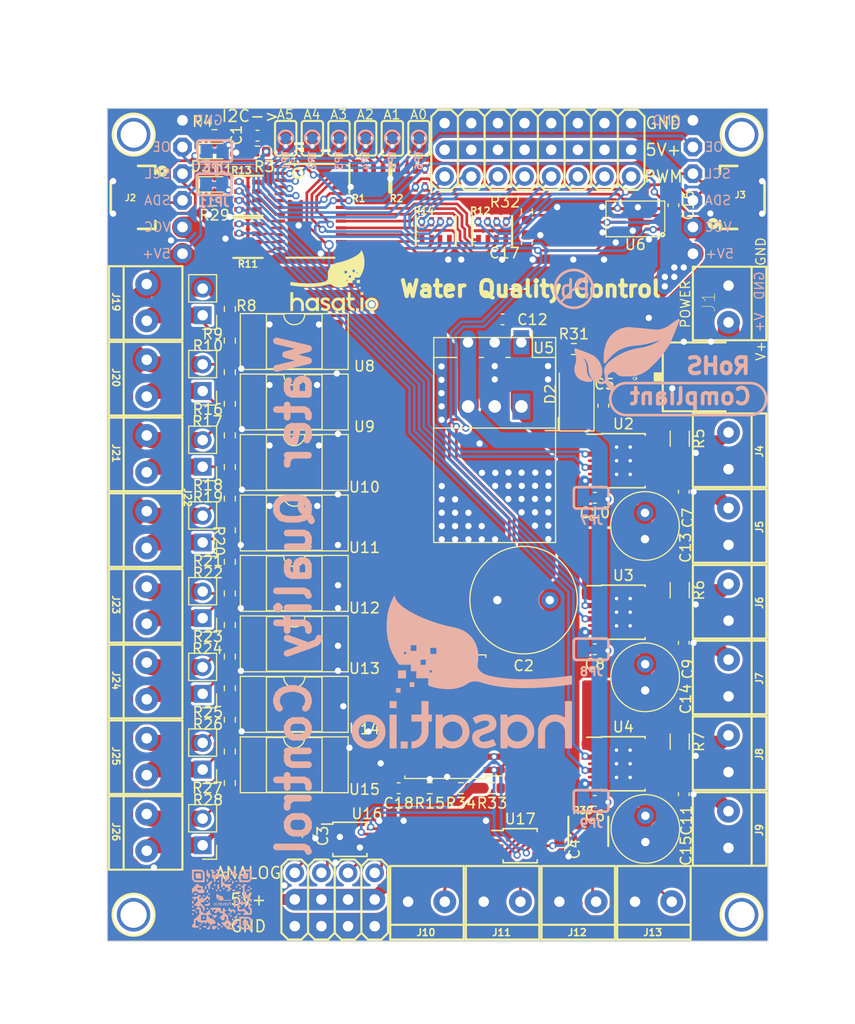
<source format=kicad_pcb>
(kicad_pcb (version 20221018) (generator pcbnew)
  (layers (0 "F.Cu" signal) (31 "B.Cu" signal) (34 "B.Paste" user) (35 "F.Paste" user) (36 "B.SilkS" user "B.Silkscreen") (37 "F.SilkS" user "F.Silkscreen") (38 "B.Mask" user) (39 "F.Mask" user) (44 "Edge.Cuts" user))
  (net 0 "")
  (net 1 "Net-(Q1-D)")
  (net 2 "GND")
  (net 3 "VCC")
  (net 4 "Net-(U2-OUT1)")
  (net 5 "/A2")
  (net 6 "/A3")
  (net 7 "/A4")
  (net 8 "/A5")
  (net 9 "/A0")
  (net 10 "/A1")
  (net 11 "/PWM7")
  (net 12 "/PWM6")
  (net 13 "/PWM5")
  (net 14 "/PWM4")
  (net 15 "/PWM15")
  (net 16 "/PWM14")
  (net 17 "/PWM13")
  (net 18 "/PWM12")
  (net 19 "/PWM3")
  (net 20 "/PWM2")
  (net 21 "/PWM1")
  (net 22 "/PWM0")
  (net 23 "/PWM11")
  (net 24 "/PWM10")
  (net 25 "/PWM9")
  (net 26 "/PWM8")
  (net 27 "/P4")
  (net 28 "/P5")
  (net 29 "/P6")
  (net 30 "/P7")
  (net 31 "/P0")
  (net 32 "/P1")
  (net 33 "/P2")
  (net 34 "/P3")
  (net 35 "/P8")
  (net 36 "/P9")
  (net 37 "/P10")
  (net 38 "/P11")
  (net 39 "Net-(U2-OUT2)")
  (net 40 "Net-(U3-OUT1)")
  (net 41 "Net-(U3-OUT2)")
  (net 42 "Net-(U4-OUT1)")
  (net 43 "Net-(U4-OUT2)")
  (net 44 "Net-(U2-VREF)")
  (net 45 "Net-(U2-ISEN)")
  (net 46 "Net-(U3-ISEN)")
  (net 47 "Net-(U4-ISEN)")
  (net 48 "Net-(U3-VREF)")
  (net 49 "Net-(U4-VREF)")
  (net 50 "Net-(D2-A)")
  (net 51 "/Ain0")
  (net 52 "/Ain1")
  (net 53 "/Ain2")
  (net 54 "/Ain3")
  (net 55 "/Ain4")
  (net 56 "/Ain5")
  (net 57 "/Ain6")
  (net 58 "/Ain7")
  (net 59 "/P12")
  (net 60 "/P13")
  (net 61 "/P14")
  (net 62 "/P15")
  (net 63 "/I1")
  (net 64 "/I2")
  (net 65 "/I3")
  (net 66 "/I4")
  (net 67 "/In1")
  (net 68 "Net-(R9-Pad1)")
  (net 69 "/In2")
  (net 70 "Net-(U7-~{RESET})")
  (net 71 "Net-(R16-Pad1)")
  (net 72 "/In3")
  (net 73 "Net-(R18-Pad1)")
  (net 74 "/In4")
  (net 75 "Net-(R20-Pad1)")
  (net 76 "Net-(R21-Pad1)")
  (net 77 "/Out1")
  (net 78 "Net-(R23-Pad1)")
  (net 79 "/Out2")
  (net 80 "Net-(R25-Pad1)")
  (net 81 "/Out3")
  (net 82 "Net-(R27-Pad1)")
  (net 83 "/Out4")
  (net 85 "Net-(D3-K)")
  (net 86 "Net-(D3-A)")
  (net 87 "Net-(D1-K)")
  (net 88 "Net-(D1-A)")
  (net 91 "+3.3V")
  (net 92 "+5V")
  (net 93 "/SDA_A")
  (net 94 "/SCL_A")
  (net 95 "/SDA_B")
  (net 96 "/SCL_B")
  (net 97 "Net-(U6-OE)")
  (net 98 "/OE")
  (net 99 "/O1A")
  (net 100 "/O1B")
  (net 101 "/O2A")
  (net 102 "/O2B")
  (net 103 "/O3A")
  (net 104 "/O3B")
  (net 105 "/O4A")
  (net 106 "/O4B")
  (footprint "Adafruit PCA9685 rev C:3X02" (layer "F.Cu") (at 150.342824 53.23)
    (fp_text reference "JP13" hide)
    (fp_text value "Conn_02x03")
  )
  (footprint "Capacitor_SMD:C_0603_1608Metric" (layer "F.Cu") (at 166.786 85.79 -90)
    (fp_text reference "C7")
    (fp_text value "0.1uF")
  )
  (footprint "Capacitor_SMD:C_0603_1608Metric" (layer "F.Cu") (at 139.61 114.02 180)
    (fp_text reference "C18")
    (fp_text value "0.1uF")
  )
  (footprint "Adafruit PCA9685 rev C:TERMBLOCK_1X2-3.5MM" (layer "F.Cu") (at 115.60182 96.55182 -90)
    (fp_text reference "J23")
    (fp_text value "TERMBLOCK_1X2")
  )
  (footprint "Capacitor_SMD:C_0603_1608Metric" (layer "F.Cu") (at 154.93 119.82 -90)
    (fp_text reference "C4")
    (fp_text value "0.1uF")
  )
  (footprint "Resistor_SMD:R_0603_1608Metric" (layer "F.Cu") (at 126.159003 53.4 180)
    (fp_text reference "R3")
    (fp_text value "10K")
  )
  (footprint "LED_SMD:LED_0603_1608Metric" (layer "F.Cu") (at 122.0525 56.52)
    (fp_text reference "D1")
    (fp_text value "GREEN")
  )
  (footprint "Adafruit PCA9685 rev C:TERMBLOCK_1X2-3.5MM" (layer "F.Cu") (at 115.60182 82.13182 -90)
    (fp_text reference "J21")
    (fp_text value "TERMBLOCK_1X2")
  )
  (footprint "Adafruit PCA9685 rev C:RESPACK_4X0603" (layer "F.Cu") (at 136.82 55.91)
    (fp_text reference "R1")
    (fp_text value "10k" hide)
  )
  (footprint "Resistor_SMD:R_0603_1608Metric" (layer "F.Cu") (at 123.52182 113.532045 90)
    (fp_text reference "R28")
    (fp_text value "100")
  )
  (footprint "Resistor_SMD:R_0603_1608Metric" (layer "F.Cu") (at 123.52182 77.417045 -90)
    (fp_text reference "R16")
    (fp_text value "750")
  )
  (footprint "Adafruit PCA9685 rev C:RESPACK_4X0603" (layer "F.Cu") (at 157.69 118.13)
    (fp_text reference "R30")
    (fp_text value "1.5k" hide)
  )
  (footprint "Adafruit PCA9685 rev C:TERMBLOCK_1X2-3.5MM" (layer "F.Cu") (at 115.60182 74.92182 -90)
    (fp_text reference "J20")
    (fp_text value "TERMBLOCK_1X2")
  )
  (footprint "Converter_DCDC:Converter_DCDC_RECOM_R-78B-2.0_THT" (layer "F.Cu") (at 151.31 77.6675 180)
    (fp_text reference "REF**" hide)
    (fp_text value "Converter_DCDC_RECOM_R-78B-2.0_THT")
  )
  (footprint "Adafruit PCA9685 rev C:TERMBLOCK_1X2-3.5MM" (layer "F.Cu") (at 149.42 124.83)
    (fp_text reference "J11")
    (fp_text value "TERMBLOCK_1X2")
  )
  (footprint "Adafruit PCA9685 rev C:TERMBLOCK_1X2-3.5MM" (layer "F.Cu") (at 171.046 118.01 90)
    (fp_text reference "J9")
    (fp_text value "TERMBLOCK_1X2")
  )
  (footprint "Adafruit PCA9685 rev C:SOLDERJUMPER_REFLOW_NOPASTE" (layer "F.Cu") (at 136.469077 52.127979 -90)
    (fp_text reference "SJ_A2")
    (fp_text value "SOLDERJUMPERREFLOW_NOPASTE")
  )
  (footprint "Package_SO:TSSOP-10_3x3mm_P0.5mm" (layer "F.Cu") (at 134.97 118.89)
    (fp_text reference "U16")
    (fp_text value "ADS1115IDGS")
  )
  (footprint "Resistor_SMD:R_0603_1608Metric" (layer "F.Cu") (at 123.52182 104.502045 90)
    (fp_text reference "R25")
    (fp_text value "750")
  )
  (footprint "Resistor_SMD:R_0603_1608Metric" (layer "F.Cu") (at 123.52182 98.477045 90)
    (fp_text reference "R23")
    (fp_text value "750")
  )
  (footprint "Resistor_SMD:R_0603_1608Metric" (layer "F.Cu") (at 151.83 59.085 90)
    (fp_text reference "R32")
    (fp_text value "10K")
  )
  (footprint "Capacitor_SMD:C_0603_1608Metric" (layer "F.Cu") (at 159.12 77.59 90)
    (fp_text reference "C5")
    (fp_text value "10uF/35v")
  )
  (footprint "Capacitor_SMD:C_0603_1608Metric" (layer "F.Cu") (at 166.786 114.6 -90)
    (fp_text reference "C11")
    (fp_text value "0.1uF")
  )
  (footprint "Resistor_SMD:R_1206_3216Metric" (layer "F.Cu") (at 166.401 80.74 -90)
    (fp_text reference "R5")
    (fp_text value "250m/1w")
  )
  (footprint "Adafruit PCA9685 rev C:SOLDERJUMPER_REFLOW_NOPASTE" (layer "F.Cu") (at 139.009077 52.127979 -90)
    (fp_text reference "SJ_A1")
    (fp_text value "SOLDERJUMPERREFLOW_NOPASTE")
  )
  (footprint "Connector_PinHeader_2.54mm:PinHeader_1x02_P2.54mm_Vertical" (layer "F.Cu") (at 120.933045 105.03682 180)
    (fp_text reference "J33" hide)
    (fp_text value "Conn_01x02")
  )
  (footprint "Adafruit PCA9685 rev C:TERMBLOCK_1X2-3.5MM" (layer "F.Cu") (at 115.601645 89.34182 -90)
    (fp_text reference "J22")
    (fp_text value "TERMBLOCK_1X2")
  )
  (footprint "Capacitor_SMD:C_0603_1608Metric" (layer "F.Cu") (at 165.8 58.5 -90)
    (fp_text reference "C16")
    (fp_text value "0.1uF")
  )
  (footprint "Capacitor_THT:C_Radial_D6.3mm_H11.0mm_P2.50mm" (layer "F.Cu") (at 163.126 116.65 -90)
    (fp_text reference "C15")
    (fp_text value "47uF/35v")
  )
  (footprint "Adafruit PCA9685 rev C:TSSOP28" (layer "F.Cu") (at 131.2022 59.0383 -90)
    (fp_text reference "U1")
    (fp_text value "PCA9685")
  )
  (footprint "Adafruit PCA9685 rev C:TERMBLOCK_1X2-3.5MM" (layer "F.Cu") (at 115.60182 110.97182 -90)
    (fp_text reference "J25")
    (fp_text value "TERMBLOCK_1X2")
  )
  (footprint "Adafruit PCA9685 rev C:MOUNTINGHOLE_2.5_PLATED" (layer "F.Cu") (at 172.296 126.074)
    (fp_text reference "U$50" hide)
    (fp_text value "MOUNTINGHOLE2.5" hide)
  )
  (footprint "Adafruit PCA9685 rev C:TO252" (layer "F.Cu") (at 166.94 74.85 -90)
    (fp_text reference "Q1")
    (fp_text value "AOD417")
  )
  (footprint "Adafruit PCA9685 rev C:SOLDERJUMPER_REFLOW_NOPASTE" (layer "F.Cu") (at 128.849077 52.127979 -90)
    (fp_text reference "SJ_A5")
    (fp_text value "SOLDERJUMPERREFLOW_NOPASTE")
  )
  (footprint "Package_SO:Texas_HTSOP-8-1EP_3.9x4.9mm_P1.27mm_EP2.95x4.9mm_Mask2.4x3.1mm_ThermalVias" (layer "F.Cu") (at 161.031 82.835)
    (fp_text reference "U2")
    (fp_text value "DRV8870DDA")
  )
  (footprint "Adafruit PCA9685 rev C:TERMBLOCK_1X2-3.5MM" (layer "F.Cu") (at 171.05 81.94 90)
    (fp_text reference "J4")
    (fp_text value "TERMBLOCK_1X2")
  )
  (footprint "Capacitor_SMD:C_0603_1608Metric" (layer "F.Cu") (at 158.308 100.79 180)
    (fp_text reference "C8")
    (fp_text value "0.1uF")
  )
  (footprint "Package_DIP:DIP-4_W7.62mm_SMDSocket_SmallPads" (layer "F.Cu") (at 129.66182 100.27409)
    (fp_text reference "U13")
    (fp_text value "PC817")
  )
  (footprint "Capacitor_THT:C_Radial_D6.3mm_H11.0mm_P2.50mm" (layer "F.Cu") (at 163.086 87.8 -90)
    (fp_text reference "C13")
    (fp_text value "47uF/35v")
  )
  (footprint "Connector_PinHeader_2.54mm:PinHeader_1x02_P2.54mm_Vertical" (layer "F.Cu") (at 120.935205 68.98818 180)
    (fp_text reference "J28" hide)
    (fp_text value "Conn_01x02")
  )
  (footprint "Connector_PinHeader_2.54mm:PinHeader_1x02_P2.54mm_Vertical" (layer "F.Cu") (at 120.933045 119.45534 180)
    (fp_text reference "J35" hide)
    (fp_text value "Conn_01x02")
  )
  (footprint "Package_SO:SOIC-18W_7.5x11.6mm_P1.27mm" (layer "F.Cu") (at 144.06 107.21 180)
    (fp_text reference "U7")
    (fp_text value "MCP23008-xSO")
  )
  (footprint "Adafruit PCA9685 rev C:MOUNTINGHOLE_2.5_PLATED" (layer "F.Cu") (at 114.35 126.072194)
    (fp_text reference "U$48" hide)
    (fp_text value "MOUNTINGHOLE2.5" hide)
  )
  (footprint "Adafruit PCA9685 rev C:RESPACK_4X0603" (layer "F.Cu") (at 125.25 57.6 90)
    (fp_text reference "R13")
    (fp_text value "220" hide)
  )
  (footprint "Adafruit PCA9685 rev C:RESPACK_4X0603" (layer "F.Cu") (at 143.146382 60.933107)
    (fp_text reference "R14")
    (fp_text value "220" hide)
  )
  (footprint "Adafruit PCA9685 rev C:RESPACK_4X0603" (layer "F.Cu") (at 125.25 61.62 90)
    (fp_text reference "R11")
    (fp_text value "220" hide)
  )
  (footprint "Adafruit PCA9685 rev C:TERMBLOCK_1X2-3.5MM" (layer "F.Cu") (at 142.21 124.83)
    (fp_text reference "J10")
    (fp_text value "TERMBLOCK_1X2")
  )
  (footprint "Resistor_SMD:R_0603_1608Metric" (layer "F.Cu") (at 123.52182 89.457045 -90)
    (fp_text reference "R20")
    (fp_text value "750")
  )
  (footprint "Capacitor_SMD:C_0603_1608Metric" (layer "F.Cu") (at 151.83 62.11 -90)
    (fp_text reference "C17")
    (fp_text value "0.1uF")
  )
  (footprint "Capacitor_SMD:C_0603_1608Metric" (layer "F.Cu") (at 126.16 51.88 180)
    (fp_text reference "C1")
    (fp_text value "10uF")
  )
  (footprint "Capacitor_SMD:C_0603_1608Metric" (layer "F.Cu") (at 130.95 118.57 -90)
    (fp_text reference "C3")
    (fp_text value "0.1uF")
  )
  (footprint "Adafruit PCA9685 rev C:SOLDERJUMPER_REFLOW_NOPASTE" (layer "F.Cu") (at 133.929077 52.127979 -90)
    (fp_text reference "SJ_A3")
    (fp_text value "SOLDERJUMPERREFLOW_NOPASTE")
  )
  (footprint "Connectors:1X04_1MM_RA_STRESSRELIEF" (layer "F.Cu") (at 116.776285 57.75784 -90)
    (fp_text reference "J2")
    (fp_text value "QWIIC_RIGHT_ANGLE" hide)
  )
  (footprint "Adafruit PCA9685 rev C:3X02" (layer "F.Cu") (at 145.262824 53.23)
    (fp_text reference "JP12" hide)
    (fp_text value "Conn_02x03")
  )
  (footprint "PCM_Package_SO_AKL:SSOP-8_2.95x2.8mm_P0.65mm" (layer "F.Cu") (at 162.17 59.805 180)
    (fp_text reference "U6")
    (fp_text value "TCA9406DC" hide)
  )
  (footprint "Resistor_SMD:R_0603_1608Metric" (layer "F.Cu") (at 123.52182 80.427045 90)
    (fp_text reference "R17")
    (fp_text value "10K")
  )
  (footprint "Package_DIP:DIP-4_W7.62mm_SMDSocket_SmallPads" (layer "F.Cu") (at 129.66182 111.79409)
    (fp_text reference "U15")
    (fp_text value "PC817")
  )
  (footprint "Adafruit PCA9685 rev C:RESPACK_4X0603" (layer "F.Cu") (at 140.82 55.91)
    (fp_text reference "R2")
    (fp_text value "10k" hide)
  )
  (footprint "Package_DIP:DIP-4_W7.62mm_SMDSocket_SmallPads" (layer "F.Cu") (at 129.66182 106.03409)
    (fp_text reference "U14")
    (fp_text value "PC817")
  )
  (footprint "Connector_PinHeader_2.54mm:PinHeader_1x02_P2.54mm_Vertical" (layer "F.Cu") (at 120.935205 76.19818 180)
    (fp_text reference "J29" hide)
    (fp_text value "Conn_01x02")
  )
  (footprint "Package_SO:Texas_HTSOP-8-1EP_3.9x4.9mm_P1.27mm_EP2.95x4.9mm_Mask2.4x3.1mm_ThermalVias" (layer "F.Cu") (at 161.026 97.26)
    (fp_text reference "U3")
    (fp_text value "DRV8870DDA")
  )
  (footprint "Package_SO:Texas_HTSOP-8-1EP_3.9x4.9mm_P1.27mm_EP2.95x4.9mm_Mask2.4x3.1mm_ThermalVias" (layer "F.Cu") (at 161.021 111.695)
    (fp_text reference "U4")
    (fp_text value "DRV8870DDA")
  )
  (footprint "Resistor_SMD:R_0603_1608Metric" (layer "F.Cu") (at 142.57818 114.02 180)
    (fp_text reference "R15")
    (fp_text value "10K")
  )
  (footprint "Resistor_SMD:R_0603_1608Metric" (layer "F.Cu") (at 123.52182 86.447045 90)
    (fp_text reference "R19")
    (fp_text value "10K")
  )
  (footprint "Resistor_SMD:R_1206_3216Metric" (layer "F.Cu") (at 166.39816 95.17 -90)
    (fp_text reference "R6")
    (fp_text value "250m/1w")
  )
  (footprint "Connectors:1X04_1MM_RA_STRESSRELIEF" (layer "F.Cu") (at 169.883715 57.76 90)
    (fp_text reference "J3")
    (fp_text value "QWIIC_RIGHT_ANGLE" hide)
  )
  (footprint "Resistor_SMD:R_0603_1608Metric" (layer "F.Cu") (at 123.52182 101.487045 90)
    (fp_text reference "R24")
    (fp_text value "100")
  )
  (footprint "Connector_PinHeader_2.54mm:PinHeader_1x02_P2.54mm_Vertical" (layer "F.Cu") (at 120.933045 112.24682 180)
    (fp_text reference "J34" hide)
    (fp_text value "Conn_01x02")
  )
  (footprint "Adafruit PCA9685 rev C:3X02" (layer "F.Cu") (at 136.06 124.6268)
    (fp_text reference "JP1" hide)
    (fp_text value "Conn_02x03")
  )
  (footprint "Resistor_SMD:R_0603_1608Metric" (layer "F.Cu") (at 156.31 72.2)
    (fp_text reference "R31")
    (fp_text value "100k")
  )
  (footprint "Package_DIP:DIP-4_W7.62mm_SMDSocket_SmallPads" (layer "F.Cu") (at 129.66182 71.48409)
    (fp_text reference "U8")
    (fp_text value "PC817")
  )
  (footprint "Diode_SMD:D_SMA" (layer "F.Cu") (at 156.58 76.49 90)
    (fp_text reference "D2")
    (fp_text value "Z1SMA4740")
  )
  (footprint "Connector_PinHeader_2.54mm:PinHeader_1x02_P2.54mm_Vertical" (layer "F.Cu") (at 120.935205 83.40818 180)
    (fp_text reference "J30" hide)
    (fp_text value "Conn_01x02")
  )
  (footprint "LED_SMD:LED_0603_1608Metric" (layer "F.Cu") (at 122.0555 53.35)
    (fp_text reference "D3")
    (fp_text value "RED")
  )
  (footprint "Resistor_SMD:R_0603_1608Metric" (layer "F.Cu") (at 123.52182 110.522045 90)
    (fp_text reference "R27")
    (fp_text value "750")
  )
  (footprint "Capacitor_SMD:C_0603_1608Metric" (layer "F.Cu") (at 149.51 69.372631)
    (fp_text reference "C12")
    (fp_text value "10uF")
  )
  (footprint "Adafruit PCA9685 rev C:1X06-CLEANBIG" (layer "F.Cu") (at 119.01 56.77 90)
    (fp_text reference "JP3" hide)
    (fp_text value "PINHD-1X6CB")
  )
  (footprint "Resistor_SMD:R_0603_1608Metric" (layer "F.Cu") (at 148.51318 114.01818 180)
    (fp_text reference "R33")
    (fp_text value "10K")
  )
  (footprint "Resistor_SMD:R_0603_1608Metric" (layer "F.Cu") (at 123.52182 107.512045 90)
    (fp_text reference "R26")
    (fp_text value "100")
  )
  (footprint "Adafruit PCA9685 rev C:TERMBLOCK_1X2-3.5MM" (layer "F.Cu") (at 115.60182 67.71182 -90)
    (fp_text reference "J19")
    (fp_text value "TERMBLOCK_1X2")
  )
  (footprint "Resistor_SMD:R_0603_1608Metric" (layer "F.Cu") (at 123.52182 74.407045 90)
    (fp_text reference "R10")
    (fp_text value "10K")
  )
  (footprint "Capacitor_SMD:C_0603_1608Metric" (layer "F.Cu") (at 158.306 115.23 180)
    (fp_text reference "C6")
    (fp_text value "0.1uF")
  )
  (footprint "Capacitor_THT:C_Radial_D10.0mm_H20.0mm_P5.00mm" (layer "F.Cu") (at 154.02 96.11 180)
    (fp_text reference "C2")
    (fp_text value "1000uF/35v")
  )
  (footprint "Adafruit PCA9685 rev C:SOLDERJUMPER_REFLOW_NOPASTE" (layer "F.Cu") (at 141.549077 52.127979 -90)
    (fp_text reference "SJ_A0")
    (fp_text value "SOLDERJUMPERREFLOW_NOPASTE")
  )
  (footprint "Adafruit PCA9685 rev C:TERMBLOCK_1X2-3.5MM" (layer "F.Cu") (at 115.601645 103.76182 -90)
    (fp_text reference "J24")
    (fp_text value "TERMBLOCK_1X2")
  )
  (footprint "Adafruit PCA9685 rev C:SOLDERJUMPER_REFLOW_NOPASTE" (layer "F.Cu") (at 131.389077 52.127979 -90)
    (fp_text reference "SJ_A4")
    (fp_text value "SOLDERJUMPERREFLOW_NOPASTE")
  )
  (footprint "Resistor_SMD:R_0603_1608Metric" (layer "F.Cu") (at 122.0555 51.83)
    (fp_text reference "R4")
    (fp_text value "1k")
  )
  (footprint "Connector_PinHeader_2.54mm:PinHeader_1x02_P2.54mm_Vertical" (layer "F.Cu") (at 120.935205 97.82818 180)
    (fp_text reference "J32" hide)
    (fp_text value "Conn_01x02")
  )
  (footprint "Capacitor_THT:C_Radial_D6.3mm_H11.0mm_P2.50mm" (layer "F.Cu") (at 163.106 102.21 -90)
    (fp_text reference "C14")
    (fp_text value "47uF/35v")
  )
  (footprint "Adafruit PCA9685 rev C:3X02" (layer "F.Cu") (at 130.98 124.62)
    (fp_text reference "JP2" hide)
    (fp_text value "Conn_02x03")
  )
  (footprint "Package_DIP:DIP-4_W7.62mm_SMDSocket_SmallPads" (layer "F.Cu") (at 129.66182 83.00409)
    (fp_text reference "U10")
    (fp_text value "PC817")
  )
  (footprint "Resistor_SMD:R_0603_1608Metric" (layer "F.Cu") (at 122.0555 58.03)
    (fp_text reference "R29")
    (fp_text value "1k")
  )
  (footprint "Converter_DCDC:Converter_DCDC_RECOM_R-78HB-0.5L_THT" (layer "F.Cu") (at 151.3 71.56 180)
    (fp_text reference "U5")
    (fp_text value "K7805-2000R3L")
  )
  (footprint "Adafruit PCA9685 rev C:TERMBLOCK_1X2-3.5MM" (layer "F.Cu") (at 115.603045 118.18034 -90)
    (fp_text reference "J26")
    (fp_text value "TERMBLOCK_1X2")
  )
  (footprint "Adafruit PCA9685 rev C:TERMBLOCK_1X2-3.5MM" (layer "F.Cu") (at 171.05 103.57596 90)
    (fp_text reference "J7")
    (fp_text value "TERMBLOCK_1X2")
  )
  (footprint "Resistor_SMD:R_0603_1608Metric" (layer "F.Cu") (at 123.52182 95.472045 90)
    (fp_text reference "R22")
    (fp_text value "100")
  )
  (footprint "Package_DIP:DIP-4_W7.62mm_SMDSocket_SmallPads" (layer "F.Cu") (at 129.66182 88.76409)
    (fp_text reference "U11")
    (fp_text value "PC817")
  )
  (footprint "Adafruit PCA9685 rev C:MOUNTINGHOLE_2.5_PLATED" (layer "F.Cu") (at 114.36 51.78)
    (fp_text reference "U$47" hide)
    (fp_text value "MOUNTINGHOLE2.5" hide)
  )
  (footprint "Adafruit PCA9685 rev C:TERMBLOCK_1X2-3.5MM" (layer "F.Cu") (at 171.046 110.79 90)
    (fp_text reference "J8")
    (fp_text value "TERMBLOCK_1X2")
  )
  (footprint "Resistor_SMD:R_0603_1608Metric" (layer "F.Cu") (at 145.54318 114.01818)
    (fp_text reference "R34")
    (fp_text value "10K")
  )
  (footprint "Resistor_SMD:R_0603_1608Metric" (layer "F.Cu") (at 123.52182 83.437045 -90)
    (fp_text reference "R18")
    (fp_text value "750")
  )
  (footprint "Adafruit PCA9685 rev C:TERMBLOCK_1X2-3.5MM" (layer "F.Cu") (at 163.84 124.83)
    (fp_text reference "J13")
    (fp_text value "TERMBLOCK_1X2")
  )
  (footprint "Adafruit PCA9685 rev C:MOUNTINGHOLE_2.5_PLATED" (layer "F.Cu") (at 172.3 51.784)
    (fp_text reference "U$49" hide)
    (fp_text value "MOUNTINGHOLE2.5" hide)
  )
  (footprint "Adafruit PCA9685 rev C:TERMBLOCK_1X2-3.5MM" (layer "F.Cu") (at 171.05 96.36596 90)
    (fp_text reference "J6")
    (fp_text value "TERMBLOCK_1X2")
  )
  (footprint "Adafruit PCA9685 rev C:3X02" (layer "F.Cu") (at 155.422824 53.23)
    (fp_text reference "JP14" hide)
    (fp_text value "Conn_02x03")
  )
  (footprint "Resistor_SMD:R_0603_1608Metric" (layer "F.Cu") (at 123.52182 92.462045 90)
    (fp_text reference "R21")
    (fp_text value "750")
  )
  (footprint "Package_SO:TSSOP-10_3x3mm_P0.5mm" (layer "F.Cu") (at 151.19 119.5)
    (fp_text reference "U17")
    (fp_text value "ADS1115IDGS")
  )
  (footprint "Adafruit PCA9685 rev C:3X02" (layer "F.Cu") (at 160.502824 53.23)
    (fp_text reference "JP15" hide)
    (fp_text value "Conn_02x03")
  )
  (footprint "Adafruit PCA9685 rev C:1X06-CLEANBIG" (layer "F.Cu") (at 167.65743 56.77 90)
    (fp_text reference "JP4" hide)
    (fp_text value "PINHD-1X6CB")
  )
  (footprint "Adafruit PCA9685 rev C:RESPACK_4X0603" (layer "F.Cu") (at 148.524431 60.933799)
    (fp_text reference "R12")
    (fp_text value "220" hide)
  )
  (footprint "Adafruit PCA9685 rev C:TERMBLOCK_1X2-3.5MM" (layer "F.Cu") (at 171.05 67.96 90)
    (fp_text reference "J1")
    (fp_text value "TERMBLOCK_1X2" hide)
  )
  (footprint "Adafruit PCA9685 rev C:TERMBLOCK_1X2-3.5MM" (layer "F.Cu") (at 156.63 124.83)
    (fp_text reference "J12")
    (fp_text value "TERMBLOCK_1X2")
  )
  (footprint "Package_DIP:DIP-4_W7.62mm_SMDSocket_SmallPads" (layer "F.Cu") (at 129.66182 94.51409)
    (fp_text reference "U12")
    (fp_text value "PC817")
  )
  (footprint "Resistor_SMD:R_0603_1608Metric" (layer "F.Cu") (at 123.52182 71.397045 -90)
    (fp_text reference "R9")
    (fp_text value "750")
  )
  (footprint "Capacitor_SMD:C_0603_1608Metric" (layer "F.Cu") (at 166.786 100.18 -90)
    (fp_text reference "C9")
    (fp_text value "0.1uF")
  )
  (footprint "Package_DIP:DIP-4_W7.62mm_SMDSocket_SmallPads" (layer "F.Cu") (at 129.66182 77.24409)
    (fp_text reference "U9")
    (fp_text value "PC817")
  )
  (footprint "Capacitor_SMD:C_0603_1608Metric" (layer "F.Cu") (at 158.314 86.37 180)
    (fp_text reference "C10")
    (fp_text value "0.1uF")
  )
  (footprint "Adafruit PCA9685 rev C:TERMBLOCK_1X2-3.5MM" (layer "F.Cu") (at 171.05 89.15 90)
    (fp_text reference "J5")
    (fp_text value "TERMBLOCK_1X2")
  )
  (footprint "Resistor_SMD:R_0603_1608Metric" (layer "F.Cu") (at 123.525545 68.382045 90)
    (fp_text reference "R8")
    (fp_text value "10K")
  )
  (footprint "Connector_PinHeader_2.54mm:PinHeader_1x02_P2.54mm_Vertical" (layer "F.Cu") (at 120.93503 90.61818 180)
    (fp_text reference "J31" hide)
    (fp_text value "Conn_01x02")
  )
  (footprint "Graphics:Hasatio_logo_micro" (layer "F.Cu") (at 133.49 65.66)
    (fp_text reference "G***" hide)
    (fp_text value "LOGO" hide)
  )
  (footprint "Resistor_SMD:R_1206_3216Metric" (layer "F.Cu") (at 166.396 109.5925 -90)
    (fp_text reference "R7")
    (fp_text value "250m/1w")
  )
  (footprint "Adafruit PCA9685 rev C:TESTPOINT_ROUND_1MM" (layer "B.Cu") (at 136.470922 52.095979 -90)
    (fp_text reference "TP4")
    (fp_text value "TESTPOINTROUND1MM")
  )
  (footprint "OLIMEX_Jumpers-FP:SJ_Closed" (layer "B.Cu") (at 157.954726 100.79)
    (fp_text reference "JP8")
    (fp_text value "JUMPER-SMT_2_NC_TRACE_SILK")
  )
  (footprint "Adafruit PCA9685 rev C:TESTPOINT_ROUND_1MM" (layer "B.Cu") (at 141.550922 52.095979 -90)
    (fp_text reference "TP6")
    (fp_text value "TESTPOINTROUND1MM")
  )
  (footprint "Graphics:Hasatio_logo_mini" (layer "B.Cu") (at 145.63 102.92 180)
    (fp_text reference "G***" hide)
    (fp_text value "LOGO" hide)
  )
  (footprint "Adafruit PCA9685 rev C:TESTPOINT_ROUND_1MM" (layer "B.Cu") (at 133.930922 52.095979 -90)
    (fp_text reference "TP3")
    (fp_text value "TESTPOINTROUND1MM")
  )
  (footprint "OLIMEX_LOGOs-FP:LOGO_ROHS_1" (layer "B.Cu") (at 173.6245 77.8535 180)
    (fp_text reference "Sign_RoHS" hide)
    (fp_text value "Val**" hide)
  )
  (footprint "Adafruit PCA9685 rev C:TESTPOINT_ROUND_1MM" (layer "B.Cu") (at 131.390922 52.095979 -90)
    (fp_text reference "TP2")
    (fp_text value "TESTPOINTROUND1MM")
  )
  (footprint "OLIMEX_LOGOs-FP:LOGO_PBFREE" (layer "B.Cu") (at 156.5132 66.15504)
    (fp_text reference "Sign_Pb-Free")
    (fp_text value "")
  )
  (footprint "OLIMEX_Jumpers-FP:SJ_Closed" (layer "B.Cu") (at 122.0325 56.52 180)
    (fp_text reference "JP11")
    (fp_text value "JUMPER-SMT_2_NC_TRACE_SILK")
  )
  (footprint "Adafruit PCA9685 rev C:TESTPOINT_ROUND_1MM" (layer "B.Cu") (at 139.010922 52.095979 -90)
    (fp_text reference "TP5")
    (fp_text value "TESTPOINTROUND1MM")
  )
  (footprint "Adafruit PCA9685 rev C:TESTPOINT_ROUND_1MM" (layer "B.Cu") (at 128.850922 52.095979 -90)
    (fp_text reference "TP1")
    (fp_text value "TESTPOINTROUND1MM")
  )
  (footprint "OLIMEX_Jumpers-FP:SJ_Closed" (layer "B.Cu") (at 157.962726 86.37)
    (fp_text reference "JP7")
    (fp_text value "JUMPER-SMT_2_NC_TRACE_SILK")
  )
  (footprint "OLIMEX_Jumpers-FP:SJ_Closed" (layer "B.Cu") (at 122.0755 53.35 180)
    (fp_text reference "JP5")
    (fp_text value "JUMPER-SMT_2_NC_TRACE_SILK")
  )
  (footprint "Graphics:qr-WaterQualityControl" (layer "B.Cu") (at 122.77 124.62 180)
    (fp_text reference "G***" hide)
    (fp_text value "LOGO" hide)
  )
  (footprint "OLIMEX_Jumpers-FP:SJ_Closed" (layer "B.Cu") (at 157.952726 115.23)
    (fp_text reference "JP9")
    (fp_text value "JUMPER-SMT_2_NC_TRACE_SILK")
  )
  (gr_rect (start 111.85 49.27) (end 174.81 128.59) (stroke (width 0.1)) (fill none) (layer "Edge.Cuts"))
  (gr_text "VCC" (at 117.96 60.58) (layer "B.SilkS") (effects (font (size 0.89408 0.89408) (thickness 0.12192)) (justify left mirror)))
  (gr_text "V+" (at 173.99 69.66 90) (layer "B.SilkS") (effects (font (size 0.89408 0.89408) (thickness 0.12192)) (justify mirror)))
  (gr_text "SDA" (at 117.96 58.04) (layer "B.SilkS") (effects (font (size 0.89408 0.89408) (thickness 0.12192)) (justify left mirror)))
  (gr_text "SDA" (at 168.71 58.04) (layer "B.SilkS") (effects (font (size 0.89408 0.89408) (thickness 0.12192)) (justify right mirror)))
  (gr_text "VCC" (at 168.71 60.58) (layer "B.SilkS") (effects (font (size 0.89408 0.89408) (thickness 0.12192)) (justify right mirror)))
  (gr_text "OE" (at 168.71 52.96) (layer "B.SilkS") (effects (font (size 0.89408 0.89408) (thickness 0.12192)) (justify right mirror)))
  (gr_text "Water Quality Control" (at 129.64 95.74 90) (layer "B.SilkS") (effects (font (size 3.048 3.048) (thickness 0.635)) (justify mirror)))
  (gr_text "SCL" (at 117.96 55.5) (layer "B.SilkS") (effects (font (size 0.89408 0.89408) (thickness 0.12192)) (justify left mirror)))
  (gr_text "SCL" (at 168.71 55.5) (layer "B.SilkS") (effects (font (size 0.89408 0.89408) (thickness 0.12192)) (justify right mirror)))
  (gr_text "GND" (at 166.61 50.42) (layer "B.SilkS") (effects (font (size 0.89408 0.89408) (thickness 0.12192)) (justify left mirror)))
  (gr_text "5V+" (at 168.75 63.12) (layer "B.SilkS") (effects (font (size 0.89408 0.89408) (thickness 0.12192)) (justify right mirror)))
  (gr_text "OE" (at 117.96 52.96) (layer "B.SilkS") (effects (font (size 0.89408 0.89408) (thickness 0.12192)) (justify left mirror)))
  (gr_text "5V+" (at 117.96 63.12) (layer "B.SilkS") (effects (font (size 0.89408 0.89408) (thickness 0.12192)) (justify left mirror)))
  (gr_text "GND" (at 173.99 66.16 90) (layer "B.SilkS") (effects (font (size 0.89408 0.89408) (thickness 0.12192)) (justify mirror)))
  (gr_text "GND" (at 120.06 50.42) (layer "B.SilkS") (effects (font (size 0.89408 0.89408) (thickness 0.12192)) (justify right mirror)))
  (gr_text "A5" (at 127.926543 50.39) (layer "F.SilkS") (effects (font (size 0.89408 0.89408) (thickness 0.12192)) (justify left bottom)))
  (gr_text "5V+" (at 125.29 124.63) (layer "F.SilkS") (effects (font (size 1.1176 1.1176) (thickness 0.1524))))
  (gr_text "A4" (at 130.466543 50.39) (layer "F.SilkS") (effects (font (size 0.89408 0.89408) (thickness 0.12192)) (justify left bottom)))
  (gr_text "A1" (at 138.086543 50.39) (layer "F.SilkS") (effects (font (size 0.89408 0.89408) (thickness 0.12192)) (justify left bottom)))
  (gr_text "A0" (at 140.626543 50.39) (layer "F.SilkS") (effects (font (size 0.89408 0.89408) (thickness 0.12192)) (justify left bottom)))
  (gr_text "I2C->" (at 122.64 50.66) (layer "F.SilkS") (effects (font (size 1.1176 1.1176) (thickness 0.1524)) (justify left bottom)))
  (gr_text "V+" (at 174.65 71.36 90) (layer "F.SilkS") (effects (font (size 0.89408 0.89408) (thickness 0.12192)) (justify right bottom)))
  (gr_text "A3" (at 133.006543 50.39) (layer "F.SilkS") (effects (font (size 0.89408 0.89408) (thickness 0.12192)) (justify left bottom)))
  (gr_text "GND" (at 164.84 50.69) (layer "F.SilkS") (effects (font (size 1.1176 1.1176) (thickness 0.1524))))
  (gr_text "PWM" (at 164.84 55.77) (layer "F.SilkS") (effects (font (size 1.1176 1.1176) (thickness 0.1524))))
  (gr_text "POWER" (at 167.46 70.28 90) (layer "F.SilkS") (effects (font (size 0.89408 0.89408) (thickness 0.12192)) (justify left bottom)))
  (gr_text "GND" (at 174.65 64.36 90) (layer "F.SilkS") (effects (font (size 0.89408 0.89408) (thickness 0.12192)) (justify left bottom)))
  (gr_text "5V+" (at 164.84 53.23) (layer "F.SilkS") (effects (font (size 1.1176 1.1176) (thickness 0.1524))))
  (gr_text "Water Quality Control" (at 152.17 66.47) (layer "F.SilkS") (effects (font (size 1.524 1.524) (thickness 0.381))))
  (gr_text "ANALOG\n" (at 125.29 122.09) (layer "F.SilkS") (effects (font (size 1.1176 1.1176) (thickness 0.1524))))
  (gr_text "A2" (at 135.546543 50.39) (layer "F.SilkS") (effects (font (size 0.89408 0.89408) (thickness 0.12192)) (justify left bottom)))
  (gr_text "GND" (at 125.29 127.17) (layer "F.SilkS") (effects (font (size 1.1176 1.1176) (thickness 0.1524))))
  (segment (start 169.44 74.85) (end 169.04 74.85) (width 2.032) (layer "F.Cu") (net 1))
  (segment (start 171.07 69.66) (end 171.05 69.68) (width 2.032) (layer "F.Cu") (net 1))
  (segment (start 171.05 69.68) (end 171.05 73.24) (width 2.032) (layer "F.Cu") (net 1))
  (segment (start 171.05 73.24) (end 169.44 74.85) (width 2.032) (layer "F.Cu") (net 1))
  (segment (start 140.42 56.76) (end 140.42 57.464) (width 0.254) (layer "F.Cu") (net 2))
  (segment (start 159.226953 114.4248) (end 160.371 113.280753) (width 0.254) (layer "F.Cu") (net 2))
  (segment (start 135.36 56.76) (end 137.96 56.76) (width 0.508) (layer "F.Cu") (net 2))
  (segment (start 158.3362 114.4248) (end 159.226953 114.4248) (width 0.254) (layer "F.Cu") (net 2))
  (segment (start 123.513392 59.610173) (end 125.099827 59.610173) (width 0.2) (layer "F.Cu") (net 2))
  (segment (start 140.42 57.464) (end 140.8616 57.9056) (width 0.254) (layer "F.Cu") (net 2))
  (segment (start 157.531 115.23) (end 158.3362 114.4248) (width 0.254) (layer "F.Cu") (net 2))
  (segment (start 148.77 77.6675) (end 148.77 71.57) (width 1.524) (layer "F.Cu") (net 2))
  (segment (start 140.8616 57.9056) (end 152.4756 57.9056) (width 0.254) (layer "F.Cu") (net 2))
  (segment (start 152.383643 63.6813) (end 152.060868 64.004075) (width 0.254) (layer "F.Cu") (net 2))
  (segment (start 160.371 113.280753) (end 160.371 112.995) (width 0.254) (layer "F.Cu") (net 2))
  (segment (start 152.060868 64.004075) (end 151.096476 64.004075) (width 0.254) (layer "F.Cu") (net 2))
  (segment (start 125.099827 59.610173) (end 125.12 59.59) (width 0.2) (layer "F.Cu") (net 2))
  (segment (start 157.533 100.79) (end 158.342047 99.980953) (width 0.254) (layer "F.Cu") (net 2))
  (segment (start 132.198698 63.102373) (end 132.198698 63.568698) (width 0.254) (layer "F.Cu") (net 2))
  (segment (start 158.342047 99.980953) (end 159.2358 99.980953) (width 0.254) (layer "F.Cu") (net 2))
  (segment (start 132.198698 63.568698) (end 132.634075 64.004075) (width 0.254) (layer "F.Cu") (net 2))
  (segment (start 160.376 98.840753) (end 160.376 98.56) (width 0.254) (layer "F.Cu") (net 2))
  (segment (start 159.2358 99.980953) (end 160.376 98.840753) (width 0.254) (layer "F.Cu") (net 2))
  (segment (start 152.4756 57.9056) (end 152.48 57.91) (width 0.254) (layer "F.Cu") (net 2))
  (segment (start 132.634075 64.004075) (end 151.117323 64.004075) (width 0.254) (layer "F.Cu") (net 2))
  (segment (start 161.021 112.67) (end 161.021 111.695) (width 0.254) (layer "F.Cu") (net 2))
  (via (at 153.85 73.825) (size 0.9) (drill 0.6) (layers "F.Cu" "B.Cu") (net 2))
  (via (at 123.513392 59.610173) (size 0.9) (drill 0.6) (layers "F.Cu" "B.Cu") (net 2))
  (via (at 147.53 89.06) (size 0.9) (drill 0.6) (layers "F.Cu" "B.Cu") (net 2))
  (via (at 124.57 96.875545) (size 0.9) (drill 0.6) (layers "F.Cu" "B.Cu") (net 2))
  (via (at 144.99 86.52) (size 0.9) (drill 0.6) (layers "F.Cu" "B.Cu") (net 2))
  (via (at 133.825717 90.860545) (size 0.9) (drill 0.6) (layers "F.Cu" "B.Cu") (net 2))
  (via (at 127.304522 81.38359) (size 0.9) (drill 0.6) (layers "F.Cu" "B.Cu") (net 2))
  (via (at 143.695 75.13) (size 0.9) (drill 0.6) (layers "F.Cu" "B.Cu") (net 2))
  (via (at 153.87 86.475) (size 0.9) (drill 0.6) (layers "F.Cu" "B.Cu") (net 2))
  (via (at 134.009678 118.6665) (size 0.9) (drill 0.6) (layers "F.Cu" "B.Cu") (net 2))
  (via (at 116.295375 121.581585) (size 0.9) (drill 0.6) (layers "F.Cu" "B.Cu") (net 2))
  (via (at 153.875 90.3) (size 0.9) (drill 0.6) (layers "F.Cu" "B.Cu") (net 2))
  (via (at 148.77 75.095) (size 0.9) (drill 0.6) (layers "F.Cu" "B.Cu") (net 2))
  (via (at 133.8349 94.693592) (size 0.9) (drill 0.6) (layers "F.Cu" "B.Cu") (net 2))
  (via (at 124.121366 53.488091) (size 0.9) (drill 0.6) (layers "F.Cu" "B.Cu") (net 2))
  (via (at 146.26 90.33) (size 0.9) (drill 0.6) (layers "F.Cu" "B.Cu") (net 2))
  (via (at 143.72 87.79) (size 0.9) (drill 0.6) (layers "F.Cu" "B.Cu") (net 2))
  (via (at 152.383643 63.6813) (size 0.9) (drill 0.6) (layers "F.Cu" "B.Cu") (net 2))
  (via (at 142.578022 113.165107) (size 0.9) (drill 0.6) (layers "F.Cu" "B.Cu") (net 2))
  (via (at 174.25 56.213062) (size 0.9) (drill 0.6) (layers "F.Cu" "B.Cu") (net 2))
  (via (at 147.55 83.99) (size 0.9) (drill 0.6) (layers "F.Cu" "B.Cu") (net 2))
  (via (at 144.333417 63.6813) (size 0.9) (drill 0.6) (layers "F.Cu" "B.Cu") (net 2))
  (via (at 167.719382 100.180771) (size 0.9) (drill 0.6) (layers "F.Cu" "B.Cu") (net 2))
  (via (at 124.677661 85.582993) (size 0.9) (drill 0.6) (layers "F.Cu" "B.Cu") (net 2))
  (via (at 150.08 83.96) (size 0.9) (drill 0.6) (layers "F.Cu" "B.Cu") (net 2))
  (via (at 123.107704 61.687804) (size 0.9) (drill 0.6) (layers "F.Cu" "B.Cu") (net 2))
  (via (at 153.875 89.025) (size 0.9) (drill 0.6) (layers "F.Cu" "B.Cu") (net 2))
  (via (at 152.6 86.475) (size 0.9) (drill 0.6) (layers "F.Cu" "B.Cu") (net 2))
  (via (at 169.3813 71.497298) (size 0.9) (drill 0.6) (layers "F.Cu" "B.Cu") (net 2))
  (via (at 138.82 55.96) (size 0.9) (drill 0.6) (layers "F.Cu" "B.Cu") (net 2))
  (via (at 132.020955 69.861363) (size 0.9) (drill 0.6) (layers "F.Cu" "B.Cu") (net 2))
  (via (at 151.33 83.975) (size 0.9) (drill 0.6) (layers "F.Cu" "B.Cu") (net 2))
  (via (at 131.835533 75.62359) (size 0.9) (drill 0.6) (layers "F.Cu" "B.Cu") (net 2))
  (via (at 153.85 75.097631) (size 0.9) (drill 0.6) (layers "F.Cu" "B.Cu") (net 2))
  (via (at 127.301322 69.8565) (size 0.9) (drill 0.6) (layers "F.Cu" "B.Cu") (net 2))
  (via (at 162.41 58.7) (size 0.9) (drill 0.6) (layers "F.Cu" "B.Cu") (net 2))
  (via (at 124.58 102.85) (size 0.9) (drill 0.6) (layers "F.Cu" "B.Cu") (net 2))
  (via (at 144.99 89.06) (size 0.9) (drill 0.6) (layers "F.Cu" "B.Cu") (net 2))
  (via (at 167.719513 85.790607) (size 0.9) (drill 0.6) (layers "F.Cu" "B.Cu") (net 2))
  (via (at 153.885 85.225) (size 0.9) (drill 0.6) (layers "F.Cu" "B.Cu") (net 2))
  (via (at 152.63 83.97) (size 0.9) (drill 0.6) (layers "F.Cu" "B.Cu") (net 2))
  (via (at 167.9237 110.942) (size 0.9) (drill 0.6) (layers "F.Cu" "B.Cu") (net 2))
  (via (at 132.19 63.09) (size 0.9) (drill 0.6) (layers "F.Cu" "B.Cu") (net 2))
  (via (at 112.4 59.304778) (size 0.9) (drill 0.6) (layers "F.Cu" "B.Cu") (net 2))
  (via (at 148.8 90.33) (size 0.9) (drill 0.6) (layers "F.Cu" "B.Cu") (net 2))
  (via (at 143.72 86.52) (size 0.9) (drill 0.6) (layers "F.Cu" "B.Cu") (net 2))
  (via (at 131.857351 87.14359) (size 0.9) (drill 0.6) (layers "F.Cu" "B.Cu") (net 2))
  (via (at 146.26 89.06) (size 0.9) (drill 0.6) (layers "F.Cu" "B.Cu") (net 2))
  (via (at 150.055 86.485) (size 0.9) (drill 0.6) (layers "F.Cu" "B.Cu") (net 2))
  (via (at 143.695 76.4) (size 0.9) (drill 0.6) (layers "F.Cu" "B.Cu") (net 2))
  (via (at 134.921322 110.17359) (size 0.9) (drill 0.6) (layers "F.Cu" "B.Cu") (net 2))
  (via (at 133.82232 80.281436) (size 0.9) (drill 0.6) (layers "F.Cu" "B.Cu") (net 2))
  (via (at 152.615 85.225) (size 0.9) (drill 0.6) (layers "F.Cu" "B.Cu") (net 2))
  (via (at 131.678078 118.789195) (size 0.9) (drill 0.6) (layers "F.Cu" "B.Cu") (net 2))
  (via (at 147.33 81.2) (size 0.9) (drill 0.6) (layers "F.Cu" "B.Cu") (net 2))
  (via (at 137.769597 117.119942) (size 0.9) (drill 0.6) (layers "F.Cu" "B.Cu") (net 2))
  (via (at 151.345 85.235) (size 0.9) (drill 0.6) (layers "F.Cu" "B.Cu") (net 2))
  (via (at 167.719291 114.600783) (size 0.9) (drill 0.6) (layers "F.Cu" "B.Cu") (net 2))
  (via (at 147.9335 117.116242) (size 0.9) (drill 0.6) (layers "F.Cu" "B.Cu") (net 2))
  (via (at 112.4 56.210902) (size 0.9) (drill 0.6) (layers "F.Cu" "B.Cu") (net 2))
  (via (at 151.325 86.48) (size 0.9) (drill 0.6) (layers "F.Cu" "B.Cu") (net 2))
  (via (at 135.037599 56.763223) (size 0.9) (drill 0.6) (layers "F.Cu" "B.Cu") (net 2))
  (via (at 155.802301 120.515712) (size 0.9) (drill 0.6) (layers "F.Cu" "B.Cu") (net 2))
  (via (at 146.26 87.79) (size 0.9) (drill 0.6) (layers "F.Cu" "B.Cu") (net 2))
  (via (at 161.92 60.93) (size 0.9) (drill 0.6) (layers "F.Cu" "B.Cu") (net 2))
  (via (at 160.3 62.05) (size 0.9) (drill 0.6) (layers "F.Cu" "B.Cu") (net 2))
  (via (at 121.525301 59.4077) (size 0.9) (drill 0.6) (layers "F.Cu" "B.Cu") (net 2))
  (via (at 153.9 83.97) (size 0.9) (drill 0.6) (layers "F.Cu" "B.Cu") (net 2))
  (via (at 159.04 61.097691) (size 0.9) (drill 0.6) (layers "F.Cu" "B.Cu") (net 2))
  (via (at 144.99 90.33) (size 0.9) (drill 0.6) (layers "F.Cu" "B.Cu") (net 2))
  (via (at 133.82232 86.041445) (size 0.9) (drill 0.6) (layers "F.Cu" "B.Cu") (net 2))
  (via (at 133.831919 102.838449) (size 0.9) (drill 0.6) (layers "F.Cu" "B.Cu") (net 2))
  (via (at 127.304522 75.62359) (size 0.9) (drill 0.6) (layers "F.Cu" "B.Cu") (net 2))
  (via (at 124.621646 74.06419) (size 0.9) (drill 0.6) (layers "F.Cu" "B.Cu") (net 2))
  (via (at 137.898519 111.656167) (size 0.9) (drill 0.6) (layers "F.Cu" "B.Cu") (net 2))
  (via (at 133.716902 74.521388) (size 0.9) (drill 0.6) (layers "F.Cu" "B.Cu") (net 2))
  (via (at 135.917298 119.6697) (size 0.9) (drill 0.6) (layers "F.Cu" "B.Cu") (net 2))
  (via (at 153.875321 87.750321) (size 0.9) (drill 0.6) (layers "F.Cu" "B.Cu") (net 2))
  (via (at 117.92 61.849149) (size 0.9) (drill 0.6) (layers "F.Cu" "B.Cu") (net 2))
  (via (at 159.187147 63.6813) (size 0.9) (drill 0.6) (layers "F.Cu" "B.Cu") (net 2))
  (via (at 143.72 89.06) (size 0.9) (drill 0.6) (layers "F.Cu" "B.Cu") (net 2))
  (via (at 152.605321 87.750321) (size 0.9) (drill 0.6) (layers "F.Cu" "B.Cu") (net 2))
  (via (at 152.605 89.025) (size 0.9) (drill 0.6) (layers "F.Cu" "B.Cu") (net 2))
  (via (at 133.8349 96.875545) (size 0.9) (drill 0.6) (layers "F.Cu" "B.Cu") (net 2))
  (via (at 124.65 108.62) (size 0.9) (drill 0.6) (layers "F.Cu" "B.Cu") (net 2))
  (via (at 165.687736 75.942164) (size 0.9) (drill 0.6) (layers "F.Cu" "B.Cu") (net 2))
  (via (at 134.34 106.218859) (size 0.9) (drill 0.6) (layers "F.Cu" "B.Cu") (net 2))
  (via (at 151.325 87.75) (size 0.9) (drill 0.6) (layers "F.Cu" "B.Cu") (net 2))
  (via (at 145.579214 63.6813) (size 0.9) (drill 0.6) (layers "F.Cu" "B.Cu") (net 2))
  (via (at 167.92586 96.5195) (size 0.9) (drill 0.6) (layers "F.Cu" "B.Cu") (net 2))
  (via (at 143.705 78.93) (size 0.9) (drill 0.6) (layers "F.Cu" "B.Cu") (net 2))
  (via (at 148.805 85.235) (size 0.9) (drill 0.6) (layers "F.Cu" "B.Cu") (net 2))
  (via (at 149.464466 63.6813) (size 0.9) (drill 0.6) (layers "F.Cu" "B.Cu") (net 2))
  (via (at 169.320509 59.289833) (size 0.9) (drill 0.6) (layers "F.Cu" "B.Cu") (net 2))
  (via (at 156.252979 63.681766) (size 0.9) (drill 0.6) (layers "F.Cu" "B.Cu") (net 2))
  (via (at 159.01 58.6681) (size 0.9) (drill 0.6) (layers "F.Cu" "B.Cu") (net 2))
  (via (at 133.831919 100.46) (size 0.9) (drill 0.6) (layers "F.Cu" "B.Cu") (net 2))
  (via (at 167.9287 82.0895) (size 0.9) (drill 0.6) (layers "F.Cu" "B.Cu") (net 2))
  (via (at 132.019118 81.38359) (size 0.9) (drill 0.6) (layers "F.Cu" "B.Cu") (net 2))
  (via (at 124.57 90.86) (size 0.9) (drill 0.6) (layers "F.Cu" "B.Cu") (net 2))
  (via (at 147.53 90.33) (size 0.9) (drill 0.6) (layers "F.Cu" "B.Cu") (net 2))
  (via (at 128.72 123.269781) (size 0.9) (drill 0.6) (layers "F.Cu" "B.Cu") (net 2))
  (via (at 143.695 73.86) (size 0.9) (drill 0.6) (layers "F.Cu" "B.Cu") (net 2))
  (via (at 133.5997 121.107673) (size 0.9) (drill 0.6) (layers "F.Cu" "B.Cu") (net 2))
  (via (at 163.4521 69.233328) (size 0.9) (drill 0.6) (layers "F.Cu" "B.Cu") (net 2))
  (via (at 148.77 73.825) (size 0.9) (drill 0.6) (layers "F.Cu" "B.Cu") (net 2))
  (via (at 143.72 85.25) (size 0.9) (drill 0.6) (layers "F.Cu" "B.Cu") (net 2))
  (via (at 124.672023 79.82419) (size 0.9) (drill 0.6) (layers "F.Cu" "B.Cu") (net 2))
  (via (at 166.7863 71.500498) (size 0.9) (drill 0.6) (layers "F.Cu" "B.Cu") (net 2))
  (via (at 148.82 83.99) (size 0.9) (drill 0.6) (layers "F.Cu" "B.Cu") (net 2))
  (via (at 144.2347 112.939429) (size 0.9) (drill 0.6) (layers "F.Cu" "B.Cu") (net 2))
  (via (at 140.0877 117.116242) (size 0.9) (drill 0.6) (layers "F.Cu" "B.Cu") (net 2))
  (via (at 127.304522 87.14359) (size 0.9) (drill 0.6) (layers "F.Cu" "B.Cu") (net 2))
  (via (at 144.99 87.79) (size 0.9) (drill 0.6) (layers "F.Cu" "B.Cu") (net 2))
  (via (at 136.74 108.62) (size 0.9) (drill 0.6) (layers "F.Cu" "B.Cu") (net 2))
  (via (at 150.075 85.235) (size 0.9) (drill 0.6) (layers "F.Cu" "B.Cu") (net 2))
  (via (at 143.705 77.66) (size 0.9) (drill 0.6) (layers "F.Cu" "B.Cu") (net 2))
  (via (at 163.47 61.76) (size 0.9) (drill 0.6) (layers "F.Cu" "B.Cu") (net 2))
  (via (at 154.72 58.6865) (size 0.9) (drill 0.6) (layers "F.Cu" "B.Cu") (net 2))
  (via (at 153.115542 61.353496) (size 0.9) (drill 0.6) (layers "F.Cu" "B.Cu") (net 2))
  (via (at 130.0803 60.429785) (size 0.9) (drill 0.6) (layers "F.Cu" "B.Cu") (net 2))
  (via (at 143.72 90.33) (size 0.9) (drill 0.6) (layers "F.Cu" "B.Cu") (net 2))
  (via (at 174.25 59.306938) (size 0.9) (drill 0.6) (layers "F.Cu" "B.Cu") (net 2))
  (segment (start 137.965188 57.606285) (end 142.316424 53.255049) (width 0.254) (layer "B.Cu") (net 2))
  (segment (start 135.037599 56.763223) (end 135.037599 57.277599) (width 0.254) (layer "B.Cu") (net 2))
  (segment (start 142.316424 53.255049) (end 142.316424 52.535612) (width 0.254) (layer "B.Cu") (net 2))
  (segment (start 135.366285 57.606285) (end 137.965188 57.606285) (width 0.254) (layer "B.Cu") (net 2))
  (segment (start 135.037599 57.277599) (end 135.366285 57.606285) (width 0.254) (layer "B.Cu") (net 2))
  (segment (start 142.316424 52.535612) (end 143.992824 50.859212) (width 0.254) (layer "B.Cu") (net 2))
  (segment (start 143.992824 50.859212) (end 143.992824 50.69) (width 0.254) (layer "B.Cu") (net 2))
  (segment (start 160.78 78.49) (end 163.46 75.81) (width 2.032) (layer "F.Cu") (net 3))
  (segment (start 155.8268 92.59) (end 155.8268 98.76) (width 2.032) (layer "F.Cu") (net 3))
  (segment (start 155.8268 88.953193) (end 156.715793 88.0642) (width 2.032) (layer "F.Cu") (net 3))
  (segment (start 156.707793 116.9242) (end 162.8518 116.9242) (width 2.032) (layer "F.Cu") (net 3))
  (segment (start 165.871 85.015) (end 166.786 85.015) (width 1.016) (layer "F.Cu") (net 3))
  (segment (start 124.41 65.35) (end 162.24 65.35) (width 2.032) (layer "F.Cu") (net 3))
  (segment (start 162.8318 102.4842) (end 156.7035 102.4842) (width 2.032) (layer "F.Cu") (net 3))
  (segment (start 163.126 116.65) (end 165.951 113.825) (width 1.016) (layer "F.Cu") (net 3))
  (segment (start 155.8268 84.31) (end 155.8268 79.3023) (width 2.032) (layer "F.Cu") (net 3))
  (segment (start 163.901 101.415) (end 163.901 99.7492) (width 2.032) (layer "F.Cu") (net 3))
  (segment (start 165.951 113.825) (end 166.786 113.825) (width 1.016) (layer "F.Cu") (net 3))
  (segment (start 154.28625 80.64375) (end 155.8268 82.1843) (width 2.032) (layer "F.Cu") (net 3))
  (segment (start 155.8268 110.9575) (end 155.8268 116.043207) (width 2.032) (layer "F.Cu") (net 3))
  (segment (start 162.24 65.35) (end 162.75 64.84) (width 2.032) (layer "F.Cu") (net 3))
  (segment (start 163.086 87.8) (end 163.906 86.98) (width 2.032) (layer "F.Cu") (net 3))
  (segment (start 155.8268 101.6075) (end 155.8268 101.2375) (width 2.032) (layer "F.Cu") (net 3))
  (segment (start 167.880815 61.02852) (end 168.025815 61.17352) (width 0.254) (layer "F.Cu") (net 3))
  (segment (start 163.086 87.8) (end 162.8218 88.0642) (width 2.032) (layer "F.Cu") (net 3))
  (segment (start 155.8268 98.76) (end 155.8268 101.2375) (width 2.032) (layer "F.Cu") (net 3))
  (segment (start 169.9 62.44) (end 169.89263 62.44737) (width 2.032) (layer "F.Cu") (net 3))
  (segment (start 155.8268 89.9675) (end 155.8268 92.59) (width 2.032) (layer "F.Cu") (net 3))
  (segment (start 155.8268 92.59) (end 155.8268 94.3032) (width 2.032) (layer "F.Cu") (net 3))
  (segment (start 154.02 96.11) (end 155.8268 97.9168) (width 2.032) (layer "F.Cu") (net 3))
  (segment (start 154.881763 78.49) (end 156.58 78.49) (width 2.032) (layer "F.Cu") (net 3))
  (segment (start 169.89263 62.44737) (end 169.89263 62.19415) (width 2.032) (layer "F.Cu") (net 3))
  (segment (start 166.786 99.405) (end 164.0648 99.405) (width 1.016) (layer "F.Cu") (net 3))
  (segment (start 155.8268 103.3609) (end 156.7035 102.4842) (width 2.032) (layer "F.Cu") (net 3))
  (segment (start 168.33468 60.6362) (end 167.65743 60.6362) (width 2.032) (layer "F.Cu") (net 3))
  (segment (start 151.31 73.785) (end 151.31 77.6675) (width 2.032) (layer "F.Cu") (net 3))
  (segment (start 162.8518 116.9242) (end 163.126 116.65) (width 2.032) (layer "F.Cu") (net 3))
  (segment (start 163.106 102.21) (end 163.901 101.415) (width 2.032) (layer "F.Cu") (net 3))
  (segment (start 155.8268 101.2375) (end 155.8268 110.9575) (width 2.032) (layer "F.Cu") (net 3))
  (segment (start 167.713655 60.92068) (end 167.713655 60.91568) (width 0.254) (layer "F.Cu") (net 3))
  (segment (start 151.31 73.785) (end 151.31 74.918237) (width 2.032) (layer "F.Cu") (net 3))
  (segment (start 166.786 113.825) (end 164.0448 113.825) (width 1.016) (layer "F.Cu") (net 3))
  (segment (start 156.7035 102.4842) (end 155.8268 101.6075) (width 2.032) (layer "F.Cu") (net 3))
  (segment (start 152.1325 78.49) (end 151.31 77.6675) (width 2.032) (layer "F.Cu") (net 3))
  (segment (start 151.31 71.55) (end 151.31 73.785) (width 1.524) (layer "F.Cu") (net 3))
  (segment (start 119.66264 60.60264) (end 124.41 65.35) (width 2.032) (layer "F.Cu") (net 3))
  (segment (start 163.906 86.98) (end 163.906 85.3242) (width 2.032) (layer "F.Cu") (net 3))
  (segment (start 156.58 78.49) (end 152.1325 78.49) (width 2.032) (layer "F.Cu") (net 3))
  (segment (start 167.605815 60.75352) (end 167.880815 61.02852) (width 0.254) (layer "F.Cu") (net 3))
  (segment (start 164.1048 85.015) (end 163.906 84.8162) (width 1.016) (layer "F.Cu") (net 3))
  (segment (start 169.89263 62.19415) (end 168.33468 60.6362) (width 2.032) (layer "F.Cu") (net 3))
  (segment (start 155.8268 87.175207) (end 155.8268 85.8975) (width 2.032) (layer "F.Cu") (net 3))
  (segment (start 166.9538 60.6362) (end 167.60123 60.6362) (width 2.032) (layer "F.Cu") (net 3))
  (segment (start 165.1208 74.1492) (end 163.46 75.81) (width 2.032) (layer "F.Cu") (net 3))
  (segment (start 151.31 73.785) (end 151.31 74.735) (width 1.524) (layer "F.Cu") (net 3))
  (segment (start 154.881763 80.048237) (end 154.881763 78.49) (width 2.032) (layer "F.Cu") (net 3))
  (segment (start 156.715793 88.0642) (end 155.8268 87.175207) (width 2.032) (layer "F.Cu") (net 3))
  (segment (start 155.8268 97.9168) (end 155.8268 98.76) (width 2.032) (layer "F.Cu") (net 3))
  (segment (start 151.31 74.735) (end 151.31 77.9) (width 1.524) (layer "F.Cu") (net 3))
  (segment (start 163.106 102.21) (end 162.8318 102.4842) (width 2.032) (layer "F.Cu") (net 3))
  (segment (start 163.896 115.88) (end 163.896 114.1842) (width 2.032) (layer "F.Cu") (net 3))
  (segment (start 163.106 102.21) (end 165.911 99.405) (width 1.016) (layer "F.Cu") (net 3))
  (segment (start 164.0648 99.405) (end 163.901 99.2412) (width 1.016) (layer "F.Cu") (net 3))
  (segment (start 155.8268 89.9675) (end 155.8268 88.953193) (width 2.032) (layer "F.Cu") (net 3))
  (segment (start 151.31 77.6675) (end 154.28625 80.64375) (width 2.032) (layer "F.Cu") (net 3))
  (segment (start 151.3 75.34) (end 151.3 71.56) (width 2.032) (layer "F.Cu") (net 3))
  (segment (start 169.89263 64.04585) (end 165.1208 68.81768) (width 2.032) (layer "F.Cu") (net 3))
  (segment (start 154.28625 80.64375) (end 154.881763 80.048237) (width 2.032) (layer "F.Cu") (net 3))
  (segment (start 155.8268 89.9675) (end 155.8268 84.31) (width 2.032) (layer "F.Cu") (net 3))
  (segment (start 155.8268 80.17) (end 157.5068 78.49) (width 2.032) (layer "F.Cu") (net 3))
  (segment (start 157.5068 78.49) (end 160.78 78.49) (width 2.032) (layer "F.Cu") (net 3))
  (segment (start 155.8268 81.13) (end 155.8268 80.17) (width 2.032) (layer "F.Cu") (net 3))
  (segment (start 162.8218 88.0642) (end 156.715793 88.0642) (width 2.032) (layer "F.Cu") (net 3))
  (segment (start 166.786 85.015) (end 164.1048 85.015) (width 1.016) (layer "F.Cu") (net 3))
  (segment (start 164.0448 113.825) (end 163.896 113.6762) (width 1.016) (layer "F.Cu") (net 3))
  (segment (start 152.726831 76.766831) (end 151.3 75.34) (width 2.032) (layer "F.Cu") (net 3))
  (segment (start 155.8268 110.9575) (end 155.8268 103.3609) (width 2.032) (layer "F.Cu") (net 3))
  (segment (start 155.8268 82.1843) (end 155.8268 84.31) (width 2.032) (layer "F.Cu") (net 3))
  (segment (start 169.89263 62.44737) (end 169.89263 64.04585) (width 2.032) (layer "F.Cu") (net 3))
  (segment (start 163.086 87.8) (end 165.871 85.015) (width 1.016) (layer "F.Cu") (net 3))
  (segment (start 155.8268 116.043207) (end 156.707793 116.9242) (width 2.032) (layer "F.Cu") (net 3))
  (segment (start 165.911 99.405) (end 166.786 99.405) (width 1.016) (layer "F.Cu") (net 3))
  (segment (start 119.0348 60.60264) (end 119.66264 60.60264) (width 2.032) (layer "F.Cu") (net 3))
  (segment (start 163.126 116.65) (end 163.896 115.88) (width 2.032) (layer "F.Cu") (net 3))
  (segment (start 163.46 75.81) (end 162.14 77.13) (width 2.032) (layer "F.Cu") (net 3))
  (segment (start 165.1208 68.81768) (end 165.1208 74.1492) (width 2.032) (layer "F.Cu") (net 3))
  (segment (start 151.31 74.918237) (end 154.881763 78.49) (width 2.032) (layer "F.Cu") (net 3))
  (segment (start 162.75 64.84) (end 166.9538 60.6362) (width 2.032) (layer "F.Cu") (net 3))
  (segment (start 155.8268 94.3032) (end 154.02 96.11) (width 2.032) (layer "F.Cu") (net 3))
  (segment (start 119.092236 60.57784) (end 119.01 60.57784) (width 1.524) (layer "B.Cu") (net 3))
  (segment (start 167.575194 60.58) (end 167.65743 60.58) (width 1.524) (layer "B.Cu") (net 3))
  (segment (start 171.05 87.300408) (end 167.397392 83.6478) (width 1.27) (layer "F.Cu") (net 4))
  (segment (start 167.397392 83.6478) (end 165.369853 83.6478) (width 1.27) (layer "F.Cu") (net 4))
  (segment (start 165.192053 83.47) (end 163.906 83.47) (width 1.27) (layer "F.Cu") (net 4))
  (segment (start 171.05 87.35) (end 171.05 87.300408) (width 1.27) (layer "F.Cu") (net 4))
  (segment (start 165.369853 83.6478) (end 165.192053 83.47) (width 1.27) (layer "F.Cu") (net 4))
  (segment (start 138.12 54.540902) (end 138.12 55.06) (width 0.254) (layer "F.Cu") (net 5))
  (segment (start 136.469077 52.889979) (end 138.12 54.540902) (width 0.254) (layer "F.Cu") (net 5))
  (segment (start 136.424276 52.889979) (end 137.014244 52.889979) (width 0.254) (layer "F.Cu") (net 5))
  (segment (start 128.161926 56.170826) (end 128.1044 56.1133) (width 0.25) (layer "F.Cu") (net 5))
  (segment (start 138.12 54.720902) (end 138.12 55.06) (width 0.254) (layer "F.Cu") (net 5))
  (segment (start 129.735248 56.170826) (end 128.341926 56.170826) (width 0.25) (layer "F.Cu") (net 5))
  (segment (start 129.659605 56.207181) (end 129.62325 56.170826) (width 0.25) (layer "F.Cu") (net 5))
  (via (at 136.469077 52.889979) (size 0.7) (drill 0.4) (layers "F.Cu" "B.Cu") (net 5))
  (via (at 129.771603 56.207181) (size 0.7) (drill 0.4) (layers "F.Cu" "B.Cu") (net 5))
  (segment (start 136.470922 52.888134) (end 136.469077 52.889979) (width 0.3048) (layer "B.Cu") (net 5))
  (segment (start 128.939097 54.814401) (end 128.541817 55.211681) (width 0.25) (layer "B.Cu") (net 5))
  (segment (start 136.470922 52.236827) (end 136.470922 52.888134) (width 0.3048) (layer "B.Cu") (net 5))
  (segment (start 129.965954 54.025379) (end 129.176932 54.814401) (width 0.25) (layer "B.Cu") (net 5))
  (segment (start 135.333677 54.025379) (end 129.965954 54.025379) (width 0.25) (layer "B.Cu") (net 5))
  (segment (start 128.541817 55.211681) (end 128.541817 55.773521) (width 0.25) (layer "B.Cu") (net 5))
  (segment (start 128.975477 56.207181) (end 129.771603 56.207181) (width 0.25) (layer "B.Cu") (net 5))
  (segment (start 128.541817 55.773521) (end 128.975477 56.207181) (width 0.25) (layer "B.Cu") (net 5))
  (segment (start 129.176932 54.814401) (end 128.939097 54.814401) (width 0.25) (layer "B.Cu") (net 5))
  (segment (start 136.330074 52.095979) (end 136.470922 52.236827) (width 0.3048) (layer "B.Cu") (net 5))
  (segment (start 136.469077 52.889979) (end 135.333677 54.025379) (width 0.25) (layer "B.Cu") (net 5))
  (segment (start 133.920922 52.83) (end 133.860943 52.889979) (width 0.254) (layer "F.Cu") (net 6))
  (segment (start 137.22 54.5246) (end 137.22 55.06) (width 0.254) (layer "F.Cu") (net 6))
  (segment (start 129.218142 56.919676) (end 128.910976 56.919676) (width 0.254) (layer "F.Cu") (net 6))
  (segment (start 135.527383 53.804379) (end 136.499779 53.804379) (width 0.254) (layer "F.Cu") (net 6))
  (segment (start 133.860943 52.889979) (end 133.827451 52.889979) (width 0.254) (layer "F.Cu") (net 6))
  (segment (start 134.612983 52.889979) (end 135.527383 53.804379) (width 0.254) (layer "F.Cu") (net 6))
  (segment (start 133.920922 52.881824) (end 133.929077 52.889979) (width 0.254) (layer "F.Cu") (net 6))
  (segment (start 136.499779 53.804379) (end 137.22 54.5246) (width 0.254) (layer "F.Cu") (net 6))
  (segment (start 133.929077 52.889979) (end 134.612983 52.889979) (width 0.254) (layer "F.Cu") (net 6))
  (segment (start 128.642602 56.7633) (end 128.172402 56.7633) (width 0.254) (layer "F.Cu") (net 6))
  (segment (start 128.910976 56.919676) (end 128.7546 56.7633) (width 0.254) (layer "F.Cu") (net 6))
  (segment (start 133.920922 52.83) (end 133.920922 52.881824) (width 0.254) (layer "F.Cu") (net 6))
  (segment (start 134.425432 52.889979) (end 134.425432 52.917458) (width 0.254) (layer "F.Cu") (net 6))
  (segment (start 137.22 54.71) (end 137.22 55.06) (width 0.254) (layer "F.Cu") (net 6))
  (via (at 129.218142 56.919676) (size 0.7) (drill 0.4) (layers "F.Cu" "B.Cu") (net 6))
  (via (at 133.920922 52.83) (size 0.7) (drill 0.4) (layers "F.Cu" "B.Cu") (net 6))
  (segment (start 129.777404 53.570179) (end 128.988382 54.359201) (width 0.254) (layer "B.Cu") (net 6))
  (segment (start 129.044222 56.919676) (end 129.218142 56.919676) (width 0.254) (layer "B.Cu") (net 6))
  (segment (start 133.930922 52.82) (end 133.930922 52.236827) (width 0.254) (layer "B.Cu") (net 6))
  (segment (start 133.180743 53.570179) (end 129.777404 53.570179) (width 0.254) (layer "B.Cu") (net 6))
  (segment (start 133.920922 52.83) (end 133.180743 53.570179) (width 0.254) (layer "B.Cu") (net 6))
  (segment (start 128.086617 55.962071) (end 129.044222 56.919676) (width 0.254) (layer "B.Cu") (net 6))
  (segment (start 128.750547 54.359201) (end 128.086617 55.023131) (width 0.254) (layer "B.Cu") (net 6))
  (segment (start 133.920922 52.83) (end 133.930922 52.82) (width 0.254) (layer "B.Cu") (net 6))
  (segment (start 133.930922 52.236827) (end 133.790074 52.095979) (width 0.254) (layer "B.Cu") (net 6))
  (segment (start 128.086617 55.023131) (end 128.086617 55.962071) (width 0.254) (layer "B.Cu") (net 6))
  (segment (start 128.988382 54.359201) (end 128.750547 54.359201) (width 0.254) (layer "B.Cu") (net 6))
  (segment (start 128.943731 57.606145) (end 128.750886 57.4133) (width 0.254) (layer "F.Cu") (net 7))
  (segment (start 128.750886 57.4133) (end 128.2844 57.4133) (width 0.254) (layer "F.Cu") (net 7))
  (segment (start 129.70756 57.592306) (end 129.693721 57.606145) (width 0.254) (layer "F.Cu") (net 7))
  (segment (start 134.880806 53.80438) (end 132.303478 53.80438) (width 0.254) (layer "F.Cu") (net 7))
  (segment (start 135.880401 54.270401) (end 135.346827 54.270401) (width 0.254) (layer "F.Cu") (net 7))
  (segment (start 129.805719 57.606145) (end 128.943731 57.606145) (width 0.254) (layer "F.Cu") (net 7))
  (segment (start 136.42 55.06) (end 136.42 54.81) (width 0.254) (layer "F.Cu") (net 7))
  (segment (start 136.42 54.81) (end 135.880401 54.270401) (width 0.254) (layer "F.Cu") (net 7))
  (segment (start 132.303478 53.80438) (end 131.389077 52.889979) (width 0.254) (layer "F.Cu") (net 7))
  (segment (start 135.346827 54.270401) (end 134.880806 53.80438) (width 0.254) (layer "F.Cu") (net 7))
  (via (at 129.819558 57.592306) (size 0.7) (drill 0.4) (layers "F.Cu" "B.Cu") (net 7))
  (via (at 131.389077 52.889979) (size 0.7) (drill 0.4) (layers "F.Cu" "B.Cu") (net 7))
  (segment (start 131.389077 52.889979) (end 131.390922 52.888134) (width 0.254) (layer "B.Cu") (net 7))
  (segment (start 131.389077 52.889979) (end 129.811026 52.889979) (width 0.254) (layer "B.Cu") (net 7))
  (segment (start 128.799004 53.902001) (end 128.561168 53.902002) (width 0.254) (layer "B.Cu") (net 7))
  (segment (start 128.936393 57.599876) (end 129.811988 57.599876) (width 0.254) (layer "B.Cu") (net 7))
  (segment (start 131.390922 52.888134) (end 131.390922 52.236827) (width 0.254) (layer "B.Cu") (net 7))
  (segment (start 127.629417 54.833753) (end 127.629417 56.2929) (width 0.254) (layer "B.Cu") (net 7))
  (segment (start 128.561168 53.902002) (end 127.629417 54.833753) (width 0.254) (layer "B.Cu") (net 7))
  (segment (start 127.629417 56.2929) (end 128.936393 57.599876) (width 0.254) (layer "B.Cu") (net 7))
  (segment (start 129.811988 57.599876) (end 129.819558 57.592306) (width 0.254) (layer "B.Cu") (net 7))
  (segment (start 131.390922 52.236827) (end 131.250074 52.095979) (width 0.254) (layer "B.Cu") (net 7))
  (segment (start 129.811026 52.889979) (end 128.799004 53.902001) (width 0.254) (layer "B.Cu") (net 7))
  (segment (start 130.454896 53.81751) (end 129.527365 52.889979) (width 0.254) (layer "F.Cu") (net 8))
  (segment (start 134.691427 54.261579) (end 131.75915 54.261579) (width 0.254) (layer "F.Cu") (net 8))
  (segment (start 133.048242 57.383294) (end 134.089994 57.383294) (width 0.254) (layer "F.Cu") (net 8))
  (segment (start 132.490625 57.940911) (end 133.048242 57.383294) (width 0.254) (layer "F.Cu") (net 8))
  (segment (start 129.527365 52.889979) (end 128.849077 52.889979) (width 0.254) (layer "F.Cu") (net 8))
  (segment (start 133.977996 57.383294) (end 134.008002 57.4133) (width 0.254) (layer "F.Cu") (net 8))
  (segment (start 131.75915 54.261579) (end 131.315082 53.817511) (width 0.254) (layer "F.Cu") (net 8))
  (segment (start 135.489848 55.06) (end 134.691427 54.261579) (width 0.254) (layer "F.Cu") (net 8))
  (segment (start 131.315082 53.817511) (end 130.454896 53.81751) (width 0.254) (layer "F.Cu") (net 8))
  (segment (start 135.52 55.06) (end 135.489848 55.06) (width 0.254) (layer "F.Cu") (net 8))
  (via (at 132.490625 57.940911) (size 0.7) (drill 0.4) (layers "F.Cu" "B.Cu") (net 8))
  (via (at 128.849077 52.889979) (size 0.7) (drill 0.4) (layers "F.Cu" "B.Cu") (net 8))
  (segment (start 128.961945 58.272006) (end 132.047532 58.272006) (width 0.254) (layer "B.Cu") (net 8))
  (segment (start 128.849077 52.889979) (end 128.802572 52.889979) (width 0.254) (layer "B.Cu") (net 8))
  (segment (start 132.047532 58.272006) (end 132.378627 57.940911) (width 0.254) (layer "B.Cu") (net 8))
  (segment (start 128.850922 52.236827) (end 128.710074 52.095979) (width 0.254) (layer "B.Cu") (net 8))
  (segment (start 128.849077 52.889979) (end 128.850922 52.888134) (width 0.254) (layer "B.Cu") (net 8))
  (segment (start 128.850922 52.888134) (end 128.850922 52.236827) (width 0.254) (layer "B.Cu") (net 8))
  (segment (start 128.87165 52.889979) (end 128.87165 52.944942) (width 0.254) (layer "B.Cu") (net 8))
  (segment (start 127.172217 54.644375) (end 127.172219 56.48228) (width 0.254) (layer "B.Cu") (net 8))
  (segment (start 127.172219 56.48228) (end 128.961945 58.272006) (width 0.254) (layer "B.Cu") (net 8))
  (segment (start 128.87165 52.944942) (end 127.172217 54.644375) (width 0.254) (layer "B.Cu") (net 8))
  (segment (start 130.100973 55.411608) (end 129.502665 54.8133) (width 0.254) (layer "F.Cu") (net 9))
  (segment (start 140.42 55.06) (end 140.42 54.019056) (width 0.254) (layer "F.Cu") (net 9))
  (segment (start 130.286966 55.411608) (end 130.100973 55.411608) (width 0.254) (layer "F.Cu") (net 9))
  (segment (start 129.502665 54.8133) (end 128.2844 54.8133) (width 0.254) (layer "F.Cu") (net 9))
  (segment (start 140.42 54.019056) (end 141.549077 52.889979) (width 0.254) (layer "F.Cu") (net 9))
  (via (at 141.549077 52.889979) (size 0.7) (drill 0.4) (layers "F.Cu" "B.Cu") (net 9))
  (via (at 130.286966 55.411608) (size 0.7) (drill 0.4) (layers "F.Cu" "B.Cu") (net 9))
  (segment (start 141.549077 52.097824) (end 141.550922 52.095979) (width 0.3048) (layer "B.Cu") (net 9))
  (segment (start 141.550922 52.095979) (end 141.410074 52.095979) (width 0.3048) (layer "B.Cu") (net 9))
  (segment (start 130.760795 54.937779) (end 130.286966 55.411608) (width 0.254) (layer "B.Cu") (net 9))
  (segment (start 141.618155 52.889979) (end 139.570355 54.937779) (width 0.254) (layer "B.Cu") (net 9))
  (segment (start 141.549077 52.889979) (end 141.549077 52.097824) (width 0.3048) (layer "B.Cu") (net 9))
  (segment (start 139.570355 54.937779) (end 130.760795 54.937779) (width 0.254) (layer "B.Cu") (net 9))
  (segment (start 129.190716 55.4633) (end 128.2844 55.4633) (width 0.254) (layer "F.Cu") (net 10))
  (segment (start 129.108019 55.492601) (end 129.078718 55.4633) (width 0.254) (layer "F.Cu") (net 10))
  (segment (start 139.52 53.400902) (end 139.52 55.06) (width 0.254) (layer "F.Cu") (net 10))
  (segment (start 139.009077 52.889979) (end 139.52 53.400902) (width 0.254) (layer "F.Cu") (net 10))
  (via (at 129.220017 55.492601) (size 0.7) (drill 0.4) (layers "F.Cu" "B.Cu") (net 10))
  (via (at 139.009077 52.889979) (size 0.7) (drill 0.4) (layers "F.Cu" "B.Cu") (net 10))
  (segment (start 130.232039 54.480579) (end 137.418477 54.480579) (width 0.254) (layer "B.Cu") (net 10))
  (segment (start 139.010922 52.236827) (end 138.870074 52.095979) (width 0.254) (layer "B.Cu") (net 10))
  (segment (start 129.220017 55.492601) (end 130.232039 54.480579) (width 0.254) (layer "B.Cu") (net 10))
  (segment (start 139.010922 52.888134) (end 139.010922 52.236827) (width 0.254) (layer "B.Cu") (net 10))
  (segment (start 137.418477 54.480579) (end 139.009077 52.889979) (width 0.254) (layer "B.Cu") (net 10))
  (segment (start 139.009077 52.889979) (end 139.010922 52.888134) (width 0.254) (layer "B.Cu") (net 10))
  (segment (start 127.4859 62.92) (end 127.7926 62.6133) (width 0.2) (layer "F.Cu") (net 11))
  (segment (start 127.7926 62.6133) (end 127.992402 62.6133) (width 0.2) (layer "F.Cu") (net 11))
  (segment (start 126.1 62.92) (end 127.4859 62.92) (width 0.2) (layer "F.Cu") (net 11))
  (segment (start 128.2277 62.02) (end 128.2844 61.9633) (width 0.2) (layer "F.Cu") (net 12))
  (segment (start 126.09 62.02) (end 128.2277 62.02) (width 0.2) (layer "F.Cu") (net 12))
  (segment (start 126.0333 61.9633) (end 126.09 62.02) (width 0.2) (layer "F.Cu") (net 12))
  (segment (start 126.1 61.22) (end 127.899102 61.22) (width 0.2) (layer "F.Cu") (net 13))
  (segment (start 127.899102 61.22) (end 127.992402 61.3133) (width 0.2) (layer "F.Cu") (net 13))
  (segment (start 127.293089 60.6633) (end 127.992402 60.6633) (width 0.2) (layer "F.Cu") (net 14))
  (segment (start 126.949789 60.32) (end 127.293089 60.6633) (width 0.2) (layer "F.Cu") (net 14))
  (segment (start 126.1 60.32) (end 126.949789 60.32) (width 0.2) (layer "F.Cu") (net 14))
  (segment (start 140.682663 58.8) (end 141.107063 58.3756) (width 0.254) (layer "F.Cu") (net 15))
  (segment (start 146.373182 60.606604) (end 146.373182 61.433448) (width 0.254) (layer "F.Cu") (net 15))
  (segment (start 133.828002 58.7133) (end 134.292602 58.7133) (width 0.254) (layer "F.Cu") (net 15))
  (segment (start 146.1044 60.337822) (end 146.373182 60.606604) (width 0.254) (layer "F.Cu") (net 15))
  (segment (start 141.107063 58.3756) (end 145.178756 58.3756) (width 0.254) (layer "F.Cu") (net 15))
  (segment (start 134.68 58.8) (end 140.682663 58.8) (width 0.254) (layer "F.Cu") (net 15))
  (segment (start 146.723533 61.783799) (end 147.224431 61.783799) (width 0.254) (layer "F.Cu") (net 15))
  (segment (start 146.1044 59.301244) (end 146.1044 60.337822) (width 0.254) (layer "F.Cu") (net 15))
  (segment (start 146.373182 61.433448) (end 146.723533 61.783799) (width 0.254) (layer "F.Cu") (net 15))
  (segment (start 134.412602 58.7133) (end 134.5933 58.7133) (width 0.254) (layer "F.Cu") (net 15))
  (segment (start 134.5933 58.7133) (end 134.68 58.8) (width 0.254) (layer "F.Cu") (net 15))
  (segment (start 145.178756 58.3756) (end 146.1044 59.301244) (width 0.254) (layer "F.Cu") (net 15))
  (segment (start 140.765941 59.3633) (end 134.12 59.3633) (width 0.254) (layer "F.Cu") (net 16))
  (segment (start 144.989378 58.8328) (end 141.296441 58.8328) (width 0.254) (layer "F.Cu") (net 16))
  (segment (start 146.857155 62.563999) (end 145.915982 61.622826) (width 0.254) (layer "F.Cu") (net 16))
  (segment (start 148.124431 62.286964) (end 147.847396 62.563999) (width 0.254) (layer "F.Cu") (net 16))
  (segment (start 141.296441 58.8328) (end 140.765941 59.3633) (width 0.254) (layer "F.Cu") (net 16))
  (segment (start 145.6472 59.490622) (end 144.989378 58.8328) (width 0.254) (layer "F.Cu") (net 16))
  (segment (start 147.847396 62.563999) (end 146.857155 62.563999) (width 0.254) (layer "F.Cu") (net 16))
  (segment (start 145.915982 60.795982) (end 145.6472 60.5272) (width 0.254) (layer "F.Cu") (net 16))
  (segment (start 148.131631 62.286964) (end 148.131631 61.783799) (width 0.254) (layer "F.Cu") (net 16))
  (segment (start 145.6472 60.5272) (end 145.6472 59.490622) (width 0.254) (layer "F.Cu") (net 16))
  (segment (start 145.915982 61.622826) (end 145.915982 60.795982) (width 0.254) (layer "F.Cu") (net 16))
  (segment (start 148.313809 62.744164) (end 148.321009 62.744164) (width 0.254) (layer "F.Cu") (net 17))
  (segment (start 141.485819 59.29) (end 144.8 59.29) (width 0.254) (layer "F.Cu") (net 17))
  (segment (start 145.19 60.716578) (end 145.458782 60.98536) (width 0.254) (layer "F.Cu") (net 17))
  (segment (start 148.321009 62.744164) (end 148.588831 62.476342) (width 0.254) (layer "F.Cu") (net 17))
  (segment (start 134.12 60.0133) (end 140.762519 60.0133) (width 0.254) (layer "F.Cu") (net 17))
  (segment (start 144.8 59.29) (end 145.19 59.68) (width 0.254) (layer "F.Cu") (net 17))
  (segment (start 146.667776 63.021198) (end 148.036775 63.021198) (width 0.254) (layer "F.Cu") (net 17))
  (segment (start 140.762519 60.0133) (end 141.485819 59.29) (width 0.254) (layer "F.Cu") (net 17))
  (segment (start 145.458782 60.98536) (end 145.458782 61.812204) (width 0.254) (layer "F.Cu") (net 17))
  (segment (start 145.458782 61.812204) (end 146.667776 63.021198) (width 0.254) (layer "F.Cu") (net 17))
  (segment (start 145.19 59.68) (end 145.19 60.716578) (width 0.254) (layer "F.Cu") (net 17))
  (segment (start 148.588831 62.476342) (end 148.588831 62.469142) (width 0.254) (layer "F.Cu") (net 17))
  (segment (start 148.931631 62.133542) (end 148.931631 61.783799) (width 0.254) (layer "F.Cu") (net 17))
  (segment (start 148.588831 62.469142) (end 148.924431 62.133542) (width 0.254) (layer "F.Cu") (net 17))
  (segment (start 148.036775 63.021198) (end 148.313809 62.744164) (width 0.254) (layer "F.Cu") (net 17))
  (segment (start 144.732801 60.905957) (end 141.525957 60.905957) (width 0.254) (layer "F.Cu") (net 18))
  (segment (start 141.525957 60.905957) (end 141.2833 60.6633) (width 0.254) (layer "F.Cu") (net 18))
  (segment (start 145.001582 61.174738) (end 144.732801 60.905957) (width 0.254) (layer "F.Cu") (net 18))
  (segment (start 148.565232 63.478398) (end 146.478398 63.478398) (width 0.254) (layer "F.Cu") (net 18))
  (segment (start 146.478398 63.478398) (end 145.001582 62.001582) (width 0.254) (layer "F.Cu") (net 18))
  (segment (start 149.824431 62.219199) (end 148.565232 63.478398) (width 0.254) (layer "F.Cu") (net 18))
  (segment (start 141.2833 60.6633) (end 134.12 60.6633) (width 0.254) (layer "F.Cu") (net 18))
  (segment (start 145.001582 62.001582) (end 145.001582 61.174738) (width 0.254) (layer "F.Cu") (net 18))
  (segment (start 149.824431 61.783799) (end 149.824431 62.219199) (width 0.254) (layer "F.Cu") (net 18))
  (segment (start 127.2133 60.0133) (end 127.992402 60.0133) (width 0.2) (layer "F.Cu") (net 19))
  (segment (start 126.1 58.9) (end 127.2133 60.0133) (width 0.2) (layer "F.Cu") (net 19))
  (segment (start 126.1 58) (end 126.4814 58) (width 0.2) (layer "F.Cu") (net 20))
  (segment (start 127.8447 59.3633) (end 128.2844 59.3633) (width 0.2) (layer "F.Cu") (net 20))
  (segment (start 126.4814 58) (end 127.8447 59.3633) (width 0.2) (layer "F.Cu") (net 20))
  (segment (start 126.1 57.2) (end 126.42 57.2) (width 0.2) (layer "F.Cu") (net 21))
  (segment (start 127.8533 58.7133) (end 128.2844 58.7133) (width 0.2) (layer "F.Cu") (net 21))
  (segment (start 126.42 57.2) (end 126.8532 57.6332) (width 0.2) (layer "F.Cu") (net 21))
  (segment (start 126.8532 57.6332) (end 126.8532 57.7132) (width 0.2) (layer "F.Cu") (net 21))
  (segment (start 126.8532 57.7132) (end 127.8533 58.7133) (width 0.2) (layer "F.Cu") (net 21))
  (segment (start 126.31 56.3) (end 127.2564 57.2464) (width 0.2) (layer "F.Cu") (net 22))
  (segment (start 127.8533 58.0633) (end 128.2844 58.0633) (width 0.2) (layer "F.Cu") (net 22))
  (segment (start 127.2564 57.4664) (end 127.8533 58.0633) (width 0.2) (layer "F.Cu") (net 22))
  (segment (start 126.1 56.3) (end 126.31 56.3) (width 0.2) (layer "F.Cu") (net 22))
  (segment (start 127.2564 57.2464) (end 127.2564 57.4664) (width 0.2) (layer "F.Cu") (net 22))
  (segment (start 141.286722 61.3133) (end 141.756529 61.783107) (width 0.254) (layer "F.Cu") (net 23))
  (segment (start 141.756529 61.783107) (end 141.846382 61.783107) (width 0.254) (layer "F.Cu") (net 23))
  (segment (start 134.12 61.3133) (end 141.286722 61.3133) (width 0.254) (layer "F.Cu") (net 23))
  (segment (start 142.746382 62.217122) (end 142.746382 61.783107) (width 0.254) (layer "F.Cu") (net 24))
  (segment (start 141.496 62.576) (end 142.387504 62.576) (width 0.254) (layer "F.Cu") (net 24))
  (segment (start 134.12 61.9633) (end 140.8833 61.9633) (width 0.254) (layer "F.Cu") (net 24))
  (segment (start 140.8833 61.9633) (end 141.496 62.576) (width 0.254) (layer "F.Cu") (net 24))
  (segment (start 142.387504 62.576) (end 142.746382 62.217122) (width 0.254) (layer "F.Cu") (net 24))
  (segment (start 134.12 62.6133) (end 140.886722 62.6133) (width 0.254) (layer "F.Cu") (net 25))
  (segment (start 140.886722 62.6133) (end 141.306621 63.033199) (width 0.254) (layer "F.Cu") (net 25))
  (segment (start 141.306621 63.033199) (end 142.830304 63.0332) (width 0.254) (layer "F.Cu") (net 25))
  (segment (start 143.546382 62.317122) (end 143.546382 61.783107) (width 0.254) (layer "F.Cu") (net 25))
  (segment (start 142.830304 63.0332) (end 143.546382 62.317122) (width 0.254) (layer "F.Cu") (net 25))
  (segment (start 134.12 63.2633) (end 140.890144 63.2633) (width 0.254) (layer "F.Cu") (net 26))
  (segment (start 141.117243 63.490399) (end 143.422264 63.490399) (width 0.254) (layer "F.Cu") (net 26))
  (segment (start 140.890144 63.2633) (end 141.117243 63.490399) (width 0.254) (layer "F.Cu") (net 26))
  (segment (start 144.446382 62.466281) (end 144.446382 61.783107) (width 0.254) (layer "F.Cu") (net 26))
  (segment (start 143.422264 63.490399) (end 144.446382 62.466281) (width 0.254) (layer "F.Cu") (net 26))
  (via (at 124.398002 60.270398) (size 0.7) (drill 0.4) (layers "F.Cu" "B.Cu") (net 27))
  (via (at 157.3955 110.964129) (size 0.7) (drill 0.4) (layers "F.Cu" "B.Cu") (net 27))
  (segment (start 156.2581 109.826729) (end 156.2581 95.150152) (width 0.254) (layer "B.Cu") (net 27))
  (segment (start 141.102 79.994052) (end 141.102 75.745156) (width 0.254) (layer "B.Cu") (net 27))
  (segment (start 141.102 75.745156) (end 125.627242 60.270398) (width 0.254) (layer "B.Cu") (net 27))
  (segment (start 125.627242 60.270398) (end 124.398002 60.270398) (width 0.254) (layer "B.Cu") (net 27))
  (segment (start 156.2581 95.150152) (end 141.102 79.994052) (width 0.254) (layer "B.Cu") (net 27))
  (segment (start 157.3955 110.964129) (end 156.2581 109.826729) (width 0.254) (layer "B.Cu") (net 27))
  (segment (start 157.3955 112.325) (end 157.4005 112.33) (width 0.254) (layer "F.Cu") (net 28))
  (segment (start 157.4005 112.33) (end 158.146 112.33) (width 0.254) (layer "F.Cu") (net 28))
  (segment (start 157.3955 112.325) (end 157.431 112.325) (width 0.254) (layer "F.Cu") (net 28))
  (via (at 124.398002 61.173101) (size 0.7) (drill 0.4) (layers "F.Cu" "B.Cu") (net 28))
  (via (at 157.3955 112.325) (size 0.7) (drill 0.4) (layers "F.Cu" "B.Cu") (net 28))
  (segment (start 155.8009 95.335004) (end 140.648 80.182104) (width 0.254) (layer "B.Cu") (net 28))
  (segment (start 157.3955 112.325) (end 155.8009 110.7304) (width 0.254) (layer "B.Cu") (net 28))
  (segment (start 140.648 75.933208) (end 125.887893 61.173101) (width 0.254) (layer "B.Cu") (net 28))
  (segment (start 125.887893 61.173101) (end 124.398002 61.173101) (width 0.254) (layer "B.Cu") (net 28))
  (segment (start 155.8009 110.7304) (end 155.8009 95.335004) (width 0.254) (layer "B.Cu") (net 28))
  (segment (start 140.648 80.182104) (end 140.648 75.933208) (width 0.254) (layer "B.Cu") (net 28))
  (segment (start 157.3955 82.2) (end 157.61158 82.2) (width 0.25) (layer "F.Cu") (net 31))
  (via (at 124.398002 56.245501) (size 0.7) (drill 0.4) (layers "F.Cu" "B.Cu") (net 31))
  (via (at 157.3955 82.2) (size 0.7) (drill 0.4) (layers "F.Cu" "B.Cu") (net 31))
  (segment (start 125.081924 56.866447) (end 124.460978 56.245501) (width 0.254) (layer "B.Cu") (net 31))
  (segment (start 142.918 74.919277) (end 125.081924 57.083201) (width 0.254) (layer "B.Cu") (net 31))
  (segment (start 157.1725 81.977) (end 145.653156 81.977) (width 0.254) (layer "B.Cu") (net 31))
  (segment (start 145.653156 81.977) (end 142.918 79.241844) (width 0.254) (layer "B.Cu") (net 31))
  (segment (start 125.081924 57.083201) (end 125.081924 56.866447) (width 0.254) (layer "B.Cu") (net 31))
  (segment (start 142.918 79.241844) (end 142.918 74.919277) (width 0.254) (layer "B.Cu") (net 31))
  (segment (start 157.3955 82.2) (end 157.1725 81.977) (width 0.254) (layer "B.Cu") (net 31))
  (segment (start 124.460978 56.245501) (end 124.398002 56.245501) (width 0.254) (layer "B.Cu") (net 31))
  (segment (start 157.3955 83.47) (end 157.606 83.47) (width 0.25) (layer "F.Cu") (net 32))
  (segment (start 157.3955 83.47) (end 157.61158 83.47) (width 0.25) (layer "F.Cu") (net 32))
  (via (at 157.3955 83.47) (size 0.7) (drill 0.4) (layers "F.Cu" "B.Cu") (net 32))
  (via (at 124.401724 57.148196) (size 0.7) (drill 0.4) (layers "F.Cu" "B.Cu") (net 32))
  (segment (start 156.3597 82.4342) (end 145.468304 82.4342) (width 0.254) (layer "B.Cu") (net 32))
  (segment (start 142.464 79.429896) (end 142.464 75.111855) (width 0.254) (layer "B.Cu") (net 32))
  (segment (start 157.3955 83.47) (end 156.3597 82.4342) (width 0.254) (layer "B.Cu") (net 32))
  (segment (start 145.468304 82.4342) (end 142.464 79.429896) (width 0.254) (layer "B.Cu") (net 32))
  (segment (start 124.500341 57.148196) (end 124.401724 57.148196) (width 0.254) (layer "B.Cu") (net 32))
  (segment (start 142.464 75.111855) (end 124.500341 57.148196) (width 0.254) (layer "B.Cu") (net 32))
  (segment (start 157.4106 96.625) (end 157.3955 96.625) (width 0.254) (layer "F.Cu") (net 33))
  (via (at 124.401824 58.050898) (size 0.7) (drill 0.4) (layers "F.Cu" "B.Cu") (net 33))
  (via (at 157.3955 96.625) (size 0.7) (drill 0.4) (layers "F.Cu" "B.Cu") (net 33))
  (segment (start 157.3955 95.003448) (end 142.01 79.617948) (width 0.254) (layer "B.Cu") (net 33))
  (segment (start 142.01 79.617948) (end 142.01 75.36) (width 0.254) (layer "B.Cu") (net 33))
  (segment (start 142.01 75.36) (end 124.700898 58.050898) (width 0.254) (layer "B.Cu") (net 33))
  (segment (start 157.3955 96.625) (end 157.3955 95.003448) (width 0.254) (layer "B.Cu") (net 33))
  (segment (start 124.700898 58.050898) (end 124.401824 58.050898) (width 0.254) (layer "B.Cu") (net 33))
  (segment (start 157.3955 97.895) (end 157.4146 97.895) (width 0.25) (layer "F.Cu") (net 34))
  (via (at 157.3955 97.895) (size 0.7) (drill 0.4) (layers "F.Cu" "B.Cu") (net 34))
  (via (at 124.396592 58.953585) (size 0.7) (drill 0.4) (layers "F.Cu" "B.Cu") (net 34))
  (segment (start 157.3955 97.895) (end 156.7153 97.2148) (width 0.254) (layer "B.Cu") (net 34))
  (segment (start 141.556 79.806) (end 141.556 75.552578) (width 0.254) (layer "B.Cu") (net 34))
  (segment (start 141.556 75.552578) (end 124.957007 58.953585) (width 0.254) (layer "B.Cu") (net 34))
  (segment (start 156.7153 97.2148) (end 156.7153 94.9653) (width 0.254) (layer "B.Cu") (net 34))
  (segment (start 156.7153 94.9653) (end 141.556 79.806) (width 0.254) (layer "B.Cu") (net 34))
  (segment (start 124.957007 58.953585) (end 124.396592 58.953585) (width 0.254) (layer "B.Cu") (net 34))
  (via (at 144.505484 60.079607) (size 0.7) (drill 0.4) (layers "F.Cu" "B.Cu") (net 35))
  (segment (start 141.136894 61.672796) (end 140.2028 60.738702) (width 0.254) (layer "B.Cu") (net 35))
  (segment (start 140.2028 60.738702) (end 140.202802 59.41769) (width 0.254) (layer "B.Cu") (net 35))
  (segment (start 144.505484 60.142583) (end 142.975271 61.672796) (width 0.254) (layer "B.Cu") (net 35))
  (segment (start 143.992824 55.889009) (end 143.992824 55.77) (width 0.254) (layer "B.Cu") (net 35))
  (segment (start 141.136894 58.483598) (end 141.398236 58.483597) (width 0.254) (layer "B.Cu") (net 35))
  (segment (start 140.202802 59.41769) (end 141.136894 58.483598) (width 0.254) (layer "B.Cu") (net 35))
  (segment (start 141.398236 58.483597) (end 143.992824 55.889009) (width 0.254) (layer "B.Cu") (net 35))
  (segment (start 142.975271 61.672796) (end 141.136894 61.672796) (width 0.254) (layer "B.Cu") (net 35))
  (segment (start 143.992824 55.77) (end 143.803354 55.77) (width 0.254) (layer "B.Cu") (net 35))
  (segment (start 144.505484 60.079607) (end 144.505484 60.142583) (width 0.254) (layer "B.Cu") (net 35))
  (via (at 143.602789 60.083329) (size 0.7) (drill 0.4) (layers "F.Cu" "B.Cu") (net 36))
  (segment (start 140.66 60.549324) (end 140.660001 59.607069) (width 0.254) (layer "B.Cu") (net 36))
  (segment (start 142.529868 61.215597) (end 141.326273 61.215597) (width 0.254) (layer "B.Cu") (net 36))
  (segment (start 143.602789 60.142676) (end 142.529868 61.215597) (width 0.254) (layer "B.Cu") (net 36))
  (segment (start 141.326273 61.215597) (end 140.66 60.549324) (width 0.254) (layer "B.Cu") (net 36))
  (segment (start 140.660001 59.607069) (end 141.326273 58.940797) (width 0.254) (layer "B.Cu") (net 36))
  (segment (start 143.602789 60.083329) (end 143.602789 60.142676) (width 0.254) (layer "B.Cu") (net 36))
  (segment (start 141.326273 58.940797) (end 141.587614 58.940797) (width 0.254) (layer "B.Cu") (net 36))
  (segment (start 144.497834 56.9892) (end 145.717034 55.77) (width 0.254) (layer "B.Cu") (net 36))
  (segment (start 145.717034 55.77) (end 146.532824 55.77) (width 0.254) (layer "B.Cu") (net 36))
  (segment (start 143.539211 56.9892) (end 144.497834 56.9892) (width 0.254) (layer "B.Cu") (net 36))
  (segment (start 141.587614 58.940797) (end 143.539211 56.9892) (width 0.254) (layer "B.Cu") (net 36))
  (via (at 142.700087 60.083429) (size 0.7) (drill 0.4) (layers "F.Cu" "B.Cu") (net 37))
  (segment (start 141.515651 60.758397) (end 141.1172 60.359946) (width 0.254) (layer "B.Cu") (net 37))
  (segment (start 141.776992 59.397997) (end 143.728588 57.446401) (width 0.254) (layer "B.Cu") (net 37))
  (segment (start 142.700087 60.083429) (end 142.700087 60.142576) (width 0.254) (layer "B.Cu") (net 37))
  (segment (start 141.1172 59.796448) (end 141.515651 59.397997) (width 0.254) (layer "B.Cu") (net 37))
  (segment (start 143.728588 57.446401) (end 144.687213 57.446399) (width 0.254) (layer "B.Cu") (net 37))
  (segment (start 142.700087 60.137459) (end 142.079149 60.758397) (width 0.254) (layer "B.Cu") (net 37))
  (segment (start 141.1172 60.359946) (end 141.1172 59.796448) (width 0.254) (layer "B.Cu") (net 37))
  (segment (start 145.144412 56.9892) (end 147.853624 56.9892) (width 0.254) (layer "B.Cu") (net 37))
  (segment (start 141.515651 59.397997) (end 141.776992 59.397997) (width 0.254) (layer "B.Cu") (net 37))
  (segment (start 147.853624 56.9892) (end 149.072824 55.77) (width 0.254) (layer "B.Cu") (net 37))
  (segment (start 144.687213 57.446399) (end 145.144412 56.9892) (width 0.254) (layer "B.Cu") (net 37))
  (segment (start 142.700087 60.083429) (end 142.700087 60.137459) (width 0.254) (layer "B.Cu") (net 37))
  (segment (start 142.079149 60.758397) (end 141.515651 60.758397) (width 0.254) (layer "B.Cu") (net 37))
  (segment (start 141.705487 60.29) (end 141.712687 60.2828) (width 0.254) (layer "F.Cu") (net 38))
  (via (at 141.7974 60.078197) (size 0.7) (drill 0.4) (layers "F.Cu" "B.Cu") (net 38))
  (segment (start 151.128904 55.77) (end 151.612824 55.77) (width 0.254) (layer "B.Cu") (net 38))
  (segment (start 144.876592 57.903598) (end 145.33379 57.4464) (width 0.254) (layer "B.Cu") (net 38))
  (segment (start 149.936424 57.4464) (end 151.612824 55.77) (width 0.254) (layer "B.Cu") (net 38))
  (segment (start 151.612824 56.177272) (end 151.612824 55.77) (width 0.254) (layer "B.Cu") (net 38))
  (segment (start 143.917966 57.903601) (end 144.876592 57.903598) (width 0.254) (layer "B.Cu") (net 38))
  (segment (start 141.7974 60.078197) (end 141.7974 60.024167) (width 0.254) (layer "B.Cu") (net 38))
  (segment (start 141.7974 60.024167) (end 143.917966 57.903601) (width 0.254) (layer "B.Cu") (net 38))
  (segment (start 145.33379 57.4464) (end 149.936424 57.4464) (width 0.254) (layer "B.Cu") (net 38))
  (segment (start 141.7974 60.078197) (end 141.7974 60.142691) (width 0.254) (layer "B.Cu") (net 38))
  (segment (start 163.9072 80.9288) (end 163.906 80.93) (width 1.016) (layer "F.Cu") (net 39))
  (segment (start 170.2612 80.9288) (end 163.9072 80.9288) (width 1.016) (layer "F.Cu") (net 39))
  (segment (start 171.05 80.14) (end 170.2612 80.9288) (width 1.016) (layer "F.Cu") (net 39))
  (segment (start 167.392792 98.0332) (end 171.05 101.690408) (width 1.27) (layer "F.Cu") (net 40))
  (segment (start 163.901 97.895) (end 165.184213 97.895) (width 1.27) (layer "F.Cu") (net 40))
  (segment (start 165.184213 97.895) (end 165.322413 98.0332) (width 1.27) (layer "F.Cu") (net 40))
  (segment (start 171.05 101.690408) (end 171.05 101.77596) (width 1.27) (layer "F.Cu") (net 40))
  (segment (start 165.322413 98.0332) (end 167.392792 98.0332) (width 1.27) (layer "F.Cu") (net 40))
  (segment (start 164.0242 95.2318) (end 163.901 95.355) (width 1.27) (layer "F.Cu") (net 41))
  (segment (start 170.38416 95.2318) (end 164.0242 95.2318) (width 1.27) (layer "F.Cu") (net 41))
  (segment (start 171.05 94.56596) (end 170.38416 95.2318) (width 1.27) (layer "F.Cu") (net 41))
  (segment (start 167.395292 112.4557) (end 165.320253 112.4557) (width 1.27) (layer "F.Cu") (net 42))
  (segment (start 171.046 116.21) (end 171.046 116.106408) (width 1.27) (layer "F.Cu") (net 42))
  (segment (start 165.320253 112.4557) (end 165.194553 112.33) (width 1.27) (layer "F.Cu") (net 42))
  (segment (start 171.046 116.106408) (end 167.395292 112.4557) (width 1.27) (layer "F.Cu") (net 42))
  (segment (start 165.194553 112.33) (end 163.896 112.33) (width 1.27) (layer "F.Cu") (net 42))
  (segment (start 171.046 108.99) (end 170.3817 109.6543) (width 1.27) (layer "F.Cu") (net 43))
  (segment (start 164.0317 109.6543) (end 163.896 109.79) (width 1.27) (layer "F.Cu") (net 43))
  (segment (start 170.3817 109.6543) (end 164.0317 109.6543) (width 1.27) (layer "F.Cu") (net 43))
  (via (at 157.3955 84.74) (size 0.7) (drill 0.4) (layers "F.Cu" "B.Cu") (net 44))
  (segment (start 157.226 84.9095) (end 157.226 85.7858) (width 1.016) (layer "B.Cu") (net 44))
  (segment (start 157.29 84.8455) (end 157.29 84.74) (width 1.016) (layer "B.Cu") (net 44))
  (segment (start 157.226 84.9095) (end 157.29 84.8455) (width 1.016) (layer "B.Cu") (net 44))
  (segment (start 163.9085 82.2025) (end 163.906 82.2) (width 0.254) (layer "F.Cu") (net 45))
  (segment (start 166.401 82.2025) (end 163.9085 82.2025) (width 0.254) (layer "F.Cu") (net 45))
  (segment (start 166.39816 96.6325) (end 163.9085 96.6325) (width 0.254) (layer "F.Cu") (net 46))
  (segment (start 163.901 96.625) (end 164.6585 96.625) (width 0.508) (layer "F.Cu") (net 46))
  (segment (start 163.9085 96.6325) (end 163.901 96.625) (width 0.254) (layer "F.Cu") (net 46))
  (segment (start 166.396 111.055) (end 163.901 111.055) (width 0.254) (layer "F.Cu") (net 47))
  (segment (start 163.881 111.055) (end 164.621 111.055) (width 0.508) (layer "F.Cu") (net 47))
  (segment (start 163.901 111.055) (end 163.896 111.06) (width 0.254) (layer "F.Cu") (net 47))
  (segment (start 158.146 99.16) (end 157.3955 99.16) (width 0.254) (layer "F.Cu") (net 48))
  (segment (start 158.151 99.165) (end 158.146 99.16) (width 0.254) (layer "F.Cu") (net 48))
  (via (at 157.3955 99.16) (size 0.7) (drill 0.4) (layers "F.Cu" "B.Cu") (net 48))
  (segment (start 157.192726 99.362774) (end 157.28 99.2755) (width 1.016) (layer "B.Cu") (net 48))
  (segment (start 157.192726 99.362774) (end 157.192726 100.2058) (width 1.016) (layer "B.Cu") (net 48))
  (segment (start 157.28 99.2755) (end 157.28 99.16) (width 1.016) (layer "B.Cu") (net 48))
  (via (at 157.3955 113.6) (size 0.7) (drill 0.4) (layers "F.Cu" "B.Cu") (net 49))
  (segment (start 157.28 113.7155) (end 157.28 113.6) (width 1.016) (layer "B.Cu") (net 49))
  (segment (start 157.190726 114.6458) (end 157.544 114.6458) (width 0.254) (layer "B.Cu") (net 49))
  (segment (start 157.190726 113.804774) (end 157.28 113.7155) (width 1.016) (layer "B.Cu") (net 49))
  (segment (start 157.190726 113.804774) (end 157.190726 114.6458) (width 1.016) (layer "B.Cu") (net 49))
  (segment (start 155.485 73.395) (end 155.485 72.2) (width 1.016) (layer "F.Cu") (net 50))
  (segment (start 156.58 74.49) (end 155.485 73.395) (width 1.016) (layer "F.Cu") (net 50))
  (segment (start 132.17 119.39) (end 129.71 121.85) (width 0.254) (layer "F.Cu") (net 51))
  (segment (start 129.71 121.85) (end 129.71 122.08) (width 0.254) (layer "F.Cu") (net 51))
  (segment (start 132.82 119.39) (end 132.17 119.39) (width 0.254) (layer "F.Cu") (net 51))
  (segment (start 132.82 121.51) (end 132.25 122.08) (width 0.254) (layer "F.Cu") (net 52))
  (segment (start 132.82 119.89) (end 132.82 121.51) (width 0.254) (layer "F.Cu") (net 52))
  (segment (start 136.9868 119.89) (end 134.79 122.0868) (width 0.254) (layer "F.Cu") (net 53))
  (segment (start 137.12 119.89) (end 136.9868 119.89) (width 0.254) (layer "F.Cu") (net 53))
  (segment (start 137.77 119.39) (end 138 119.62) (width 0.254) (layer "F.Cu") (net 54))
  (segment (start 138 121.4168) (end 137.33 122.0868) (width 0.254) (layer "F.Cu") (net 54))
  (segment (start 137.12 119.39) (end 137.77 119.39) (width 0.254) (layer "F.Cu") (net 54))
  (segment (start 138 119.62) (end 138 121.4168) (width 0.254) (layer "F.Cu") (net 54))
  (segment (start 152.1072 117.5828) (end 155.374549 117.5828) (width 0.254) (layer "F.Cu") (net 55))
  (segment (start 149.69 120) (end 152.1072 117.5828) (width 0.254) (layer "F.Cu") (net 55))
  (segment (start 147.53 120) (end 149.69 120) (width 0.254) (layer "F.Cu") (net 55))
  (segment (start 155.374549 117.5828) (end 156.39 118.598251) (width 0.254) (layer "F.Cu") (net 55))
  (segment (start 156.39 118.598251) (end 156.39 118.98) (width 0.254) (layer "F.Cu") (net 55))
  (segment (start 144.01 123.52) (end 147.53 120) (width 0.254) (layer "F.Cu") (net 55))
  (segment (start 144.01 124.83) (end 144.01 123.52) (width 0.254) (layer "F.Cu") (net 55))
  (segment (start 154.03 118.04) (end 155.185171 118.04) (width 0.254) (layer "F.Cu") (net 56))
  (segment (start 155.185171 118.04) (end 155.8348 118.689629) (width 0.254) (layer "F.Cu") (net 56))
  (segment (start 151.22 121.67171) (end 150.464145 120.915855) (width 0.254) (layer "F.Cu") (net 56))
  (segment (start 150.223593 120.675303) (end 150.223593 120.112985) (width 0.254) (layer "F.Cu") (net 56))
  (segment (start 149.836578 120.5) (end 150.333289 120.003289) (width 0.254) (layer "F.Cu") (net 56))
  (segment (start 150.223593 120.112985) (end 150.333289 120.003289) (width 0.254) (layer "F.Cu") (net 56))
  (segment (start 150.464145 120.915855) (end 150.04829 120.5) (width 0.254) (layer "F.Cu") (net 56))
  (segment (start 156.75 119.77) (end 157.29 119.23) (width 0.254) (layer "F.Cu") (net 56))
  (segment (start 150.01 120.326578) (end 150.223593 120.112985) (width 0.254) (layer "F.Cu") (net 56))
  (segment (start 152.296578 118.04) (end 154.03 118.04) (width 0.254) (layer "F.Cu") (net 56))
  (segment (start 156.03 119.77) (end 156.75 119.77) (width 0.254) (layer "F.Cu") (net 56))
  (segment (start 155.8348 118.689629) (end 155.8348 119.5748) (width 0.254) (layer "F.Cu") (net 56))
  (segment (start 155.8348 119.5748) (end 156.03 119.77) (width 0.254) (layer "F.Cu") (net 56))
  (segment (start 149.66 120.5) (end 149.836578 120.5) (width 0.254) (layer "F.Cu") (net 56))
  (segment (start 149.04 120.5) (end 149.66 120.5) (width 0.254) (layer "F.Cu") (net 56))
  (segment (start 151.22 124.83) (end 151.22 121.67171) (width 0.254) (layer "F.Cu") (net 56))
  (segment (start 150.04829 120.5) (end 149.04 120.5) (width 0.254) (layer "F.Cu") (net 56))
  (segment (start 150.464145 120.915855) (end 150.223593 120.675303) (width 0.254) (layer "F.Cu") (net 56))
  (segment (start 150.333289 120.003289) (end 152.296578 118.04) (width 0.254) (layer "F.Cu") (net 56))
  (segment (start 157.29 119.23) (end 157.29 118.98) (width 0.254) (layer "F.Cu") (net 56))
  (segment (start 157.4298 122.7602) (end 157.4298 120.9002) (width 0.254) (layer "F.Cu") (net 57))
  (segment (start 156.53 120.89) (end 156.65 120.77) (width 0.254) (layer "F.Cu") (net 57))
  (segment (start 157.34 120.3744) (end 157.34 122.37) (width 0.254) (layer "F.Cu") (net 57))
  (segment (start 157.6398 122.9702) (end 157.65 122.96) (width 0.254) (layer "F.Cu") (net 57))
  (segment (start 157.1848 122.5152) (end 157.1848 120.8552) (width 0.254) (layer "F.Cu") (net 57))
  (segment (start 157.865 120.875) (end 157.865 120.78) (width 0.254) (layer "F.Cu") (net 57))
  (segment (start 157.1848 120.4252) (end 157.2878 120.3222) (width 0.254) (layer "F.Cu") (net 57))
  (segment (start 157.865 120.78) (end 157.865 119.555) (width 0.254) (layer "F.Cu") (net 57))
  (segment (start 157.6478 120.6822) (end 157.8528 120.8872) (width 0.254) (layer "F.Cu") (net 57))
  (segment (start 157.6398 122.9702) (end 157.8698 123.2002) (width 0.254) (layer "F.Cu") (net 57))
  (segment (start 157.4298 122.7602) (end 157.6398 122.9702) (width 0.254) (layer "F.Cu") (net 57))
  (segment (start 156.2748 121.6052) (end 156.4748 121.8052) (width 0.254) (layer "F.Cu") (net 57))
  (segment (start 156.6698 120.7898) (end 156.6698 122.0002) (width 0.254) (layer "F.Cu") (net 57))
  (segment (start 157.65 120.68) (end 157.65 119.77) (width 0.254) (layer "F.Cu") (net 57))
  (segment (start 158.09 123.4204) (end 158.09 123.45) (width 0.254) (layer "F.Cu") (net 57))
  (segment (start 157.01 120.41) (end 157.0448 120.4448) (width 0.254) (layer "F.Cu") (net 57))
  (segment (start 157.45 120.4) (end 157.45 119.97) (width 0.254) (layer "F.Cu") (net 57))
  (segment (start 157.01 120.41) (end 157.1928 120.2272) (width 0.254) (layer "F.Cu") (net 57))
  (segment (start 156.305 121.575) (end 156.305 121.115) (width 0.254) (layer "F.Cu") (net 57))
  (segment (start 157.1928 120.2272) (end 157.2878 120.3222) (width 0.254) (layer "F.Cu") (net 57))
  (segment (start 157.0448 122.3752) (end 157.1848 122.5152) (width 0.254) (layer "F.Cu") (net 57))
  (segment (start 157.4078 120.4422) (end 157.5028 120.5372) (width 0.254) (layer "F.Cu") (net 57))
  (segment (start 157.865 120.78) (end 157.865 123.1954) (width 0.254) (layer "F.Cu") (net 57))
  (segment (start 153.574829 120.5) (end 154.450029 121.3752) (width 0.254) (layer "F.Cu") (net 57))
  (segment (start 157.8528 120.8872) (end 157.865 120.875) (width 0.254) (layer "F.Cu") (net 57))
  (segment (start 157.5028 120.5372) (end 157.6478 120.6822) (width 0.254) (layer "F.Cu") (net 57))
  (segment (start 156.8348 122.1652) (end 156.8348 120.5852) (width 0.254) (layer "F.Cu") (net 57))
  (segment (start 157.0448 120.4448) (end 157.0448 122.3752) (width 0.254) (layer "F.Cu") (net 57))
  (segment (start 157.8698 123.2002) (end 158.09 123.4204) (width 0.254) (layer "F.Cu") (net 57))
  (segment (start 157.1928 120.2272) (end 157.45 119.97) (width 0.254) (layer "F.Cu") (net 57))
  (segment (start 158.43 124.83) (end 158.09 124.49) (width 0.254) (layer "F.Cu") (net 57))
  (segment (start 157.65 122.96) (end 157.65 120.68) (width 0.254) (layer "F.Cu") (net 57))
  (segment (start 157.45 119.97) (end 157.65 119.77) (width 0.254) (layer "F.Cu") (net 57))
  (segment (start 157.1848 122.5152) (end 157.4298 122.7602) (width 0.254) (layer "F.Cu") (net 57))
  (segment (start 157.8528 120.8872) (end 158.09 121.1244) (width 0.254) (layer "F.Cu") (net 57))
  (segment (start 157.2878 120.3222) (end 157.34 120.3744) (width 0.254) (layer "F.Cu") (net 57))
  (segment (start 157.1848 122.5152) (end 157.1848 120.4252) (width 0.254) (layer "F.Cu") (net 57))
  (segment (start 158.09 123.45) (end 158.09 118.98) (width 0.254) (layer "F.Cu") (net 57))
  (segment (start 156.8348 120.5852) (end 156.91 120.51) (width 0.254) (layer "F.Cu") (net 57))
  (segment (start 158.09 121.1244) (end 158.09 121.18) (width 0.254) (layer "F.Cu") (net 57))
  (segment (start 156.305 121.115) (end 156.53 120.89) (width 0.254) (layer "F.Cu") (net 57))
  (segment (start 157.65 119.77) (end 157.865 119.555) (width 0.254) (layer "F.Cu") (net 57))
  (segment (start 156.4748 120.9452) (end 156.53 120.89) (width 0.254) (layer "F.Cu") (net 57))
  (segment (start 157.2878 120.3222) (end 157.4078 120.4422) (width 0.254) (layer "F.Cu") (net 57))
  (segment (start 156.65 120.77) (end 156.91 120.51) (width 0.254) (layer "F.Cu") (net 57))
  (segment (start 156.6698 122.0002) (end 156.8348 122.1652) (width 0.254) (layer "F.Cu") (net 57))
  (segment (start 156.91 120.51) (end 157.01 120.41) (width 0.254) (layer "F.Cu") (net 57))
  (segment (start 157.865 123.1954) (end 157.8698 123.2002) (width 0.254) (layer "F.Cu") (net 57))
  (segment (start 156.2748 121.6052) (end 156.305 121.575) (width 0.254) (layer "F.Cu") (net 57))
  (segment (start 156.0448 121.3752) (end 156.305 121.115) (width 0.254) (layer "F.Cu") (net 57))
  (segment (start 157.4298 120.9002) (end 157.6478 120.6822) (width 0.254) (layer "F.Cu") (net 57))
  (segment (start 157.1848 120.8552) (end 157.5028 120.5372) (width 0.254) (layer "F.Cu") (net 57))
  (segment (start 156.4748 121.8052) (end 156.4748 120.9452) (width 0.254) (layer "F.Cu") (net 57))
  (segment (start 156.65 120.77) (end 156.6698 120.7898) (width 0.254) (layer "F.Cu") (net 57))
  (segment (start 153.34 120.5) (end 153.574829 120.5) (width 0.254) (layer "F.Cu") (net 57))
  (segment (start 157.865 119.555) (end 158.1 119.32) (width 0.254) (layer "F.Cu") (net 57))
  (segment (start 156.0448 121.3752) (end 156.2748 121.6052) (width 0.254) (layer "F.Cu") (net 57))
  (segment (start 158.09 124.49) (end 158.09 123.45) (width 0.254) (layer "F.Cu") (net 57))
  (segment (start 156.8348 122.1652) (end 157.0448 122.3752) (width 0.254) (layer "F.Cu") (net 57))
  (segment (start 157.865 119.555) (end 158.09 119.33) (width 0.254) (layer "F.Cu") (net 57))
  (segment (start 156.4748 121.8052) (end 156.6698 122.0002) (width 0.254) (layer "F.Cu") (net 57))
  (segment (start 157.4078 120.4422) (end 157.45 120.4) (width 0.254) (layer "F.Cu") (net 57))
  (segment (start 158.09 119.33) (end 158.09 118.98) (width 0.254) (layer "F.Cu") (net 57))
  (segment (start 154.450029 121.3752) (end 156.0448 121.3752) (width 0.254) (layer "F.Cu") (net 57))
  (segment (start 157.6478 120.6822) (end 157.65 120.68) (width 0.254) (layer "F.Cu") (net 57))
  (segment (start 157.904829 124.83) (end 158.43 124.83) (width 0.254) (layer "F.Cu") (net 57))
  (segment (start 160.684211 124.274211) (end 160.909211 124.049211) (width 0.254) (layer "F.Cu") (net 58))
  (segment (start 160.285 124.673422) (end 160.301611 124.656811) (width 0.254) (layer "F.Cu") (net 58))
  (segment (start 160.731611 124.226811) (end 160.731611 122.588389) (width 0.254) (layer "F.Cu") (net 58))
  (segment (start 161.391611 123.566811) (end 161.391611 123.248389) (width 0.254) (layer "F.Cu") (net 58))
  (segment (start 153.068778 120.9572) (end 152.6472 120.9572) (width 0.254) (layer "F.Cu") (net 58))
  (segment (start 161.349211 123.609211) (end 161.550822 123.4076) (width 0.254) (layer "F.Cu") (net 58))
  (segment (start 160.509211 122.365989) (end 160.501611 122.358389) (width 0.254) (layer "F.Cu") (net 58))
  (segment (start 160.066611 124.891811) (end 160.066611 121.923389) (width 0.254) (layer "F.Cu") (net 58))
  (segment (start 159.8524 121.709178) (end 159.8524 124.240822) (width 0.254) (layer "F.Cu") (net 58))
  (segment (start 160.029211 124.929211) (end 160.066611 124.891811) (width 0.254) (layer "F.Cu") (net 58))
  (segment (start 161.129211 123.829211) (end 161.171611 123.786811) (width 0.254) (layer "F.Cu") (net 58))
  (segment (start 160.909211 124.049211) (end 160.946611 124.011811) (width 0.254) (layer "F.Cu") (net 58))
  (segment (start 160.509211 124.449211) (end 160.029211 124.929211) (width 0.254) (layer "F.Cu") (net 58))
  (segment (start 161.129211 123.829211) (end 161.349211 123.609211) (width 0.254) (layer "F.Cu") (net 58))
  (segment (start 152.4598 120.7698) (end 152.4598 120.2302) (width 0.254) (layer "F.Cu") (net 58))
  (segment (start 161.391611 123.248389) (end 161.171611 123.028389) (width 0.254) (layer "F.Cu") (net 58))
  (segment (start 157.0076 124.896022) (end 153.068778 120.9572) (width 0.254) (layer "F.Cu") (net 58))
  (segment (start 152.69 120) (end 153.34 120) (width 0.254) (layer "F.Cu") (net 58))
  (segment (start 159.8524 125.419178) (end 159.019178 126.2524) (width 0.254) (layer "F.Cu") (net 58))
  (segment (start 160.509211 124.449211) (end 160.684211 124.274211) (width 0.254) (layer "F.Cu") (net 58))
  (segment (start 160.946611 122.803389) (end 160.731611 122.588389) (width 0.254) (layer "F.Cu") (net 58))
  (segment (start 159.8524 124.240822) (end 159.8524 125.27) (width 0.254) (layer "F.Cu") (net 58))
  (segment (start 160.946611 124.011811) (end 160.946611 122.803389) (width 0.254) (layer "F.Cu") (net 58))
  (segment (start 161.550822 123.4076) (end 161.391611 123.248389) (width 0.254) (layer "F.Cu") (net 58))
  (segment (start 164.2176 123.4076) (end 165.64 124.83) (width 0.254) (layer "F.Cu") (net 58))
  (segment (start 160.731611 122.588389) (end 160.501611 122.358389) (width 0.254) (layer "F.Cu") (net 58))
  (segment (start 160.501611 122.358389) (end 160.301611 122.158389) (width 0.254) (layer "F.Cu") (net 58))
  (segment (start 159.8524 125.27) (end 159.8524 125.419178) (width 0.254) (layer "F.Cu") (net 58))
  (segment (start 160.684211 124.274211) (end 160.731611 124.226811) (width 0.254) (layer "F.Cu") (net 58))
  (segment (start 158.99 118.98) (end 158.99 120.846778) (width 0.254) (layer "F.Cu") (net 58))
  (segment (start 152.4598 120.2302) (end 152.69 120) (width 0.254) (layer "F.Cu") (net 58))
  (segment (start 160.285 124.673422) (end 160.509211 124.449211) (width 0.254) (layer "F.Cu") (net 58))
  (segment (start 159.8524 125.106022) (end 159.8524 125.27) (width 0.254) (layer "F.Cu") (net 58))
  (segment (start 157.0076 125.419178) (end 157.0076 124.896022) (width 0.254) (layer "F.Cu") (net 58))
  (segment (start 165.22 124.83) (end 165.64 124.83) (width 0.254) (layer "F.Cu") (net 58))
  (segment (start 161.349211 123.609211) (end 161.391611 123.566811) (width 0.254) (layer "F.Cu") (net 58))
  (segment (start 159.8524 124.240822) (end 160.285 124.673422) (width 0.254) (layer "F.Cu") (net 58))
  (segment (start 157.840822 126.2524) (end 157.0076 125.419178) (width 0.254) (layer "F.Cu") (net 58))
  (segment (start 160.301611 122.158389) (end 160.066611 121.923389) (width 0.254) (layer "F.Cu") (net 58))
  (segment (start 158.99 120.846778) (end 159.8524 121.709178) (width 0.254) (layer "F.Cu") (net 58))
  (segment (start 160.509211 124.449211) (end 160.509211 122.365989) (width 0.254) (layer "F.Cu") (net 58))
  (segment (start 160.909211 124.049211) (end 161.129211 123.829211) (width 0.254) (layer "F.Cu") (net 58))
  (segment (start 161.171611 123.028389) (end 160.946611 122.803389) (width 0.254) (layer "F.Cu") (net 58))
  (segment (start 160.066611 121.923389) (end 159.8524 121.709178) (width 0.254) (layer "F.Cu") (net 58))
  (segment (start 152.6472 120.9572) (end 152.4598 120.7698) (width 0.254) (layer "F.Cu") (net 58))
  (segment (start 160.301611 124.656811) (end 160.301611 122.158389) (width 0.254) (layer "F.Cu") (net 58))
  (segment (start 161.171611 123.786811) (end 161.171611 123.028389) (width 0.254) (layer "F.Cu") (net 58))
  (segment (start 160.029211 124.929211) (end 159.8524 125.106022) (width 0.254) (layer "F.Cu") (net 58))
  (segment (start 159.019178 126.2524) (end 157.840822 126.2524) (width 0.254) (layer "F.Cu") (net 58))
  (segment (start 161.550822 123.4076) (end 164.2176 123.4076) (width 0.254) (layer "F.Cu") (net 58))
  (via (at 149.873533 60.080527) (size 0.7) (drill 0.4) (layers "F.Cu" "B.Cu") (net 59))
  (segment (start 149.868136 60.083799) (end 149.824431 60.083799) (width 0.25) (layer "B.Cu") (net 59))
  (segment (start 149.868136 60.080527) (end 149.868136 60.143503) (width 0.254) (layer "B.Cu") (net 59))
  (segment (start 149.873533 60.049291) (end 154.152824 55.77) (width 0.25) (layer "B.Cu") (net 59))
  (segment (start 149.873533 60.080527) (end 149.873533 60.027824) (width 0.25) (layer "B.Cu") (net 59))
  (segment (start 149.873533 60.080527) (end 149.873533 60.049291) (width 0.25) (layer "B.Cu") (net 59))
  (segment (start 148.924431 60.083799) (end 148.921728 60.083799) (width 0.25) (layer "F.Cu") (net 60))
  (via (at 148.970838 60.084249) (size 0.7) (drill 0.4) (layers "F.Cu" "B.Cu") (net 60))
  (segment (start 155.475624 56.9872) (end 156.692824 55.77) (width 0.25) (layer "B.Cu") (net 60))
  (segment (start 153.92598 56.9872) (end 155.475624 56.9872) (width 0.25) (layer "B.Cu") (net 60))
  (segment (start 149.592613 60.758727) (end 150.154453 60.758727) (width 0.25) (layer "B.Cu") (net 60))
  (segment (start 156.942226 55.77) (end 156.692824 55.77) (width 0.254) (layer "B.Cu") (net 60))
  (segment (start 148.965441 60.084249) (end 148.965441 60.143596) (width 0.254) (layer "B.Cu") (net 60))
  (segment (start 148.919035 60.083799) (end 148.965441 60.037393) (width 0.25) (layer "B.Cu") (net 60))
  (segment (start 148.970838 60.084249) (end 148.970838 60.136952) (width 0.25) (layer "B.Cu") (net 60))
  (segment (start 150.154453 60.758727) (end 153.92598 56.9872) (width 0.25) (layer "B.Cu") (net 60))
  (segment (start 148.970838 60.136952) (end 149.592613 60.758727) (width 0.25) (layer "B.Cu") (net 60))
  (via (at 148.068136 60.084349) (size 0.7) (drill 0.4) (layers "F.Cu" "B.Cu") (net 61))
  (segment (start 157.562424 57.4404) (end 159.232824 55.77) (width 0.25) (layer "B.Cu") (net 61))
  (segment (start 150.456332 61.211927) (end 154.227859 57.4404) (width 0.25) (layer "B.Cu") (net 61))
  (segment (start 148.119035 60.083799) (end 148.062739 60.140095) (width 0.25) (layer "B.Cu") (net 61))
  (segment (start 148.068136 60.084349) (end 148.068136 60.140667) (width 0.25) (layer "B.Cu") (net 61))
  (segment (start 154.227859 57.4404) (end 157.562424 57.4404) (width 0.25) (layer "B.Cu") (net 61))
  (segment (start 159.232824 55.900447) (end 159.232824 55.77) (width 0.25) (layer "B.Cu") (net 61))
  (segment (start 148.062739 60.138379) (end 148.062739 60.084349) (width 0.254) (layer "B.Cu") (net 61))
  (segment (start 148.068136 60.140667) (end 149.139396 61.211927) (width 0.25) (layer "B.Cu") (net 61))
  (segment (start 149.139396 61.211927) (end 150.456332 61.211927) (width 0.25) (layer "B.Cu") (net 61))
  (segment (start 147.224431 60.083799) (end 147.135353 60.083799) (width 0.25) (layer "F.Cu") (net 62))
  (via (at 147.165449 60.079117) (size 0.7) (drill 0.4) (layers "F.Cu" "B.Cu") (net 62))
  (segment (start 159.649224 57.8936) (end 161.772824 55.77) (width 0.25) (layer "B.Cu") (net 62))
  (segment (start 147.165449 60.079117) (end 147.165449 60.140782) (width 0.25) (layer "B.Cu") (net 62))
  (segment (start 150.644054 61.665127) (end 154.415581 57.8936) (width 0.25) (layer "B.Cu") (net 62))
  (segment (start 154.415581 57.8936) (end 159.649224 57.8936) (width 0.25) (layer "B.Cu") (net 62))
  (segment (start 148.689794 61.665127) (end 150.644054 61.665127) (width 0.25) (layer "B.Cu") (net 62))
  (segment (start 147.165449 60.140782) (end 148.689794 61.665127) (width 0.25) (layer "B.Cu") (net 62))
  (segment (start 116.12546 68.98818) (end 115.60182 69.51182) (width 1.524) (layer "F.Cu") (net 63))
  (segment (start 120.935205 69.63543) (end 123.52182 72.222045) (width 0.254) (layer "F.Cu") (net 63))
  (segment (start 123.52182 72.222045) (end 123.52182 72.196645) (width 0.508) (layer "F.Cu") (net 63))
  (segment (start 120.935205 68.98818) (end 120.935205 69.63543) (width 0.254) (layer "F.Cu") (net 63))
  (segment (start 120.935205 68.98818) (end 116.12546 68.98818) (width 1.524) (layer "F.Cu") (net 63))
  (segment (start 116.12546 76.19818) (end 115.60182 76.72182) (width 1.524) (layer "F.Cu") (net 64))
  (segment (start 120.935205 76.19818) (end 122.97907 78.242045) (width 0.254) (layer "F.Cu") (net 64))
  (segment (start 122.97907 78.242045) (end 123.52182 78.242045) (width 0.254) (layer "F.Cu") (net 64))
  (segment (start 120.935205 76.19818) (end 116.12546 76.19818) (width 1.524) (layer "F.Cu") (net 64))
  (segment (start 116.12546 83.40818) (end 115.60182 83.93182) (width 1.524) (layer "F.Cu") (net 65))
  (segment (start 122.667955 83.40818) (end 120.935205 83.40818) (width 0.254) (layer "F.Cu") (net 65))
  (segment (start 120.935205 83.40818) (end 116.12546 83.40818) (width 1.524) (layer "F.Cu") (net 65))
  (segment (start 123.52182 84.262045) (end 122.667955 83.40818) (width 0.254) (layer "F.Cu") (net 65))
  (segment (start 120.93503 90.61818) (end 116.125285 90.61818) (width 1.524) (layer "F.Cu") (net 66))
  (segment (start 123.52182 90.282045) (end 123.52682 90.282045) (width 0.254) (layer "F.Cu") (net 66))
  (segment (start 116.125285 90.61818) (end 115.601645 91.14182) (width 1.524) (layer "F.Cu") (net 66))
  (segment (start 123.52182 90.282045) (end 121.271165 90.282045) (width 0.254) (layer "F.Cu") (net 66))
  (segment (start 121.271165 90.282045) (end 120.93503 90.61818) (width 0.254) (layer "F.Cu") (net 66))
  (segment (start 138.504819 101.224819) (end 136.884819 99.604819) (width 0.254) (layer "F.Cu") (net 67))
  (segment (start 135.516419 82.485533) (end 135.05922 82.028334) (width 0.254) (layer "F.Cu") (net 67))
  (segment (start 136.884819 97.144559) (end 136.4338 96.69354) (width 0.254) (layer "F.Cu") (net 67))
  (segment (start 135.513219 87.600281) (end 135.513219 82.488733) (width 0.254) (layer "F.Cu") (net 67))
  (segment (start 135.059219 76.914911) (end 134.60202 76.457712) (width 0.254) (layer "F.Cu") (net 67))
  (segment (start 135.97042 88.057481) (end 135.513219 87.600281) (width 0.254) (layer "F.Cu") (net 67))
  (segment (start 135.97042 91.112212) (end 135.97042 88.057481) (width 0.254) (layer "F.Cu") (net 67))
  (segment (start 134.60202 76.457712) (end 134.60202 71.34429) (width 0.254) (layer "F.Cu") (net 67))
  (segment (start 134.60202 71.34429) (end 132.33773 69.08) (width 0.254) (layer "F.Cu") (net 67))
  (segment (start 136.884819 99.604819) (end 136.884819 97.144559) (width 0.254) (layer "F.Cu") (net 67))
  (segment (start 132.33773 69.08) (end 123.719635 69.08) (width 0.254) (layer "F.Cu") (net 67))
  (segment (start 135.05922 82.028334) (end 135.059219 76.914911) (width 0.254) (layer "F.Cu") (net 67))
  (segment (start 136.4338 96.69354) (end 136.4338 91.575592) (width 0.254) (layer "F.Cu") (net 67))
  (segment (start 123.719635 69.012955) (end 123.525545 69.207045) (width 0.254) (layer "F.Cu") (net 67))
  (segment (start 136.4338 91.575592) (end 135.97042 91.112212) (width 0.254) (layer "F.Cu") (net 67))
  (segment (start 135.513219 82.488733) (end 135.516419 82.485533) (width 0.254) (layer "F.Cu") (net 67))
  (segment (start 139.41 102.13) (end 138.504819 101.224819) (width 0.254) (layer "F.Cu") (net 67))
  (segment (start 123.52182 70.63909) (end 125.42682 70.63909) (width 0.254) (layer "F.Cu") (net 68))
  (segment (start 125.42682 70.63909) (end 125.85182 70.21409) (width 0.254) (layer "F.Cu") (net 68))
  (segment (start 135.9766 96.878392) (end 136.430819 97.332611) (width 0.254) (layer "F.Cu") (net 69))
  (segment (start 135.9766 91.760444) (end 135.9766 96.878392) (width 0.254) (layer "F.Cu") (net 69))
  (segment (start 135.059219 82.674911) (end 135.059219 87.788333) (width 0.254) (layer "F.Cu") (net 69))
  (segment (start 123.52182 75.232045) (end 123.52182 75.162645) (width 0.508) (layer "F.Cu") (net 69))
  (segment (start 123.52182 75.232045) (end 123.566241 75.232045) (width 0.508) (layer "F.Cu") (net 69))
  (segment (start 123.909975 74.84389) (end 123.52182 75.232045) (width 0.254) (layer "F.Cu") (net 69))
  (segment (start 135.51642 88.245534) (end 135.51642 91.300264) (width 0.254) (layer "F.Cu") (net 69))
  (segment (start 132.34162 74.84389) (end 123.97702 74.84389) (width 0.254) (layer "F.Cu") (net 69))
  (segment (start 133.47182 75.97409) (end 134.60202 77.10429) (width 0.254) (layer "F.Cu") (net 69))
  (segment (start 136.430819 100.850399) (end 138.98042 103.4) (width 0.254) (layer "F.Cu") (net 69))
  (segment (start 134.60202 77.10429) (end 134.60202 82.217712) (width 0.254) (layer "F.Cu") (net 69))
  (segment (start 123.97702 74.84389) (end 123.909975 74.84389) (width 0.254) (layer "F.Cu") (net 69))
  (segment (start 136.430819 97.332611) (end 136.430819 100.850399) (width 0.254) (layer "F.Cu") (net 69))
  (segment (start 133.47182 75.97409) (end 132.34162 74.84389) (width 0.254) (layer "F.Cu") (net 69))
  (segment (start 135.059219 87.788333) (end 135.51642 88.245534) (width 0.254) (layer "F.Cu") (net 69))
  (segment (start 134.60202 82.217712) (end 135.059219 82.674911) (width 0.254) (layer "F.Cu") (net 69))
  (segment (start 138.98042 103.4) (end 139.57 103.4) (width 0.254) (layer "F.Cu") (net 69))
  (segment (start 135.51642 91.300264) (end 135.9766 91.760444) (width 0.254) (layer "F.Cu") (net 69))
  (segment (start 143.455 114.02) (end 143.455 110.760895) (width 0.254) (layer "F.Cu") (net 70))
  (segment (start 143.455 110.760895) (end 148.275895 105.94) (width 0.254) (layer "F.Cu") (net 70))
  (segment (start 148.275895 105.94) (end 148.71 105.94) (width 0.254) (layer "F.Cu") (net 70))
  (segment (start 125.85182 75.97409) (end 124.139775 75.97409) (width 0.254) (layer "F.Cu") (net 71))
  (segment (start 124.139775 75.97409) (end 123.52182 76.592045) (width 0.254) (layer "F.Cu") (net 71))
  (segment (start 139.57 104.67) (end 138.98042 104.67) (width 0.254) (layer "F.Cu") (net 72))
  (segment (start 134.60202 87.977712) (end 134.60202 82.86429) (width 0.254) (layer "F.Cu") (net 72))
  (segment (start 123.52182 81.252045) (end 123.566241 81.252045) (width 0.508) (layer "F.Cu") (net 72))
  (segment (start 124.169975 80.60389) (end 123.52182 81.252045) (width 0.254) (layer "F.Cu") (net 72))
  (segment (start 135.05922 91.485116) (end 135.05922 88.434912) (width 0.254) (layer "F.Cu") (net 72))
  (segment (start 135.05922 88.434912) (end 134.60202 87.977712) (width 0.254) (layer "F.Cu") (net 72))
  (segment (start 135.5194 91.945296) (end 135.05922 91.485116) (width 0.254) (layer "F.Cu") (net 72))
  (segment (start 135.5194 97.063244) (end 135.5194 91.945296) (width 0.254) (layer "F.Cu") (net 72))
  (segment (start 138.98042 104.67) (end 135.973619 101.663199) (width 0.254) (layer "F.Cu") (net 72))
  (segment (start 135.973619 101.663199) (end 135.973619 97.517463) (width 0.254) (layer "F.Cu") (net 72))
  (segment (start 134.60202 82.86429) (end 132.34162 80.60389) (width 0.254) (layer "F.Cu") (net 72))
  (segment (start 132.34162 80.60389) (end 124.169975 80.60389) (width 0.254) (layer "F.Cu") (net 72))
  (segment (start 135.973619 97.517463) (end 135.5194 97.063244) (width 0.254) (layer "F.Cu") (net 72))
  (segment (start 125.85182 81.73409) (end 124.399775 81.73409) (width 0.254) (layer "F.Cu") (net 73))
  (segment (start 124.399775 81.73409) (end 123.52182 82.612045) (width 0.254) (layer "F.Cu") (net 73))
  (segment (start 135.516419 102.475999) (end 135.516419 97.702313) (width 0.254) (layer "F.Cu") (net 74))
  (segment (start 135.0654 92.133348) (end 134.60522 91.673168) (width 0.254) (layer "F.Cu") (net 74))
  (segment (start 134.60522 91.673168) (end 134.60522 88.62749) (width 0.254) (layer "F.Cu") (net 74))
  (segment (start 138.98042 105.94) (end 135.516419 102.475999) (width 0.254) (layer "F.Cu") (net 74))
  (segment (start 135.516419 97.702313) (end 135.0654 97.251296) (width 0.254) (layer "F.Cu") (net 74))
  (segment (start 132.34162 86.36389) (end 124.429975 86.36389) (width 0.254) (layer "F.Cu") (net 74))
  (segment (start 123.52182 87.272045) (end 123.566241 87.272045) (width 0.508) (layer "F.Cu") (net 74))
  (segment (start 124.429975 86.36389) (end 123.52182 87.272045) (width 0.254) (layer "F.Cu") (net 74))
  (segment (start 134.60522 88.62749) (end 132.34162 86.36389) (width 0.254) (layer "F.Cu") (net 74))
  (segment (start 139.41 105.94) (end 138.98042 105.94) (width 0.254) (layer "F.Cu") (net 74))
  (segment (start 135.0654 97.251296) (end 135.0654 92.133348) (width 0.254) (layer "F.Cu") (net 74))
  (segment (start 123.52182 88.632045) (end 124.659775 87.49409) (width 0.254) (layer "F.Cu") (net 75))
  (segment (start 124.659775 87.49409) (end 125.85182 87.49409) (width 0.254) (layer "F.Cu") (net 75))
  (segment (start 123.52182 93.287045) (end 125.808865 93.287045) (width 0.254) (layer "F.Cu") (net 76))
  (segment (start 125.808865 93.287045) (end 125.85182 93.24409) (width 0.254) (layer "F.Cu") (net 76))
  (segment (start 134.6114 92.3214) (end 133.927045 91.637045) (width 0.254) (layer "F.Cu") (net 77))
  (segment (start 139.41 107.21) (end 138.98042 107.21) (width 0.254) (layer "F.Cu") (net 77))
  (segment (start 135.508 103.453894) (end 135.062419 103.008315) (width 0.254) (layer "F.Cu") (net 77))
  (segment (start 135.062419 97.890366) (end 134.6114 97.439348) (width 0.254) (layer "F.Cu") (net 77))
  (segment (start 133.927045 91.637045) (end 123.52182 91.637045) (width 0.254) (layer "F.Cu") (net 77))
  (segment (start 135.508 103.73758) (end 135.508 103.453894) (width 0.254) (layer "F.Cu") (net 77))
  (segment (start 134.6114 97.439348) (end 134.6114 92.3214) (width 0.254) (layer "F.Cu") (net 77))
  (segment (start 135.062419 103.008315) (end 135.062419 97.890366) (width 0.254) (layer "F.Cu") (net 77))
  (segment (start 138.98042 107.21) (end 135.508 103.73758) (width 0.254) (layer "F.Cu") (net 77))
  (segment (start 123.363045 99.302045) (end 123.52182 99.302045) (width 0.3048) (layer "F.Cu") (net 78))
  (segment (start 123.52182 99.302045) (end 125.553865 99.302045) (width 0.3048) (layer "F.Cu") (net 78))
  (segment (start 125.85182 99.00409) (end 125.179775 99.00409) (width 0.254) (layer "F.Cu") (net 78))
  (segment (start 125.553865 99.302045) (end 125.85182 99.00409) (width 0.3048) (layer "F.Cu") (net 78))
  (segment (start 123.52182 97.652045) (end 134.182045 97.652045) (width 0.254) (layer "F.Cu") (net 79))
  (segment (start 134.608419 98.078419) (end 134.608419 103.196366) (width 0.254) (layer "F.Cu") (net 79))
  (segment (start 135.054 104.55358) (end 138.98042 108.48) (width 0.254) (layer "F.Cu") (net 79))
  (segment (start 134.608419 103.196366) (end 135.054 103.641947) (width 0.254) (layer "F.Cu") (net 79))
  (segment (start 139.41 108.48) (end 138.975895 108.48) (width 0.254) (layer "F.Cu") (net 79))
  (segment (start 138.98042 108.48) (end 139.41 108.48) (width 0.254) (layer "F.Cu") (net 79))
  (segment (start 135.054 103.641947) (end 135.054 104.55358) (width 0.254) (layer "F.Cu") (net 79))
  (segment (start 134.182045 97.652045) (end 134.608419 98.078419) (width 0.254) (layer "F.Cu") (net 79))
  (segment (start 125.288865 105.327045) (end 125.85182 104.76409) (width 0.3048) (layer "F.Cu") (net 80))
  (segment (start 123.52182 105.327045) (end 125.288865 105.327045) (width 0.3048) (layer "F.Cu") (net 80))
  (segment (start 134.6 103.83) (end 134.40709 103.63709) (width 0.254) (layer "F.Cu") (net 81))
  (segment (start 134.40709 103.63709) (end 123.561775 103.63709) (width 0.254) (layer "F.Cu") (net 81))
  (segment (start 138.98042 109.75) (end 134.6 105.36958) (width 0.254) (layer "F.Cu") (net 81))
  (segment (start 123.561775 103.63709) (end 123.52182 103.677045) (width 0.254) (layer "F.Cu") (net 81))
  (segment (start 134.6 105.36958) (end 134.6 103.83) (width 0.254) (layer "F.Cu") (net 81))
  (segment (start 139.41 109.75) (end 138.98042 109.75) (width 0.254) (layer "F.Cu") (net 81))
  (segment (start 125.85182 110.52409) (end 124.344775 110.52409) (width 0.254) (layer "F.Cu") (net 82))
  (segment (start 124.344775 110.52409) (end 123.52182 111.347045) (width 0.254) (layer "F.Cu") (net 82))
  (segment (start 123.52182 111.347045) (end 123.76202 111.587245) (width 0.254) (layer "F.Cu") (net 82))
  (segment (start 139.29 110.9) (end 139.41 111.02) (width 0.254) (layer "F.Cu") (net 83))
  (segment (start 138.975895 111.02) (end 139.41 111.02) (width 0.254) (layer "F.Cu") (net 83))
  (segment (start 123.821775 109.39709) (end 137.35751 109.39709) (width 0.254) (layer "F.Cu") (net 83))
  (segment (start 138.98042 111.02) (end 139.41 111.02) (width 0.254) (layer "F.Cu") (net 83))
  (segment (start 138.16751 110.20709) (end 138.98042 111.02) (width 0.254) (layer "F.Cu") (net 83))
  (segment (start 137.35751 109.39709) (end 138.16751 110.20709) (width 0.254) (layer "F.Cu") (net 83))
  (segment (start 123.52182 109.697045) (end 123.821775 109.39709) (width 0.254) (layer "F.Cu") (net 83))
  (segment (start 121.268 51.886808) (end 121.2305 51.849308) (width 0.254) (layer "F.Cu") (net 85))
  (segment (start 121.268 53.35) (end 121.268 51.8675) (width 0.254) (layer "F.Cu") (net 85))
  (segment (start 122.843 53.369308) (end 122.843 53.367738) (width 0.254) (layer "F.Cu") (net 86))
  (segment (start 122.843 53.367738) (end 123.409885 52.800853) (width 0.254) (layer "F.Cu") (net 86))
  (via (at 123.409885 52.781545) (size 0.7) (drill 0.4) (layers "F.Cu" "B.Cu") (net 86))
  (segment (start 123.409885 52.800853) (end 123.4225 52.813468) (width 0.254) (layer "B.Cu") (net 86))
  (segment (start 121.265 58.2455) (end 121.2305 58.28) (width 0.254) (layer "F.Cu") (net 87))
  (segment (start 121.265 56.52) (end 121.265 57.9955) (width 0.254) (layer "F.Cu") (net 87))
  (segment (start 123.38683 57.06683) (end 122.84 56.52) (width 0.254) (layer "F.Cu") (net 88))
  (via (at 123.38683 57.067641) (size 0.7) (drill 0.4) (layers "F.Cu" "B.Cu") (net 88))
  (segment (start 131.492432 55.617479) (end 130.606861 54.731908) (width 0.254) (layer "F.Cu") (net 91))
  (segment (start 164.873615 58.116385) (end 164.87723 58.12) (width 0.25) (layer "F.Cu") (net 91))
  (segment (start 165 58.38) (end 165 58.24277) (width 0.25) (layer "F.Cu") (net 91))
  (segment (start 165 58.77) (end 165 58.38) (width 0.25) (layer "F.Cu") (net 91))
  (segment (start 164.648615 57.891385) (end 164.68723 57.93) (width 0.25) (layer "F.Cu") (net 91))
  (segment (start 120.206004 53.800709) (end 120.36 53.954705) (width 0.254) (layer "F.Cu") (net 91))
  (segment (start 120.233308 53.800709) (end 120.7 54.267401) (width 0.254) (layer "F.Cu") (net 91))
  (segment (start 117.780855 55.72) (end 117.780855 55.002775) (width 0.254) (layer "F.Cu") (net 91))
  (segment (start 120.220693 54.267401) (end 120.13 54.176708) (width 0.254) (layer "F.Cu") (net 91))
  (segment (start 117.780855 55.72) (end 117.780855 55.992905) (width 0.254) (layer "F.Cu") (net 91))
  (segment (start 167.187746 59.29) (end 168.217824 59.29) (width 0.254) (layer "F.Cu") (net 91))
  (segment (start 120.206004 53.800709) (end 120.206004 54.100704) (width 0.254) (layer "F.Cu") (net 91))
  (segment (start 120.206004 54.100704) (end 120.13 54.176708) (width 0.254) (layer "F.Cu") (net 91))
  (segment (start 129.607401 54.267401) (end 120.7 54.267401) (width 0.254) (layer "F.Cu") (net 91))
  (segment (start 165.21 58.17) (end 165.24 58.17) (width 0.25) (layer "F.Cu") (net 91))
  (segment (start 164.585685 59.48) (end 163.87 59.48) (width 0.25) (layer "F.Cu") (net 91))
  (segment (start 168.217824 59.29) (end 169.008912 58.498912) (width 0.254) (layer "F.Cu") (net 91))
  (segment (start 165 59.065685) (end 164.585685 59.48) (width 0.25) (layer "F.Cu") (net 91))
  (segment (start 118.516229 54.267401) (end 119.08 54.267401) (width 0.254) (layer "F.Cu") (net 91))
  (segment (start 165.8 57.725) (end 165 58.525) (width 0.25) (layer "F.Cu") (net 91))
  (segment (start 169.249985 58.25784) (end 169.883715 58.25784) (width 0.254) (layer "F.Cu") (net 91))
  (segment (start 117.410015 57.26) (end 117.780855 56.88916) (width 0.254) (layer "F.Cu") (net 91))
  (segment (start 116.776285 57.26) (end 117.410015 57.26) (width 0.254) (layer "F.Cu") (net 91))
  (segment (start 130.606861 54.731908) (end 130.071908 54.731908) (width 0.254) (layer "F.Cu") (net 91))
  (segment (start 166.44143 58.52143) (end 166.44143 58.543684) (width 0.254) (layer "F.Cu") (net 91))
  (segment (start 117.780855 56.88916) (end 117.780855 55.72) (width 0.254) (layer "F.Cu") (net 91))
  (segment (start 165 58.525) (end 165 58.77) (width 0.25) (layer "F.Cu") (net 91))
  (segment (start 164.648615 57.891385) (end 163.98373 57.2265) (width 0.25) (layer "F.Cu") (net 91))
  (segment (start 164.48223 57.725) (end 165.645 57.725) (width 0.254) (layer "F.Cu") (net 91))
  (segment (start 165 58.77) (end 165 59.065685) (width 0.25) (layer "F.Cu") (net 91))
  (segment (start 119.739312 54.267401) (end 119.08 54.267401) (width 0.254) (layer "F.Cu") (net 91))
  (segment (start 116.776285 57.26) (end 116.33 57.26) (width 0.254) (layer "F.Cu") (net 91))
  (segment (start 120.206004 53.800709) (end 120.233308 53.800709) (width 0.254) (layer "F.Cu") (net 91))
  (segment (start 119.08 54.267401) (end 120.220693 54.267401) (width 0.254) (layer "F.Cu") (net 91))
  (segment (start 120.36 53.954705) (end 120.36 54.267401) (width 0.254) (layer "F.Cu") (net 91))
  (segment (start 165.645 57.725) (end 166.44143 58.52143) (width 0.254) (layer "F.Cu") (net 91))
  (segment (start 163.98373 57.2265) (end 164.48223 57.725) (width 0.254) (layer "F.Cu") (net 91))
  (segment (start 168.879145 58.62868) (end 169.008912 58.498912) (width 0.254) (layer "F.Cu") (net 91))
  (segment (start 130.071908 54.731908) (end 129.607401 54.267401) (width 0.254) (layer "F.Cu") (net 91))
  (segment (start 141.22 55.06) (end 142.12 55.06) (width 0.508) (layer "F.Cu") (net 91))
  (segment (start 120.36 54.267401) (end 120.220693 54.267401) (width 0.254) (layer "F.Cu") (net 91))
  (segment (start 169.008912 58.498912) (end 169.249985 58.25784) (width 0.254) (layer "F.Cu") (net 91))
  (segment (start 165 58.38) (end 165.21 58.17) (width 0.25) (layer "F.Cu") (net 91))
  (segment (start 120.206004 53.800709) (end 119.739312 54.267401) (width 0.254) (layer "F.Cu") (net 91))
  (segment (start 117.780855 55.002775) (end 118.516229 54.267401) (width 0.254) (layer "F.Cu") (net 91))
  (segment (start 164.68723 57.93) (end 165.54 57.93) (width 0.25) (layer "F.Cu") (net 91))
  (segment (start 120.7 54.267401) (end 120.36 54.267401) (width 0.254) (layer "F.Cu") (net 91))
  (segment (start 164.873615 58.116385) (end 164.648615 57.891385) (width 0.25) (layer "F.Cu") (net 91))
  (segment (start 165 58.24277) (end 164.873615 58.116385) (width 0.25) (layer "F.Cu") (net 91))
  (segment (start 164.87723 58.12) (end 165.35 58.12) (width 0.25) (layer "F.Cu") (net 91))
  (segment (start 166.44143 58.543684) (end 167.187746 59.29) (width 0.254) (layer "F.Cu") (net 91))
  (segment (start 165.85 57.725) (end 165.8 57.725) (width 0.25) (layer "F.Cu") (net 91))
  (via (at 142.12 55.06) (size 0.7) (drill 0.4) (layers "F.Cu" "B.Cu") (net 91))
  (via (at 120.206004 53.800709) (size 0.7) (drill 0.4) (layers "F.Cu" "B.Cu") (net 91))
  (via (at 163.98373 57.2265) (size 0.7) (drill 0.4) (layers "F.Cu" "B.Cu") (net 91))
  (via (at 131.492432 55.617479) (size 0.7) (drill 0.4) (layers "F.Cu" "B.Cu") (net 91))
  (segment (start 163.98053 57.2233) (end 163.98053 56.253496) (width 0.254) (layer "B.Cu") (net 91))
  (segment (start 134.175285 58.345234) (end 134.573736 58.743685) (width 0.254) (layer "B.Cu") (net 91))
  (segment (start 120.224313 53.7824) (end 120.900408 53.7824) (width 0.254) (layer "B.Cu") (net 91))
  (segment (start 138.271663 58.743685) (end 141.955348 55.06) (width 0.254) (layer "B.Cu") (net 91))
  (segment (start 131.492432 55.617479) (end 131.900445 55.617479) (width 0.254) (layer "B.Cu") (net 91))
  (segment (start 120.206004 53.800709) (end 120.224313 53.7824) (width 0.254) (layer "B.Cu") (net 91))
  (segment (start 134.573736 58.743685) (end 138.271663 58.743685) (width 0.254) (layer "B.Cu") (net 91))
  (segment (start 141.955348 55.06) (end 142.12 55.06) (width 0.254) (layer "B.Cu") (net 91))
  (segment (start 163.98053 56.253496) (end 162.277834 54.5508) (width 0.254) (layer "B.Cu") (net 91))
  (segment (start 163.98373 57.2265) (end 163.98053 57.2233) (width 0.254) (layer "B.Cu") (net 91))
  (segment (start 162.277834 54.5508) (end 142.6292 54.5508) (width 0.254) (layer "B.Cu") (net 91))
  (segment (start 142.6292 54.5508) (end 142.12 55.06) (width 0.254) (layer "B.Cu") (net 91))
  (segment (start 134.175285 57.892319) (end 134.175285 58.345234) (width 0.254) (layer "B.Cu") (net 91))
  (segment (start 131.900445 55.617479) (end 134.175285 57.892319) (width 0.254) (layer "B.Cu") (net 91))
  (segment (start 121.69595 53.90455) (end 121.727408 53.873092) (width 0.254) (layer "B.Cu") (net 91))
  (segment (start 142.2452 67.5852) (end 131.74 67.5852) (width 1.524) (layer "F.Cu") (net 92))
  (segment (start 117.692312 124.62) (end 127.492312 124.62) (width 1.016) (layer "F.Cu") (net 92))
  (segment (start 120.93503 88.07818) (end 123.391165 85.622045) (width 0.254) (layer "F.Cu") (net 92))
  (segment (start 123.52182 112.707045) (end 123.408189 112.707045) (width 1.016) (layer "F.Cu") (net 92))
  (segment (start 132.279216 55.33573) (end 131.756786 54.8133) (width 0.254) (layer "F.Cu") (net 92))
  (segment (start 154.296198 119.500191) (end 153.340191 119.500191) (width 0.254) (layer "F.Cu") (net 92))
  (segment (start 114.901427 107.42182) (end 113.798245 108.525002) (width 1.016) (layer "F.Cu") (net 92))
  (segment (start 117.03892 65.08892) (end 120.98108 65.08892) (width 2.032) (layer "F.Cu") (net 92))
  (segment (start 122.335 113.195) (end 121.17 114.36) (width 0.508) (layer "F.Cu") (net 92))
  (segment (start 159.421214 86.37) (end 159.089 86.37) (width 0.254) (layer "F.Cu") (net 92))
  (segment (start 127.99 51.890922) (end 127.965461 51.915461) (width 0.254) (layer "F.Cu") (net 92))
  (segment (start 114.854827 114.57522) (end 113.798245 113.518638) (width 1.016) (layer "F.Cu") (net 92))
  (segment (start 130.86 57.317139) (end 131.98857 56.18857) (width 0.254) (layer "F.Cu") (net 92))
  (segment (start 116.03818 80.86818) (end 115.60182 80.43182) (width 1.524) (layer "F.Cu") (net 92))
  (segment (start 133.363839 54.8133) (end 133.08242 55.094719) (width 0.254) (layer "F.Cu") (net 92))
  (segment (start 123.122714 100.662045) (end 123.52182 100.662045) (width 1.016) (layer "F.Cu") (net 92))
  (segment (start 146.23 73.95) (end 146.23 69.657631) (width 1.524) (layer "F.Cu") (net 92))
  (segment (start 133.08242 55.034719) (end 132.90242 54.854719) (width 0.254) (layer "F.Cu") (net 92))
  (segment (start 146.23 67.7752) (end 146.42 67.5852) (width 2.032) (layer "F.Cu") (net 92))
  (segment (start 132.90242 55.274719) (end 132.75742 55.419719) (width 0.254) (layer "F.Cu") (net 92))
  (segment (start 131.656291 54.8133) (end 132.172132 55.329141) (width 0.254) (layer "F.Cu") (net 92))
  (segment (start 114.40182 81.63182) (end 114.545 81.48864) (width 1.016) (layer "F.Cu") (net 92))
  (segment (start 161.88 67.5852) (end 163.19223 67.5852) (width 2.032) (layer "F.Cu") (net 92))
  (segment (start 114.50182 74.32182) (end 115.60182 73.22182) (width 1.016) (layer "F.Cu") (net 92))
  (segment (start 127.718777 53.618978) (end 127.91 53.810201) (width 0.254) (layer "F.Cu") (net 92))
  (segment (start 115.98182 100.21182) (end 122.672489 100.21182) (width 1.016) (layer "F.Cu") (net 92))
  (segment (start 138.337 119.303) (end 138.3627 119.2773) (width 0.254) (layer "F.Cu") (net 92))
  (segment (start 132.576646 54.9333) (end 132.696646 54.8133) (width 0.254) (layer "F.Cu") (net 92))
  (segment (start 159.083 100.79) (end 159.07 100.79) (width 0.254) (layer "F.Cu") (net 92))
  (segment (start 126.935 51.88) (end 127.4075 52.3525) (width 0.254) (layer "F.Cu") (net 92))
  (segment (start 113.798245 77.38) (end 113.798245 78.628245) (width 1.016) (layer "F.Cu") (net 92))
  (segment (start 127.99 51.365979) (end 127.78 51.365979) (width 0.254) (layer "F.Cu") (net 92))
  (segment (start 129.758025 51.367819) (end 128.187534 51.367819) (width 0.254) (layer "F.Cu") (net 92))
  (segment (start 137.12 118.89) (end 137.924 118.89) (width 0.254) (layer "F.Cu") (net 92))
  (segment (start 138.3627 118.4827) (end 138.9302 117.9152) (width 0.254) (layer "F.Cu") (net 92))
  (segment (start 121.17 114.36) (end 120.83 114.36) (width 0.508) (layer "F.Cu") (net 92))
  (segment (start 113.798245 68.83) (end 113.798245 68.765002) (width 1.016) (layer "F.Cu") (net 92))
  (segment (start 122.34034 66.44818) (end 123.47736 67.5852) (width 1.016) (layer "F.Cu") (net 92))
  (segment (start 116.03818 66.44818) (end 115.60182 66.01182) (width 1.524) (layer "F.Cu") (net 92))
  (segment (start 140.87 114.505) (end 140.385 114.02) (width 1.016) (layer "F.Cu") (net 92))
  (segment (start 113.798245 101.314827) (end 113.798245 101.58182) (width 1.016) (layer "F.Cu") (net 92))
  (segment (start 114.957772 114.57522) (end 113.798245 115.734747) (width 1.016) (layer "F.Cu") (net 92))
  (segment (start 143.68 115.2062) (end 145.30016 115.2062) (width 1.016) (layer "F.Cu") (net 92))
  (segment (start 113.798245 98.65182) (end 113.798245 100.21182) (width 1.016) (layer "F.Cu") (net 92))
  (segment (start 141.38698 115.2062) (end 143.13818 115.2062) (width 1.016) (layer "F.Cu") (net 92))
  (segment (start 113.798245 120.725933) (end 117.692312 124.62) (width 1.016) (layer "F.Cu") (net 92))
  (segment (start 138.1677 119.1337) (end 138.1677 118.6777) (width 0.254) (layer "F.Cu") (net 92))
  (segment (start 113.798245 71.418245) (end 114.49 72.11) (width 1.016) (layer "F.Cu") (net 92))
  (segment (start 131.008074 51.334579) (end 131.040074 51.366579) (width 0.4064) (layer "F.Cu") (net 92))
  (segment (start 114.179245 80.19818) (end 114.179245 83.04818) (width 0.254) (layer "F.Cu") (net 92))
  (segment (start 130.265517 54.274709) (end 131.117702 54.274711) (width 0.254) (layer "F.Cu") (net 92))
  (segment (start 120.935205 80.86818) (end 116.03818 80.86818) (width 1.524) (layer "F.Cu") (net 92))
  (segment (start 146.22 71.56) (end 146.22 69.53) (width 1.524) (layer "F.Cu") (net 92))
  (segment (start 148.812631 67.56) (end 148.802631 67.57) (width 0.2032) (layer "F.Cu") (net 92))
  (segment (start 137.12 118.89) (end 137.9554 118.89) (width 0.254) (layer "F.Cu") (net 92))
  (segment (start 132.094222 56.084222) (end 132.279216 55.899228) (width 0.254) (layer "F.Cu") (net 92))
  (segment (start 138.9302 122.749625) (end 138.9302 120.1) (width 1.016) (layer "F.Cu") (net 92))
  (segment (start 116.038005 88.07818) (end 115.601645 87.64182) (width 1.524) (layer "F.Cu") (net 92))
  (segment (start 113.798245 93.05182) (end 113.798245 94.20182) (width 1.016) (layer "F.Cu") (net 92))
  (segment (start 130.86 60.349188) (end 130.86 57.317139) (width 0.254) (layer "F.Cu") (net 92))
  (segment (start 114.179245 77.310823) (end 114.179245 76.68818) (width 0.254) (layer "F.Cu") (net 92))
  (segment (start 114.179245 83.04818) (end 114.179245 84.520823) (width 0.254) (layer "F.Cu") (net 92))
  (segment (start 138.9302 120.1) (end 138.9302 115.719261) (width 1.016) (layer "F.Cu") (net 92))
  (segment (start 113.798245 93.05182) (end 113.848245 93.00182) (width 1.016) (layer "F.Cu") (net 92))
  (segment (start 113.798245 116.56182) (end 113.798245 120.725933) (width 1.016) (layer "F.Cu") (net 92))
  (segment (start 145.30016 115.2062) (end 146.48818 114.01818) (width 1.016) (layer "F.Cu") (net 92))
  (segment (start 127.91 53.810201) (end 129.801009 53.810201) (width 0.254) (layer "F.Cu") (net 92))
  (segment (start 143.13818 115.2062) (end 142.3262 115.2062) (width 1.016) (layer "F.Cu") (net 92))
  (segment (start 120.935205 66.44818) (end 122.34034 66.44818) (width 1.016) (layer "F.Cu") (net 92))
  (segment (start 132.861001 54.8133) (end 134.12 54.8133) (width 0.254) (layer "F.Cu") (net 92))
  (segment (start 122.335 113.195) (end 123.08 112.45) (width 0.508) (layer "F.Cu") (net 92))
  (segment (start 159.51156 115.355784) (end 159.385776 115.23) (width 0.254) (layer "F.Cu") (net 92))
  (segment (start 127.5125 52.4575) (end 127.57 52.4) (width 0.254) (layer "F.Cu") (net 92))
  (segment (start 127.78 52.100922) (end 127.718777 52.162145) (width 0.254) (layer "F.Cu") (net 92))
  (segment (start 143.68 115.2062) (end 142.3262 115.2062) (width 1.016) (layer "F.Cu") (net 92))
  (segment (start 142.3262 115.2062) (end 139.41 112.29) (width 1.016) (layer "F.Cu") (net 92))
  (segment (start 114.179245 96.929245) (end 114.179245 95.73818) (width 0.254) (layer "F.Cu") (net 92))
  (segment (start 132.1 54.8133) (end 131.656291 54.8133) (width 0.254) (layer "F.Cu") (net 92))
  (segment (start 113.798245 82.235395) (end 114.40182 81.63182) (width 1.016) (layer "F.Cu") (net 92))
  (segment (start 116.47182 107.42182) (end 113.798245 107.42182) (width 1.016) (layer "F.Cu") (net 92))
  (segment (start 114.50182 74.32182) (end 114.49 74.31) (width 1.016) (layer "F.Cu") (net 92))
  (segment (start 143.992824 53.23) (end 161.772824 53.23) (width 1.778) (layer "F.Cu") (net 92))
  (segment (start 132.696646 54.8133) (end 132.861001 54.8133) (width 0.254) (layer "F.Cu") (net 92))
  (segment (start 141.4 114.28) (end 141.14 114.02) (width 1.016) (layer "F.Cu") (net 92))
  (segment (start 142.825749 115.2062) (end 141.38698 115.2062) (width 1.016) (layer "F.Cu") (net 92))
  (segment (start 146.42 67.5852) (end 131.74 67.5852) (width 2.032) (layer "F.Cu") (net 92))
  (segment (start 129.71 124.62) (end 137.3232 124.62) (width 2.032) (layer "F.Cu") (net 92))
  (segment (start 123.52182 106.687045) (end 122.770661 106.687045) (width 1.016) (layer "F.Cu") (net 92))
  (segment (start 143.13818 115.2062) (end 143.68 115.2062) (width 1.016) (layer "F.Cu") (net 92))
  (segment (start 121.60478 114.57522) (end 116.69182 114.57522) (width 1.016) (layer "F.Cu") (net 92))
  (segment (start 113.798245 112.84182) (end 113.798245 116.56182) (width 1.016) (layer "F.Cu") (net 92))
  (segment (start 140.5502 114.099261) (end 140.5502 113.430199) (width 1.016) (layer "F.Cu") (net 92))
  (segment (start 132.781741 62.270929) (end 130.86 60.349188) (width 0.254) (layer "F.Cu") (net 92))
  (segment (start 123.129871 112.707045) (end 123.52182 112.707045) (width 0.508) (layer "F.Cu") (net 92))
  (segment (start 123.129871 112.707045) (end 122.13882 113.698096) (width 0.508) (layer "F.Cu") (net 92))
  (segment (start 113.798245 91.33182) (end 113.798245 93.05182) (width 1.016) (layer "F.Cu") (net 92))
  (segment (start 141.75318 114.133631) (end 142.825749 115.2062) (width 1.016) (layer "F.Cu") (net 92))
  (segment (start 141.38698 115.2062) (end 141.38698 114.29302) (width 1.016) (layer "F.Cu") (net 92))
  (segment (start 127.57 51.365979) (end 127.449021 51.365979) (width 0.254) (layer "F.Cu") (net 92))
  (segment (start 113.798245 106.308813) (end 113.798245 105.98182) (width 1.016) (layer "F.Cu") (net 92))
  (segment (start 113.798245 90.53) (end 113.798245 89.44522) (width 1.016) (layer "F.Cu") (net 92))
  (segment (start 139.993 114.656461) (end 139.834731 114.814731) (width 1.016) (layer "F.Cu") (net 92))
  (segment (start 114.179245 91.730998) (end 114.179245 91.33818) (width 0.254) (layer "F.Cu") (net 92))
  (segment (start 113.798245 83.44) (end 113.798245 84.96) (width 1.016) (layer "F.Cu") (net 92))
  (segment (start 113.798245 91.888813) (end 113.798245 91.33182) (width 1.016) (layer "F.Cu") (net 92))
  (segment (start 121.88 114.3) (end 121.60478 114.57522) (width 1.016) (layer "F.Cu") (net 92))
  (segment (start 114.179245 108.14818) (end 114.179245 102.94818) (width 0.254) (layer "F.Cu") (net 92))
  (segment (start 132.1 55.257009) (end 132.1 54.8133) (width 0.254) (layer "F.Cu") (net 92))
  (segment (start 115.60182 66.01182) (end 116.11602 66.01182) (width 2.032) (layer "F.Cu") (net 92))
  (segment (start 116.47182 107.42182) (end 114.901427 107.42182) (width 1.016) (layer "F.Cu") (net 92))
  (segment (start 132.82 117.89) (end 131.045 117.89) (width 0.254) (layer "F.Cu") (net 92))
  (segment (start 165.67 65.10743) (end 167.65743 63.12) (width 2.032) (layer "F.Cu") (net 92))
  (segment (start 135.770897 118.89) (end 134.770897 117.89) (width 0.254) (layer "F.Cu") (net 92))
  (segment (start 159.41105 115.23) (end 159.081 115.23) (width 0.254) (layer "F.Cu") (net 92))
  (segment (start 131.117702 54.274711) (end 131.656291 54.8133) (width 0.254) (layer "F.Cu") (net 92))
  (segment (start 114.545 79.375) (end 115.60182 80.43182) (width 1.016) (layer "F.Cu") (net 92))
  (segment (start 138.3627 119.2773) (end 138.3627 118.4827) (width 0.254) (layer "F.Cu") (net 92))
  (segment (start 113.798245 90.53) (end 113.798245 91.33182) (width 1.016) (layer "F.Cu") (net 92))
  (segment (start 127.492312 124.62) (end 129.71 124.62) (width 1.016) (layer "F.Cu") (net 92))
  (segment (start 139.443261 115.2062) (end 138.9302 115.719261) (width 1.016) (layer "F.Cu") (net 92))
  (segment (start 114.179245 109.95818) (end 114.179245 108.14818) (width 0.254) (layer "F.Cu") (net 92))
  (segment (start 152.64 67.5852) (end 146.42 67.5852) (width 2.032) (layer "F.Cu") (net 92))
  (segment (start 114.514913 86.555087) (end 115.601645 87.64182) (width 1.016) (layer "F.Cu") (net 92))
  (segment (start 114.179245 111.349245) (end 114.179245 109.95818) (width 0.254) (layer "F.Cu") (net 92))
  (segment (start 159.481165 60.1395) (end 160.4605 60.1395) (width 0.25) (layer "F.Cu") (net 92))
  (segment (start 129.801009 53.810201) (end 130.265517 54.274709) (width 0.254) (layer "F.Cu") (net 92))
  (segment (start 114.911427 100.21182) (end 113.798245 99.098638) (width 1.016) (layer "F.Cu") (net 92))
  (segment (start 146.22 71.274341) (end 149.909141 67.5852) (width 1.524) (layer "F.Cu") (net 92))
  (segment (start 117.03 66.44818) (end 116.03818 66.44818) (width 1.524) (layer "F.Cu") (net 92))
  (segment (start 114.179245 79.842817) (end 114.179245 80.19818) (width 0.254) (layer "F.Cu") (net 92))
  (segment (start 122.672489 100.21182) (end 123.122714 100.662045) (width 1.016) (layer "F.Cu") (net 92))
  (segment (start 114.179245 87.052642) (end 114.179245 94.262817) (width 0.254) (layer "F.Cu") (net 92))
  (segment (start 146.48818 114.01818) (end 146.97818 114.01818) (width 1.016) (layer "F.Cu") (net 92))
  (segment (start 113.798245 85.83842) (end 114.514913 86.555087) (width 1.016) (layer "F.Cu") (net 92))
  (segment (start 148.5 67.5852) (end 151.51 67.5852) (width 1.524) (layer "F.Cu") (net 92))
  (segment (start 119.01 63.11784) (end 120.98108 65.08892) (width 2.032) (layer "F.Cu") (net 92))
  (segment (start 113.798245 75.025395) (end 114.50182 74.32182) (width 1.016) (layer "F.Cu") (net 92))
  (segment (start 114.907772 93) (end 113.798245 94.109527) (width 1.016) (layer "F.Cu") (net 92))
  (segment (start 119.28836 63.3962) (end 119.01 63.11784) (width 1.016) (layer "F.Cu") (net 92))
  (segment (start 140.5502 113.430199) (end 139.897766 112.777765) (width 1.016) (layer "F.Cu") (net 92))
  (segment (start 113.798245 113.518638) (end 113.798245 112.84182) (width 1.016) (layer "F.Cu") (net 92))
  (segment (start 138.9302 119.8962) (end 138.9302 120.1) (width 0.254) (layer "F.Cu") (net 92))
  (segment (start 127.57 52.4) (end 127.57 51.365979) (width 0.254) (layer "F.Cu") (net 92))
  (segment (start 137.059825 124.62) (end 138.9302 122.749625) (width 1.016) (layer "F.Cu") (net 92))
  (segment (start 113.798245 84.96) (end 113.798245 90.53) (width 1.016) (layer "F.Cu") (net 92))
  (segment (start 138.9302 117.9152) (end 138.9302 117.38) (width 0.254) (layer "F.Cu") (net 92))
  (segment (start 114.40182 81.63182) (end 115.60182 80.43182) (width 1.016) (layer "F.Cu") (net 92))
  (segment (start 120.935205 73.65818) (end 123.445685 73.65818) (width 0.254) (layer "F.Cu") (net 92))
  (segment (start 113.798245 101.58182) (end 113.798245 107.42182) (width 1.016) (layer "F.Cu") (net 92))
  (segment (start 153.34 119.5) (end 154.475 119.5) (width 0.254) (layer "F.Cu") (net 92))
  (segment (start 116.69182 114.57522) (end 114.957772 114.57522) (width 1.016) (layer "F.Cu") (net 92))
  (segment (start 133.08242 55.094719) (end 132.90242 55.274719) (width 0.254) (layer "F.Cu") (net 92))
  (segment (start 114.545 81.48864) (end 114.545 79.375) (width 1.016) (layer "F.Cu") (net 92))
  (segment (start 146.22 69.53) (end 144.84 68.15) (width 1.524) (layer "F.Cu") (net 92))
  (segment (start 139.41 112.29) (end 139.993 112.873) (width 1.016) (layer "F.Cu") (net 92))
  (segment (start 132.172132 55.329141) (end 132.1 55.257009) (width 0.254) (layer "F.Cu") (net 92))
  (segment (start 113.798245 83.44) (end 113.798245 82.235395) (width 1.016) (layer "F.Cu") (net 92))
  (segment (start 127.718777 52.663777) (end 127.718777 53.08) (width 0.254) (layer "F.Cu") (net 92))
  (segment (start 127.718777 52.162145) (end 127.718777 53.08) (width 0.254) (layer "F.Cu") (net 92))
  (segment (start 121.475669 93) (end 123.122714 94.647045) (width 1.016) (layer "F.Cu") (net 92))
  (segment (start 127.78 51.365979) (end 127.78 52.100922) (width 0.254) (layer "F.Cu") (net 92))
  (segment (start 113.798245 70.57) (end 113.798245 75.25) (width 1.016) (layer "F.Cu") (net 92))
  (segment (start 133.08242 55.094719) (end 133.08242 55.034719) (width 0.254) (layer "F.Cu") (net 92))
  (segment (start 139.897766 112.777765) (end 140.625731 113.505731) (width 1.016) (layer "F.Cu") (net 92))
  (segment (start 123.391165 85.622045) (end 123.52182 85.622045) (width 0.254) (layer "F.Cu") (net 92))
  (segment (start 146.22 69.8652) (end 148.5 67.5852) (width 1.524) (layer "F.Cu") (net 92))
  (segment (start 114.179245 83.04818) (end 114.179245 87.052642) (width 0.254) (layer "F.Cu") (net 92))
  (segment (start 113.92542 67.68822) (end 115.60182 66.01182) (width 0.762) (layer "F.Cu") (net 92))
  (segment (start 132.90242 55.274719) (end 132.90242 54.854719) (width 0.254) (layer "F.Cu") (net 92))
  (segment (start 159.089 86.37) (end 159.078 86.37) (width 0.254) (layer "F.Cu") (net 92))
  (segment (start 159.083 100.79) (end 159.2085 100.9155) (width 0.254) (layer "F.Cu") (net 92))
  (segment (start 163.19223 67.5852) (end 165.00743 65.77) (width 2.032) (layer "F.Cu") (net 92))
  (segment (start 116.115067 66.44818) (end 117.03 66.44818) (width 1.016) (layer "F.Cu") (net 92))
  (segment (start 132.172132 56.005008) (end 131.98857 56.18857) (width 0.254) (layer "F.Cu") (net 92))
  (segment (start 121.88 114.3) (end 121.88 113.956916) (width 0.508) (layer "F.Cu") (net 92))
  (segment (start 113.798245 99.098638) (end 113.798245 98.65182) (width 1.016) (layer "F.Cu") (net 92))
  (segment (start 142.825749 115.2062) (end 143.13818 115.2062) (width 1.016) (layer "F.Cu") (net 92))
  (segment (start 138.337 119.303) (end 138.9302 119.8962) (width 0.254) (layer "F.Cu") (net 92))
  (segment (start 161.88 67.5852) (end 152.64 67.5852) (width 2.032) (layer "F.Cu") (net 92))
  (segment (start 134.12 54.8133) (end 131.656291 54.8133) (width 0.254) (layer "F.Cu") (net 92))
  (segment (start 137.3232 124.62) (end 137.33 124.6268) (width 2.032) (layer "F.Cu") (net 92))
  (segment (start 153.340191 119.500191) (end 153.34 119.5) (width 0.254) (layer "F.Cu") (net 92))
  (segment (start 122.20134 79.602045) (end 120.935205 80.86818) (width 0.254) (layer "F.Cu") (net 92))
  (segment (start 153.035 60.13) (end 160.47 60.13) (width 0.254) (layer "F.Cu") (net 92))
  (segment (start 113.798245 68.83) (end 113.798245 70.57) (width 1.016) (layer "F.Cu") (net 92))
  (segment (start 120.935205 73.65818) (end 116.03818 73.65818) (width 1.524) (layer "F.Cu") (net 92))
  (segment (start 113.798245 78.628245) (end 114.545 79.375) (width 1.016) (layer "F.Cu") (net 92))
  (segment (start 159.183226 100.9155) (end 159.513516 100.9155) (width 0.254) (layer "F.Cu") (net 92))
  (segment (start 127.965461 51.915461) (end 127.718777 52.162145) (width 0.254) (layer "F.Cu") (net 92))
  (segment (start 123.08 112.45) (end 123.48 112.45) (width 0.508) (layer "F.Cu") (net 92))
  (segment (start 132.54742 55.629719) (end 132.429569 55.747571) (width 0.254) (layer "F.Cu") (net 92))
  (segment (start 159.081 115.23) (end 159.068 115.23) (width 0.254) (layer "F.Cu") (net 92))
  (segment (start 115.98182 100.21182) (end 113.798245 100.21182) (width 1.016) (layer "F.Cu") (net 92))
  (segment (start 137.12 118.89) (end 135.770897 118.89) (width 0.254) (layer "F.Cu") (net 92))
  (segment (start 132.975198 62.270929) (end 132.781741 62.270929) (width 0.254) (layer "F.Cu") (net 92))
  (segment (start 132.576646 54.9333) (end 132.576646 55) (width 0.254) (layer "F.Cu") (net 92))
  (segment (start 113.798245 84.96) (end 113.798245 85.83842) (width 1.016) (layer "F.Cu") (net 92))
  (segment (start 113.798245 67.815395) (end 113.798245 68.83) (width 1.016) (layer "F.Cu") (net 92))
  (segment (start 128.849077 51.365979) (end 127.99 51.365979) (width 0.254) (layer "F.Cu") (net 92))
  (segment (start 141.410074 51.365979) (end 141.409474 51.366579) (width 1.016) (layer "F.Cu") (net 92))
  (segment (start 123.47736 67.5852) (end 120.98108 65.08892) (width 2.032) (layer "F.Cu") (net 92))
  (segment (start 114.179245 95.73818) (end 114.179245 99.774395) (width 0.254) (layer "F.Cu") (net 92))
  (segment (start 120.935205 66.44818) (end 117.03 66.44818) (width 1.524) (layer "F.Cu") (net 92))
  (segment (start 113.798245 100.21182) (end 113.798245 101.58182) (width 1.016) (layer "F.Cu") (net 92))
  (segment (start 113.798245 75.25) (end 113.798245 75.025395) (width 1.016) (layer "F.Cu") (net 92))
  (segment (start 113.798245 68.765002) (end 116.115067 66.44818) (width 1.016) (layer "F.Cu") (net 92))
  (segment (start 138.172 119.138) (end 138.1677 119.1337) (width 0.254) (layer "F.Cu") (net 92))
  (segment (start 154.475 119.5) (end 154.93 119.045) (width 0.254) (layer "F.Cu") (net 92))
  (segment (start 127.78 51.365979) (end 127.57 51.365979) (width 0.254) (layer "F.Cu") (net 92))
  (segment (start 113.798245 89.44522) (end 114.506732 88.736732) (width 1.016) (layer "F.Cu") (net 92))
  (segment (start 127.718777 53.08) (end 127.718777 53.618978) (width 0.254) (layer "F.Cu") (net 92))
  (segment (start 122.822955 112.707045) (end 122.335 113.195) (width 0.508) (layer "F.Cu") (net 92))
  (segment (start 116.96392 65.16392) (end 119.01 63.11784) (width 2.032) (layer "F.Cu") (net 92))
  (segment (start 132.172132 55.329141) (end 132.172132 56.005008) (width 0.254) (layer "F.Cu") (net 92))
  (segment (start 114.901252 100.21182) (end 113.798245 101.314827) (width 1.016) (layer "F.Cu") (net 92))
  (segment (start 114.179245 84.66346) (end 114.179245 83.04818) (width 0.254) (layer "F.Cu") (net 92))
  (segment (start 146.23 77.6675) (end 146.23 71.57) (width 2.032) (layer "F.Cu") (net 92))
  (segment (start 114.179245 104.13942) (end 114.179245 102.94818) (width 0.254) (layer "F.Cu") (net 92))
  (segment (start 140.87 115.2062) (end 140.87 114.505) (width 1.016) (layer "F.Cu") (net 92))
  (segment (start 122.770661 106.687045) (end 122.035886 107.42182) (width 1.016) (layer "F.Cu") (net 92))
  (segment (start 113.798245 112.84182) (end 113.798245 107.42182) (width 1.016) (layer "F.Cu") (net 92))
  (segment (start 121.88 113.956916) (end 123.129871 112.707045) (width 0.508) (layer "F.Cu") (net 92))
  (segment (start 167.65743 63.12) (end 165.00743 65.77) (width 2.032) (layer "F.Cu") (net 92))
  (segment (start 114.6112 93) (end 121.475669 93) (width 1.016) (layer "F.Cu") (net 92))
  (segment (start 123.52182 112.707045) (end 122.822955 112.707045) (width 0.508) (layer "F.Cu") (net 92))
  (segment (start 113.798245 108.525002) (end 113.798245 109.09182) (width 1.016) (layer "F.Cu") (net 92))
  (segment (start 127.99 51.365979) (end 127.99 51.890922) (width 0.254) (layer "F.Cu") (net 92))
  (segment (start 131.756786 54.8133) (end 131.656291 54.8133) (width 0.254) (layer "F.Cu") (net 92))
  (segment (start 146.22 71.56) (end 142.2452 67.5852) (width 1.524) (layer "F.Cu") (net 92))
  (segment (start 116.69182 114.57522) (end 114.854827 114.57522) (width 1.016) (layer "F.Cu") (net 92))
  (segment (start 115.98182 100.21182) (end 114.901252 100.21182) (width 1.016) (layer "F.Cu") (net 92))
  (segment (start 114.911252 107.42182) (end 113.798245 106.308813) (width 1.016) (layer "F.Cu") (net 92))
  (segment (start 114.854652 92.94522) (end 113.798245 91.888813) (width 1.016) (layer "F.Cu") (net 92))
  (segment (start 127.3675 51.4475) (end 126.935 51.88) (width 0.254) (layer "F.Cu") (net 92))
  (segment (start 114.179245 106.98422) (end 114.179245 108.14818) (width 0.254) (layer "F.Cu") (net 92))
  (segment (start 132.307336 55.625338) (end 132.307336 54.9333) (width 0.254) (layer "F.Cu") (net 92))
  (segment (start 137.924 118.89) (end 138.172 119.138) (width 0.254) (layer "F.Cu") (net 92))
  (segment (start 131.74 67.5852) (end 123.47736 67.5852) (width 2.032) (layer "F.Cu") (net 92))
  (segment (start 115.60182 66.01182) (end 113.798245 67.815395) (width 1.016) (layer "F.Cu") (net 92))
  (segment (start 123.52182 112.707045) (end 123.212955 112.707045) (width 1.016) (layer "F.Cu") (net 92))
  (segment (start 113.798245 77.38) (end 113.798245 83.44) (width 1.016) (layer "F.Cu") (net 92))
  (segment (start 114.506732 88.736732) (end 115.601645 87.64182) (width 1.016) (layer "F.Cu") (net 92))
  (segment (start 140.87 115.2062) (end 139.443261 115.2062) (width 1.016) (layer "F.Cu") (net 92))
  (segment (start 116.03818 73.65818) (end 115.60182 73.22182) (width 1.524) (layer "F.Cu") (net 92))
  (segment (start 134.770897 117.89) (end 132.82 117.89) (width 0.254) (layer "F.Cu") (net 92))
  (segment (start 167.65743 63.12) (end 166.2588 64.51863) (width 1.524) (layer "F.Cu") (net 92))
  (segment (start 127.492312 124.62) (end 137.059825 124.62) (width 1.016) (layer "F.Cu") (net 92))
  (segment (start 132.279216 55.899228) (end 132.279216 55.33573) (width 0.254) (layer "F.Cu") (net 92))
  (segment (start 138.1677 118.6777) (end 138.3627 118.4827) (width 0.254) (layer "F.Cu") (net 92))
  (segment (start 132.75742 55.419719) (end 132.696646 55.358945) (width 0.254) (layer "F.Cu") (net 92))
  (segment (start 132.307336 54.9333) (end 132.48 54.9333) (width 0.254) (layer "F.Cu") (net 92))
  (segment (start 146.22 71.56) (end 146.22 69.8652) (width 1.524) (layer "F.Cu") (net 92))
  (segment (start 132.90242 54.854719) (end 132.861001 54.8133) (width 0.254) (layer "F.Cu") (net 92))
  (segment (start 127.4075 52.3525) (end 127.5125 52.4575) (width 0.254) (layer "F.Cu") (net 92))
  (segment (start 116.96392 65.16392) (end 117.03892 65.08892) (width 2.032) (layer "F.Cu") (net 92))
  (segment (start 113.848245 92.237045) (end 114.6112 93) (width 1.016) (layer "F.Cu") (net 92))
  (segment (start 131.045 117.89) (end 130.95 117.795) (width 0.254) (layer "F.Cu") (net 92))
  (segment (start 114.179245 94.262817) (end 114.179245 95.73818) (width 0.254) (layer "F.Cu") (net 92))
  (segment (start 141.75318 114.02) (end 141.75318 114.133631) (width 1.016) (layer "F.Cu") (net 92))
  (segment (start 146.23 73.95) (end 146.23 67.7752) (width 2.032) (layer "F.Cu") (net 92))
  (segment (start 114.179245 72.632817) (end 114.179245 80.19818) (width 0.254) (layer "F.Cu") (net 92))
  (segment (start 141.410074 51.365979) (end 141.926774 51.365979) (width 0.25) (layer "F.Cu") (net 92))
  (segment (start 132.48 54.9333) (end 132.576646 54.9333) (width 0.254) (layer "F.Cu") (net 92))
  (segment (start 149.909141 67.5852) (end 152.64 67.5852) (width 1.524) (layer "F.Cu") (net 92))
  (segment (start 127.3675 51.4475) (end 127.3675 52.3125) (width 0.254) (layer "F.Cu") (net 92))
  (segment (start 146.36818 114.01818) (end 147.68818 114.01818) (width 1.016) (layer "F.Cu") (net 92))
  (segment (start 123.445685 73.65818) (end 123.52182 73.582045) (width 0.254) (layer "F.Cu") (net 92))
  (segment (start 114.49 74.31) (end 114.49 72.11) (width 1.016) (layer "F.Cu") (net 92))
  (segment (start 123.52182 79.602045) (end 122.20134 79.602045) (width 0.254) (layer "F.Cu") (net 92))
  (segment (start 127.5125 52.4575) (end 127.718777 52.663777) (width 0.254) (layer "F.Cu") (net 92))
  (segment (start 127.3675 52.3125) (end 127.4075 52.3525) (width 0.254) (layer "F.Cu") (net 92))
  (segment (start 116.47182 107.42182) (end 114.911252 107.42182) (width 1.016) (layer "F.Cu") (net 92))
  (segment (start 142.3262 115.2062) (end 140.87 115.2062) (width 1.016) (layer "F.Cu") (net 92))
  (segment (start 138.9302 115.719261) (end 140.5502 114.099261) (width 1.016) (layer "F.Cu") (net 92))
  (segment (start 139.41 112.29) (end 139.897766 112.777765) (width 1.016) (layer "F.Cu") (net 92))
  (segment (start 113.798245 94.20182) (end 113.798245 98.65182) (width 1.016) (layer "F.Cu") (net 92))
  (segment (start 139.897766 112.777765) (end 141.140001 114.02) (width 1.016) (layer "F.Cu") (net 92))
  (segment (start 119.01 62.54444) (end 118.552008 62.54444) (width 0.25) (layer "F.Cu") (net 92))
  (segment (start 141.409474 51.366579) (end 131.040074 51.366579) (width 1.016) (layer "F.Cu") (net 92))
  (segment (start 138.172 119.138) (end 138.337 119.303) (width 0.254) (layer "F.Cu") (net 92))
  (segment (start 114.179245 99.774395) (end 114.179245 102.94818) (width 0.254) (layer "F.Cu") (net 92))
  (segment (start 113.798245 94.109527) (end 113.798245 94.20182) (width 1.016) (layer "F.Cu") (net 92))
  (segment (start 128.710674 51.366579) (end 131.040074 51.366579) (width 1.016) (layer "F.Cu") (net 92))
  (segment (start 146.23 73.95) (end 146.23 71.57) (width 1.524) (layer "F.Cu") (net 92))
  (segment (start 128.710074 51.365979) (end 128.514943 51.365979) (width 0.254) (layer "F.Cu") (net 92))
  (segment (start 142.3262 115.2062) (end 141.4 114.28) (width 1.016) (layer "F.Cu") (net 92))
  (segment (start 132.429569 55.747571) (end 132.48 55.69714) (width 0.254) (layer "F.Cu") (net 92))
  (segment (start 113.798245 70.57) (end 113.798245 71.418245) (width 1.016) (layer "F.Cu") (net 92))
  (segment (start 115.98182 100.21182) (end 114.911427 100.21182) (width 1.016) (layer "F.Cu") (net 92))
  (segment (start 139.993 112.873) (end 139.993 114.656461) (width 1.016) (layer "F.Cu") (net 92))
  (segment (start 141.140001 114.02) (end 141.75318 114.02) (width 1.016) (layer "F.Cu") (net 92))
  (segment (start 113.798245 75.25) (end 113.798245 77.38) (width 1.016) (layer "F.Cu") (net 92))
  (segment (start 146.22 71.56) (end 146.22 71.274341) (width 1.524) (layer "F.Cu") (net 92))
  (segment (start 116.11602 66.01182) (end 116.96392 65.16392) (width 2.032) (layer "F.Cu") (net 92))
  (segment (start 137.9554 118.89) (end 138.1677 118.6777) (width 0.254) (layer "F.Cu") (net 92))
  (segment (start 122.13882 113.698096) (end 122.13882 114.26) (width 0.508) (layer "F.Cu") (net 92))
  (segment (start 123.122714 94.647045) (end 123.52182 94.647045) (width 1.016) (layer "F.Cu") (net 92))
  (segment (start 120.93503 88.07818) (end 116.038005 88.07818) (width 1.524) (layer "F.Cu") (net 92))
  (segment (start 113.798245 115.734747) (end 113.798245 116.56182) (width 1.016) (layer "F.Cu") (net 92))
  (segment (start 132.429569 55.747571) (end 132.307336 55.625338) (width 0.254) (layer "F.Cu") (net 92))
  (segment (start 160.4605 60.1395) (end 160.47 60.13) (width 0.25) (layer "F.Cu") (net 92))
  (segment (start 127.449021 51.365979) (end 127.3675 51.4475) (width 0.254) (layer "F.Cu") (net 92))
  (segment (start 115.73 93) (end 114.907772 93) (width 1.016) (layer "F.Cu") (net 92))
  (segment (start 159.52144 86.4955) (end 159.39594 86.37) (width 0.254) (layer "F.Cu") (net 92))
  (segment (start 132.696646 54.8133) (end 132.1 54.8133) (width 0.254) (layer "F.Cu") (net 92))
  (segment (start 151.83 61.335) (end 153.035 60.13) (width 0.254) (layer "F.Cu") (net 92))
  (segment (start 114.514913 88.728551) (end 114.514913 86.555087) (width 1.016) (layer "F.Cu") (net 92))
  (segment (start 146.23 77.6675) (end 146.23 73.95) (width 1.524) (layer "F.Cu") (net 92))
  (segment (start 114.506732 88.736732) (end 114.514913 88.728551) (width 1.016) (layer "F.Cu") (net 92))
  (segment (start 131.98857 56.18857) (end 132.429569 55.747571) (width 0.254) (layer "F.Cu") (net 92))
  (segment (start 141.38698 114.29302) (end 141.4 114.28) (width 1.016) (layer "F.Cu") (net 92))
  (segment (start 132.696646 55.358945) (end 132.696646 54.8133) (width 0.254) (layer "F.Cu") (net 92))
  (segment (start 128.710074 51.365979) (end 128.710674 51.366579) (width 1.016) (layer "F.Cu") (net 92))
  (segment (start 114.49 72.11) (end 115.60182 73.22182) (width 1.016) (layer "F.Cu") (net 92))
  (segment (start 132.75742 55.419719) (end 132.54742 55.629719) (width 0.254) (layer "F.Cu") (net 92))
  (segment (start 128.514943 51.365979) (end 127.965461 51.915461) (width 0.254) (layer "F.Cu") (net 92))
  (segment (start 132.48 55.69714) (end 132.48 54.9333) (width 0.254) (layer "F.Cu") (net 92))
  (segment (start 122.035886 107.42182) (end 116.47182 107.42182) (width 1.016) (layer "F.Cu") (net 92))
  (segment (start 141.75318 114.02) (end 141.14 114.02) (width 1.016) (layer "F.Cu") (net 92))
  (via (at 165.88 64.43) (size 0.9) (drill 0.6) (layers "F.Cu" "B.Cu") (net 92))
  (via (at 166.78 64.43) (size 0.9) (drill 0.6) (layers "F.Cu" "B.Cu") (net 92))
  (via (at 132.975198 62.270929) (size 0.9) (drill 0.6) (layers "F.Cu" "B.Cu") (net 92))
  (via (at 137.043431 67.94657) (size 0.9) (drill 0.6) (layers "F.Cu" "B.Cu") (net 92))
  (via (at 159.51156 115.355784) (size 0.7) (drill 0.4) (layers "F.Cu" "B.Cu") (net 92))
  (via (at 159.513516 100.9155) (size 0.7) (drill 0.4) (layers "F.Cu" "B.Cu") (net 92))
  (via (at 159.52144 86.4955) (size 0.7) (drill 0.4) (layers "F.Cu" "B.Cu") (net 92))
  (via (at 159.47 60.14) (size 0.7) (drill 0.4) (layers "F.Cu" "B.Cu") (net 92))
  (via (at 164.98 66.23) (size 0.9) (drill 0.6) (layers "F.Cu" "B.Cu") (net 92))
  (via (at 165.88 65.33) (size 0.9) (drill 0.6) (layers "F.Cu" "B.Cu") (net 92))
  (via (at 164.98 65.33) (size 0.9) (drill 0.6) (layers "F.Cu" "B.Cu") (net 92))
  (via (at 154.296198 119.500191) (size 0.7) (drill 0.4) (layers "F.Cu" "B.Cu") (net 92))
  (segment (start 159.52144 86.4955) (end 159.06274 86.9542) (width 0.762) (layer "B.Cu") (net 92))
  (segment (start 146.23 71.57) (end 146.22 71.56) (width 1.524) (layer "B.Cu") (net 92))
  (segment (start 158.75 101.4) (end 158.75 99.4442) (width 1.524) (layer "B.Cu") (net 92))
  (segment (start 158.75 103.96) (end 158.75 101.3742) (width 1.524) (layer "B.Cu") (net 92))
  (segment (start 165.54923 58.71) (end 165.54923 58.36) (width 0.254) (layer "B.Cu") (net 92))
  (segment (start 158.79 114.503494) (end 158.80762 114.521114) (width 0.508) (layer "B.Cu") (net 92))
  (segment (start 165.14883 60.85) (end 164.469415 60.170585) (width 0.254) (layer "B.Cu") (net 92))
  (segment (start 163.73 60.1395) (end 164.83873 60.1395) (width 0.254) (layer "B.Cu") (net 92))
  (segment (start 164.469415 59.870585) (end 164.5 59.84) (width 0.254) (layer "B.Cu") (net 92))
  (segment (start 158.76 86.94) (end 158.76 81.704526) (width 1.524) (layer "B.Cu") (net 92))
  (segment (start 162.92 60.1395) (end 163.76973 60.1395) (width 0.254) (layer "B.Cu") (net 92))
  (segment (start 158.75 99.99709) (end 158.75 99.4442) (width 0.254) (layer "B.Cu") (net 92))
  (segment (start 163.1254 53.2554) (end 162.66 53.2554) (width 2.032) (layer "B.Cu") (net 92))
  (segment (start 137.043431 67.94657) (end 136.591871 67.94657) (width 0.254) (layer "B.Cu") (net 92))
  (segment (start 136.591871 67.94657) (end 132.975198 64.329897) (width 0.254) (layer "B.Cu") (net 92))
  (segment (start 159.51156 115.355784) (end 159.51156 115.35844) (width 0.254) (layer "B.Cu") (net 92))
  (segment (start 129.7382 124.6482) (end 137.33 124.6482) (width 2.032) (layer "B.Cu") (net 92))
  (segment (start 163.54 60.1395) (end 164.137423 60.1395) (width 0.254) (layer "B.Cu") (net 92))
  (segment (start 132.975198 64.329897) (end 132.975198 62.270929) (width 0.254) (layer "B.Cu") (net 92))
  (segment (start 120.857408 56.8525) (end 120.857408 56.943192) (width 0.254) (layer "B.Cu") (net 92))
  (segment (start 163.76973 60.1395) (end 165.54923 58.36) (width 0.254) (layer "B.Cu") (net 92))
  (segment (start 155.367153 119.500191) (end 154.296198 119.500191) (width 0.254) (layer "B.Cu") (net 92))
  (segment (start 167.65743 63.55257) (end 164.98 66.23) (width 1.524) (layer "B.Cu") (net 92))
  (segment (start 162.92 60.1395) (end 163.54 60.1395) (width 0.254) (layer "B.Cu") (net 92))
  (segment (start 164.98 65.33) (end 164.98 65.09) (width 1.524) (layer "B.Cu") (net 92))
  (segment (start 159.51156 115.355784) (end 155.367153 119.500191) (width 0.254) (layer "B.Cu") (net 92))
  (segment (start 165.54923 60.85) (end 165.14883 60.85) (width 0.254) (layer "B.Cu") (net 92))
  (segment (start 164.98 65.09) (end 167.15 62.92) (width 1.524) (layer "B.Cu") (net 92))
  (segment (start 167.65743 63.12) (end 167.65743 63.55257) (width 1.524) (layer "B.Cu") (net 92))
  (segment (start 165.54923 58.36) (end 165.54923 60.85) (width 2.032) (layer "B.Cu") (net 92))
  (segment (start 165.54923 61.44872) (end 167.22051 63.12) (width 2.032) (layer "B.Cu") (net 92))
  (segment (start 164.005 54.135) (end 165.54923 55.67923) (width 2.032) (layer "B.Cu") (net 92))
  (segment (start 159.513516 100.913516) (end 159.300926 100.700926) (width 0.762) (layer "B.Cu") (net 92))
  (segment (start 165.54923 55.67923) (end 165.54923 61.44872) (width 2.032) (layer "B.Cu") (net 92))
  (segment (start 119.01 63.11784) (end 120.745601 61.382239) (width 0.254) (layer "B.Cu") (net 92))
  (segment (start 164.469415 60.170585) (end 164.469415 59.870585) (width 0.254) (layer "B.Cu") (net 92))
  (segment (start 159.52144 86.4955) (end 159.314866 86.288926) (width 0.762) (layer "B.Cu") (net 92))
  (segment (start 164.27903 59.9802) (end 165.54923 58.71) (width 0.254) (layer "B.Cu") (net 92))
  (segment (start 159.513516 100.9155) (end 159.054816 101.3742) (width 0.762) (layer "B.Cu") (net 92))
  (segment (start 120.745601 56.964307) (end 120.857408 56.8525) (width 0.254) (layer "B.Cu") (net 92))
  (segment (start 158.75 99.4442) (end 158.75 87.619173) (width 1.524) (layer "B.Cu") (net 92))
  (segment (start 165.54923 55.67923) (end 165.54923 58.36) (width 2.032) (layer "B.Cu") (net 92))
  (segment (start 164.98 66.23) (end 165.88 65.33) (width 1.524) (layer "B.Cu") (net 92))
  (segment (start 159.513516 100.9155) (end 159.513516 100.913516) (width 0.254) (layer "B.Cu") (net 92))
  (segment (start 163.1254 53.2554) (end 164.005 54.135) (width 2.032) (layer "B.Cu") (net 92))
  (segment (start 163.54 60.1395) (end 163.73 60.1395) (width 0.254) (layer "B.Cu") (net 92))
  (segment (start 165.54923 61.551307) (end 165.54923 61.9008) (width 0.254) (layer "B.Cu") (net 92))
  (segment (start 158.814404 114.503494) (end 158.79 114.503494) (width 0.254) (layer "B.Cu") (net 92))
  (segment (start 146.23 78.090055) (end 146.23 77.6675) (width 1.524) (layer "B.Cu") (net 92))
  (segment (start 120.745601 57.83) (end 120.745601 57.154899) (width 0.254) (layer "B.Cu") (net 92))
  (segment (start 157.943474 80.888) (end 149.027945 80.888) (width 1.524) (layer "B.Cu") (net 92))
  (segment (start 159.054816 101.3742) (end 158.75 101.3742) (width 0.254) (layer "B.Cu") (net 92))
  (segment (start 164.83873 60.1395) (end 165.54923 60.85) (width 0.254) (layer "B.Cu") (net 92))
  (segment (start 158.76 81.704526) (end 157.943474 80.888) (width 1.524) (layer "B.Cu") (net 92))
  (segment (start 159.51156 115.35844) (end 159.23 115.64) (width 0.762) (layer "B.Cu") (net 92))
  (segment (start 159.51156 115.355784) (end 159.298926 115.14315) (width 0.762) (layer "B.Cu") (net 92))
  (segment (start 164.469415 60.170585) (end 164.27903 59.9802) (width 0.254) (layer "B.Cu") (net 92))
  (segment (start 163.28947 53.23) (end 161.772824 53.23) (width 1.778) (layer "B.Cu") (net 92))
  (segment (start 164.11973 60.1395) (end 164.27903 59.9802) (width 0.254) (layer "B.Cu") (net 92))
  (segment (start 120.745601 61.382239) (end 120.745601 57.83) (width 0.254) (layer "B.Cu") (net 92))
  (segment (start 168.115422 62.5466) (end 167.65743 62.5466) (width 0.25) (layer "B.Cu") (net 92))
  (segment (start 149.027945 80.888) (end 146.23 78.090055) (width 1.524) (layer "B.Cu") (net 92))
  (segment (start 163.73 60.1395) (end 164.11973 60.1395) (width 0.254) (layer "B.Cu") (net 92))
  (segment (start 161.772824 53.23) (end 143.992824 53.23) (width 1.778) (layer "B.Cu") (net 92))
  (segment (start 165.54923 61.9008) (end 165.54923 60.85) (width 2.032) (layer "B.Cu") (net 92))
  (segment (start 164.98 65.33) (end 164.98 66.23) (width 1.524) (layer "B.Cu") (net 92))
  (segment (start 167.65743 63.12) (end 165.92 63.12) (width 1.524) (layer "B.Cu") (net 92))
  (segment (start 166.76843 63.12) (end 165.54923 61.9008) (width 2.032) (layer "B.Cu") (net 92))
  (segment (start 146.23 77.6675) (end 146.23 71.57) (width 1.524) (layer "B.Cu") (net 92))
  (segment (start 159.481165 60.1395) (end 162.92 60.1395) (width 0.254) (layer "B.Cu") (net 92))
  (segment (start 129.71 124.62) (end 129.7382 124.6482) (width 2.032) (layer "B.Cu") (net 92))
  (segment (start 165.54923 60.85) (end 165.54923 65.2282) (width 2.032) (layer "B.Cu") (net 92))
  (segment (start 158.75 115.23) (end 158.75 103.97) (width 1.524) (layer "B.Cu") (net 92))
  (segment (start 158.76 87.594699) (end 158.76 86.9542) (width 1.524) (layer "B.Cu") (net 92))
  (segment (start 120.745601 57.83) (end 120.745601 56.964307) (width 0.254) (layer "B.Cu") (net 92))
  (segment (start 164.137423 60.1395) (end 165.54923 61.551307) (width 0.254) (layer "B.Cu") (net 92))
  (segment (start 163.1254 53.2554) (end 163.1 53.23) (width 1.778) (layer "B.Cu") (net 92))
  (segment (start 163.30673 56.946077) (end 163.702807 56.55) (width 0.254) (layer "F.Cu") (net 93))
  (segment (start 163.095 58.045) (end 163.095 57.160635) (width 0.25) (layer "F.Cu") (net 93))
  (segment (start 162.75 57.505636) (end 162.757818 57.497818) (width 0.25) (layer "F.Cu") (net 93))
  (segment (start 119.01 58.46784) (end 119.01 58.03784) (width 0.25) (layer "F.Cu") (net 93))
  (segment (start 116.776285 58.25568) (end 116.33216 58.25568) (width 0.25) (layer "F.Cu") (net 93))
  (segment (start 116.776285 58.25568) (end 118.79216 58.25568) (width 0.25) (layer "F.Cu") (net 93))
  (segment (start 168.43527 57.26216) (end 167.65743 58.04) (width 0.25) (layer "F.Cu") (net 93))
  (segment (start 145.67225 57.4424) (end 145.67825 57.4484) (width 0.254) (layer "F.Cu") (net 93))
  (segment (start 162.75 57.919699) (end 162.75 57.65) (width 0.25) (layer "F.Cu") (net 93))
  (segment (start 163.5 58.46) (end 162.959699 57.919699) (width 0.25) (layer "F.Cu") (net 93))
  (segment (start 162.969699 57.409699) (end 162.907818 57.347818) (width 0.25) (layer "F.Cu") (net 93))
  (segment (start 163.5 58.46) (end 163.30873 58.26873) (width 0.25) (layer "F.Cu") (net 93))
  (segment (start 163.87 58.83) (end 163.5 58.46) (width 0.25) (layer "F.Cu") (net 93))
  (segment (start 162.335937 57.919699) (end 162.757818 57.497818) (width 0.254) (layer "F.Cu") (net 93))
  (segment (start 162.58 57.82) (end 162.75 57.65) (width 0.25) (layer "F.Cu") (net 93))
  (segment (start 163.30873 58.26873) (end 163.30873 56.944076) (width 0.25) (layer "F.Cu") (net 93))
  (segment (start 162.75 57.919699) (end 162.58 57.919699) (width 0.25) (layer "F.Cu") (net 93))
  (segment (start 119.01 58.188327) (end 119.01 58.03784) (width 0.254) (layer "F.Cu") (net 93))
  (segment (start 162.2 57.919699) (end 162.335937 57.919699) (width 0.254) (layer "F.Cu") (net 93))
  (segment (start 162.907818 57.347818) (end 163.122818 57.132818) (width 0.254) (layer "F.Cu") (net 93))
  (segment (start 162.969699 57.919699) (end 162.969699 57.409699) (width 0.25) (layer "F.Cu") (net 93))
  (segment (start 163.122818 58.017182) (end 163.122818 57.132818) (width 0.25) (layer "F.Cu") (net 93))
  (segment (start 163.122818 57.132818) (end 163.30673 56.948906) (width 0.254) (layer "F.Cu") (net 93))
  (segment (start 142.12 56.76) (end 142.8024 57.4424) (width 0.254) (layer "F.Cu") (net 93))
  (segment (start 145.67825 57.4484) (end 160.506816 57.4484) (width 0.254) (layer "F.Cu") (net 93))
  (segment (start 142.8024 57.4424) (end 145.67225 57.4424) (width 0.254) (layer "F.Cu") (net 93))
  (segment (start 162.58 57.919699) (end 162.58 57.82) (width 0.25) (layer "F.Cu") (net 93))
  (segment (start 160.506816 57.4484) (end 160.978115 57.919699) (width 0.254) (layer "F.Cu") (net 93))
  (segment (start 163.095 58.045) (end 162.969699 57.919699) (width 0.25) (layer "F.Cu") (net 93))
  (segment (start 162.757818 57.497818) (end 162.907818 57.347818) (width 0.254) (layer "F.Cu") (net 93))
  (segment (start 166.16743 56.55) (end 167.65743 58.04) (width 0.254) (layer "F.Cu") (net 93))
  (segment (start 163.705635 56.55) (end 163.94 56.55) (width 0.25) (layer "F.Cu") (net 93))
  (segment (start 162.75 57.65) (end 162.75 57.505636) (width 0.25) (layer "F.Cu") (net 93))
  (segment (start 169.883715 57.26216) (end 168.43527 57.26216) (width 0.25) (layer "F.Cu") (net 93))
  (segment (start 162.969699 57.919699) (end 162.75 57.919699) (width 0.25) (layer "F.Cu") (net 93))
  (segment (start 163.30673 56.948906) (end 163.30673 56.946077) (width 0.254) (layer "F.Cu") (net 93))
  (segment (start 163.095 58.045) (end 163.122818 58.017182) (width 0.25) (layer "F.Cu") (net 93))
  (segment (start 162.959699 57.919699) (end 162.2 57.919699) (width 0.25) (layer "F.Cu") (net 93))
  (segment (start 162.58 57.919699) (end 162.2 57.919699) (width 0.25) (layer "F.Cu") (net 93))
  (segment (start 163.095 57.160635) (end 163.705635 56.55) (width 0.25) (layer "F.Cu") (net 93))
  (segment (start 163.702807 56.55) (end 166.16743 56.55) (width 0.254) (layer "F.Cu") (net 93))
  (segment (start 163.30873 56.944076) (end 163.361403 56.891403) (width 0.25) (layer "F.Cu") (net 93))
  (segment (start 160.978115 57.919699) (end 162.2 57.919699) (width 0.254) (layer "F.Cu") (net 93))
  (segment (start 118.79216 58.25568) (end 119.01 58.03784) (width 0.25) (layer "F.Cu") (net 93))
  (via (at 142.12 56.76) (size 0.7) (drill 0.4) (layers "F.Cu" "B.Cu") (net 93))
  (segment (start 139.284332 59.652085) (end 128.294558 59.652085) (width 0.25) (layer "B.Cu") (net 93))
  (segment (start 120.5516 55.3884) (end 120.3581 55.5819) (width 0.25) (layer "B.Cu") (net 93))
  (segment (start 142.12 56.816417) (end 139.284332 59.652085) (width 0.25) (layer "B.Cu") (net 93))
  (segment (start 125.806619 55.665091) (end 125.528829 55.387301) (width 0.25) (layer "B.Cu") (net 93))
  (segment (start 142.12 56.76) (end 142.12 56.816417) (width 0.25) (layer "B.Cu") (net 93))
  (segment (start 128.294558 59.652085) (end 125.806619 57.164146) (width 0.25) (layer "B.Cu") (net 93))
  (segment (start 123.925983 55.3884) (end 120.5516 55.3884) (width 0.25) (layer "B.Cu") (net 93))
  (segment (start 123.927082 55.387301) (end 123.925983 55.3884) (width 0.25) (layer "B.Cu") (net 93))
  (segment (start 125.806619 57.164146) (end 125.806619 55.665091) (width 0.25) (layer "B.Cu") (net 93))
  (segment (start 120.3581 56.68974) (end 119.01 58.03784) (width 0.25) (layer "B.Cu") (net 93))
  (segment (start 125.528829 55.387301) (end 123.927082 55.387301) (width 0.25) (layer "B.Cu") (net 93))
  (segment (start 120.3581 55.5819) (end 120.3581 56.68974) (width 0.25) (layer "B.Cu") (net 93))
  (segment (start 167.65743 55.5) (end 163.76 55.5) (width 0.25) (layer "F.Cu") (net 94))
  (segment (start 169.871715 56.2494) (end 168.40683 56.2494) (width 0.25) (layer "F.Cu") (net 94))
  (segment (start 119.55 56.84784) (end 120.2292 57.52704) (width 0.254) (layer "F.Cu") (net 94))
  (segment (start 161.298034 57.282195) (end 161.258538 57.242699) (width 0.25) (layer "F.Cu") (net 94))
  (segment (start 116.776285 59.25644) (end 117.2214 59.25644) (width 0.254) (layer "F.Cu") (net 94))
  (segment (start 141.7582 55.9818) (end 141.217297 56.522703) (width 0.25) (layer "F.Cu") (net 94))
  (segment (start 119.01 56.30784) (end 119.01 55.49784) (width 0.254) (layer "F.Cu") (net 94))
  (segment (start 120.2292 57.52704) (end 120.2292 58.5508) (width 0.254) (layer "F.Cu") (net 94))
  (segment (start 142.483243 55.9818) (end 141.7582 55.9818) (width 0.25) (layer "F.Cu") (net 94))
  (segment (start 141.217297 56.522703) (end 141.217297 56.76) (width 0.25) (layer "F.Cu") (net 94))
  (segment (start 120.2292 58.5508) (end 119.52036 59.25964) (width 0.254) (layer "F.Cu") (net 94))
  (segment (start 143.488643 56.9872) (end 142.483243 55.9818) (width 0.25) (layer "F.Cu") (net 94))
  (segment (start 119.5208 56.81864) (end 119.55 56.84784) (width 0.254) (layer "F.Cu") (net 94))
  (segment (start 116.779485 59.25964) (end 116.776285 59.25644) (width 0.254) (layer "F.Cu") (net 94))
  (segment (start 119.32 56.61784) (end 119.01 56.30784) (width 0.254) (layer "F.Cu") (net 94))
  (segment (start 159.85 56.9872) (end 143.488643 56.9872) (width 0.25) (layer "F.Cu") (net 94))
  (segment (start 161.977805 57.282195) (end 161.298034 57.282195) (width 0.25) (layer "F.Cu") (net 94))
  (segment (start 163.76 55.5) (end 161.977805 57.282195) (width 0.25) (layer "F.Cu") (net 94))
  (segment (start 119.55 56.84784) (end 119.32 56.61784) (width 0.254) (layer "F.Cu") (net 94))
  (segment (start 119.01 56.31363) (end 119.01 55.49784) (width 0.254) (layer "F.Cu") (net 94))
  (segment (start 169.883715 56.2614) (end 169.871715 56.2494) (width 0.25) (layer "F.Cu") (net 94))
  (segment (start 161.003039 56.9872) (end 159.85 56.9872) (width 0.25) (layer "F.Cu") (net 94))
  (segment (start 119.52036 59.25964) (end 116.779485 59.25964) (width 0.254) (layer "F.Cu") (net 94))
  (segment (start 161.258538 57.242699) (end 161.003039 56.9872) (width 0.25) (layer "F.Cu") (net 94))
  (segment (start 168.40683 56.2494) (end 167.65743 55.5) (width 0.25) (layer "F.Cu") (net 94))
  (via (at 160.47 58.7805) (size 0.7) (drill 0.4) (layers "F.Cu" "B.Cu") (net 94))
  (via (at 161.258538 57.242699) (size 0.7) (drill 0.4) (layers "F.Cu" "B.Cu") (net 94))
  (via (at 141.217297 56.76) (size 0.7) (drill 0.4) (layers "F.Cu" "B.Cu") (net 94))
  (segment (start 119.57264 54.9352) (end 123.738261 54.9352) (width 0.25) (layer "B.Cu") (net 94))
  (segment (start 119.46234 55.0455) (end 119.01 55.49784) (width 0.25) (layer "B.Cu") (net 94))
  (segment (start 138.778412 59.198885) (end 141.217297 56.76) (width 0.25) (layer "B.Cu") (net 94))
  (segment (start 128.48228 59.198885) (end 138.778412 59.198885) (width 0.25) (layer "B.Cu") (net 94))
  (segment (start 125.716551 54.934101) (end 126.259819 55.477369) (width 0.25) (layer "B.Cu") (net 94))
  (segment (start 160.47 58.7805) (end 160.47 58.031237) (width 0.25) (layer "B.Cu") (net 94))
  (segment (start 126.259819 55.477369) (end 126.259819 56.976424) (width 0.25) (layer "B.Cu") (net 94))
  (segment (start 123.73936 54.934101) (end 125.716551 54.934101) (width 0.25) (layer "B.Cu") (net 94))
  (segment (start 123.738261 54.9352) (end 123.73936 54.934101) (width 0.25) (layer "B.Cu") (net 94))
  (segment (start 118.552007 55.49784) (end 119.01 55.49784) (width 0.25) (layer "B.Cu") (net 94))
  (segment (start 119.01 55.49784) (end 119.57264 54.9352) (width 0.25) (layer "B.Cu") (net 94))
  (segment (start 160.47 58.031237) (end 161.258538 57.242699) (width 0.25) (layer "B.Cu") (net 94))
  (segment (start 126.259819 56.976424) (end 128.48228 59.198885) (width 0.25) (layer "B.Cu") (net 94))
  (segment (start 151.781708 119.908292) (end 151.781708 120.183466) (width 0.254) (layer "F.Cu") (net 95))
  (segment (start 146.004155 79.504155) (end 145.7445 79.2445) (width 0.254) (layer "F.Cu") (net 95))
  (segment (start 144.71818 114.01818) (end 147.71636 111.02) (width 0.254) (layer "F.Cu") (net 95))
  (segment (start 131.339062 57.484655) (end 133.360417 55.4633) (width 0.254) (layer "F.Cu") (net 95))
  (segment (start 145.39694 78.898263) (end 144.836094 78.898263) (width 0.254) (layer "F.Cu") (net 95))
  (segment (start 150.1502 88.331096) (end 150.1502 110.013905) (width 0.254) (layer "F.Cu") (net 95))
  (segment (start 152.69 119) (end 151.781708 119.908292) (width 0.254) (layer "F.Cu") (net 95))
  (segment (start 136.053146 118.2103) (end 136.232846 118.39) (width 0.254) (layer "F.Cu") (net 95))
  (segment (start 145.743177 79.2445) (end 145.39694 78.898263) (width 0.254) (layer "F.Cu") (net 95))
  (segment (start 150.1502 110.013905) (end 149.144105 111.02) (width 0.254) (layer "F.Cu") (net 95))
  (segment (start 144.439517 79.29484) (end 144.439517 82.620413) (width 0.254) (layer "F.Cu") (net 95))
  (segment (start 147.71636 111.02) (end 148.71 111.02) (width 0.254) (layer "F.Cu") (net 95))
  (segment (start 149.144105 111.02) (end 148.71 111.02) (width 0.254) (layer "F.Cu") (net 95))
  (segment (start 144.439517 82.620413) (end 150.1502 88.331096) (width 0.254) (layer "F.Cu") (net 95))
  (segment (start 144.836094 78.898263) (end 144.439517 79.29484) (width 0.254) (layer "F.Cu") (net 95))
  (segment (start 136.232846 118.39) (end 137.12 118.39) (width 0.254) (layer "F.Cu") (net 95))
  (segment (start 145.7445 79.2445) (end 145.743177 79.2445) (width 0.254) (layer "F.Cu") (net 95))
  (segment (start 133.360417 55.4633) (end 134.12 55.4633) (width 0.254) (layer "F.Cu") (net 95))
  (segment (start 146.004155 79.718953) (end 146.004155 79.504155) (width 0.254) (layer "F.Cu") (net 95))
  (segment (start 131.339062 59.817764) (end 131.339062 57.484655) (width 0.254) (layer "F.Cu") (net 95))
  (segment (start 132.335527 60.814229) (end 131.339062 59.817764) (width 0.254) (layer "F.Cu") (net 95))
  (segment (start 153.34 119) (end 152.69 119) (width 0.254) (layer "F.Cu") (net 95))
  (via (at 163.87 60.8295) (size 0.7) (drill 0.4) (layers "F.Cu" "B.Cu") (net 95))
  (via (at 148.71 111.02) (size 0.7) (drill 0.4) (layers "F.Cu" "B.Cu") (net 95))
  (via (at 136.053146 118.2103) (size 0.7) (drill 0.4) (layers "F.Cu" "B.Cu") (net 95))
  (via (at 146.01 79.73) (size 0.7) (drill 0.4) (layers "F.Cu" "B.Cu") (net 95))
  (via (at 132.335527 60.814229) (size 0.7) (drill 0.4) (layers "F.Cu" "B.Cu") (net 95))
  (via (at 151.781708 120.183466) (size 0.7) (drill 0.4) (layers "F.Cu" "B.Cu") (net 95))
  (segment (start 148.991749 111.6098) (end 148.71 111.32805) (width 0.254) (layer "B.Cu") (net 95))
  (segment (start 148.179025 111.859025) (end 148.428251 111.6098) (width 0.254) (layer "B.Cu") (net 95))
  (segment (start 132.594493 60.814229) (end 132.790249 61.009985) (width 0.254) (layer "B.Cu") (net 95))
  (segment (start 147.760249 70.058289) (end 153.621042 64.197496) (width 0.254) (layer "B.Cu") (net 95))
  (segment (start 153.621042 63.74) (end 153.621042 62.83) (width 0.254) (layer "B.Cu") (net 95))
  (segment (start 139.827505 61.009985) (end 140.947516 62.129996) (width 0.254) (layer "B.Cu") (net 95))
  (segment (start 141.725507 115.882543) (end 144.155507 115.882543) (width 0.254) (layer "B.Cu") (net 95))
  (segment (start 148.71 111.32805) (end 148.71 111.02) (width 0.254) (layer "B.Cu") (net 95))
  (segment (start 153.621042 62.589781) (end 153.621042 62.83) (width 0.254) (layer "B.Cu") (net 95))
  (segment (start 153.621042 63.74) (end 153.621042 63.071219) (width 0.254) (layer "B.Cu") (net 95))
  (segment (start 153.861761 62.8305) (end 156.17 62.8305) (width 0.254) (layer "B.Cu") (net 95))
  (segment (start 148.179025 111.859025) (end 148.71 111.328051) (width 0.254) (layer "B.Cu") (net 95))
  (segment (start 137.257048 115.882543) (end 141.725507 115.882543) (width 0.254) (layer "B.Cu") (net 95))
  (segment (start 145.0498 70.802567) (end 145.794078 70.058289) (width 0.254) (layer "B.Cu") (net 95))
  (segment (start 149.3902 118.233383) (end 150.870171 119.713354) (width 0.254) (layer "B.Cu") (net 95))
  (segment (start 148.428251 111.6098) (end 148.991749 111.6098) (width 0.254) (layer "B.Cu") (net 95))
  (segment (start 146.004155 79.718953) (end 146.004155 79.506184) (width 0.254) (layer "B.Cu") (net 95))
  (segment (start 145.794078 70.058289) (end 147.760249 70.058289) (width 0.254) (layer "B.Cu") (net 95))
  (segment (start 148.71 111.6098) (end 148.991749 111.6098) (width 0.254) (layer "B.Cu") (net 95))
  (segment (start 153.161257 62.129996) (end 153.621042 62.589781) (width 0.254) (layer "B.Cu") (net 95))
  (segment (start 149.3902 117.423383) (end 149.3902 118.233383) (width 0.254) (layer "B.Cu") (net 95))
  (segment (start 161.118844 62.83) (end 163.119344 60.8295) (width 0.254) (layer "B.Cu") (net 95))
  (segment (start 145.0498 78.551829) (end 145.0498 70.802567) (width 0.254) (layer "B.Cu") (net 95))
  (segment (start 150.870171 119.713354) (end 151.311596 119.713354) (width 0.254) (layer "B.Cu") (net 95))
  (segment (start 140.947516 62.129996) (end 153.161257 62.129996) (width 0.254) (layer "B.Cu") (net 95))
  (segment (start 136.053146 117.086445) (end 137.257048 115.882543) (width 0.254) (layer "B.Cu") (net 95))
  (segment (start 153.621042 62.83) (end 155.42 62.83) (width 0.254) (layer "B.Cu") (net 95))
  (segment (start 153.621042 62.589781) (end 153.861761 62.8305) (width 0.254) (layer "B.Cu") (net 95))
  (segment (start 155.42 62.83) (end 161.118844 62.83) (width 0.254) (layer "B.Cu") (net 95))
  (segment (start 155.281949 62.83) (end 155.42 62.83) (width 0.254) (layer "B.Cu") (net 95))
  (segment (start 153.621042 64.197496) (end 153.621042 63.74) (width 0.254) (layer "B.Cu") (net 95))
  (segment (start 146.004155 79.506184) (end 145.0498 78.551829) (width 0.254) (layer "B.Cu") (net 95))
  (segment (start 148.991749 111.6098) (end 149.3902 112.008251) (width 0.254) (layer "B.Cu") (net 95))
  (segment (start 132.790249 61.009985) (end 139.827505 61.009985) (width 0.254) (layer "B.Cu") (net 95))
  (segment (start 149.3902 112.008251) (end 149.3902 117.423383) (width 0.254) (layer "B.Cu") (net 95))
  (segment (start 153.621042 63.071219) (end 153.861761 62.8305) (width 0.254) (layer "B.Cu") (net 95))
  (segment (start 151.311596 119.713354) (end 151.781708 120.183466) (width 0.254) (layer "B.Cu") (net 95))
  (segment (start 136.053146 118.2103) (end 136.053146 117.086445) (width 0.254) (layer "B.Cu") (net 95))
  (segment (start 163.119344 60.8295) (end 163.87 60.8295) (width 0.254) (layer "B.Cu") (net 95))
  (segment (start 148.71 111.328051) (end 148.71 111.6098) (width 0.254) (layer "B.Cu") (net 95))
  (segment (start 148.71 111.328051) (end 148.71 111.02) (width 0.254) (layer "B.Cu") (net 95))
  (segment (start 144.155507 115.882543) (end 148.179025 111.859025) (width 0.254) (layer "B.Cu") (net 95))
  (segment (start 132.335527 60.814229) (end 132.594493 60.814229) (width 0.254) (layer "B.Cu") (net 95))
  (segment (start 131.796261 57.674034) (end 133.356995 56.1133) (width 0.254) (layer "F.Cu") (net 96))
  (segment (start 149.33818 112.6) (end 149.33818 112.095924) (width 0.254) (layer "F.Cu") (net 96))
  (segment (start 158.440746 62.809254) (end 160.47 60.78) (width 0.254) (layer "F.Cu") (net 96))
  (segment (start 149.517052 111.917052) (end 149.144105 112.29) (width 0.254) (layer "F.Cu") (net 96))
  (segment (start 145.116517 79.575263) (end 145.116517 82.655361) (width 0.254) (layer "F.Cu") (net 96))
  (segment (start 145.116517 82.655361) (end 150.6074 88.146244) (width 0.254) (layer "F.Cu") (net 96))
  (segment (start 152.503225 118.5) (end 153.34 118.5) (width 0.254) (layer "F.Cu") (net 96))
  (segment (start 149.02818 112.29) (end 149.33818 112.6) (width 0.254) (layer "F.Cu") (net 96))
  (segment (start 137.47 117.89) (end 137.49 117.87) (width 0.254) (layer "F.Cu") (net 96))
  (segment (start 137.12 117.89) (end 137.47 117.89) (width 0.254) (layer "F.Cu") (net 96))
  (segment (start 150.903793 120.099432) (end 152.503225 118.5) (width 0.254) (layer "F.Cu") (net 96))
  (segment (start 150.6074 88.146244) (end 150.6074 110.826704) (width 0.254) (layer "F.Cu") (net 96))
  (segment (start 149.33818 112.91818) (end 148.71 112.29) (width 0.254) (layer "F.Cu") (net 96))
  (segment (start 149.33818 112.095924) (end 149.517052 111.917052) (width 0.254) (layer "F.Cu") (net 96))
  (segment (start 152.878566 62.809254) (end 158.440746 62.809254) (width 0.254) (layer "F.Cu") (net 96))
  (segment (start 131.796261 58.994802) (end 131.796261 57.674034) (width 0.254) (layer "F.Cu") (net 96))
  (segment (start 149.33818 113.31) (end 149.33818 112.6) (width 0.254) (layer "F.Cu") (net 96))
  (segment (start 148.71 112.29) (end 149.02818 112.29) (width 0.254) (layer "F.Cu") (net 96))
  (segment (start 133.096525 60.329504) (end 133.096525 60.295066) (width 0.254) (layer "F.Cu") (net 96))
  (segment (start 149.144105 112.29) (end 148.71 112.29) (width 0.254) (layer "F.Cu") (net 96))
  (segment (start 149.33818 113.31) (end 149.33818 112.91818) (width 0.254) (layer "F.Cu") (net 96))
  (segment (start 150.903793 120.393554) (end 150.903793 120.099432) (width 0.254) (layer "F.Cu") (net 96))
  (segment (start 150.6074 110.826704) (end 149.517052 111.917052) (width 0.254) (layer "F.Cu") (net 96))
  (segment (start 133.356995 56.1133) (end 134.12 56.1133) (width 0.254) (layer "F.Cu") (net 96))
  (segment (start 133.096525 60.295066) (end 131.796261 58.994802) (width 0.254) (layer "F.Cu") (net 96))
  (segment (start 149.33818 114.01818) (end 149.33818 113.31) (width 0.254) (layer "F.Cu") (net 96))
  (via (at 152.878566 62.809254) (size 0.7) (drill 0.4) (layers "F.Cu" "B.Cu") (net 96))
  (via (at 148.71 112.29) (size 0.7) (drill 0.4) (layers "F.Cu" "B.Cu") (net 96))
  (via (at 133.096525 60.329504) (size 0.7) (drill 0.4) (layers "F.Cu" "B.Cu") (net 96))
  (via (at 145.116517 79.575263) (size 0.7) (drill 0.4) (layers "F.Cu" "B.Cu") (net 96))
  (via (at 136.95942 117.710719) (size 0.7) (drill 0.4) (layers "F.Cu" "B.Cu") (net 96))
  (via (at 150.903793 120.393554) (size 0.7) (drill 0.4) (layers "F.Cu" "B.Cu") (net 96))
  (segment (start 145.116517 79.575263) (end 144.5926 79.051346) (width 0.254) (layer "B.Cu") (net 96))
  (segment (start 132.053778 61.494429) (end 131.655327 61.095978) (width 0.254) (layer "B.Cu") (net 96))
  (segment (start 152.656508 62.587196) (end 140.758138 62.587196) (width 0.254) (layer "B.Cu") (net 96))
  (segment (start 144.5926 70.613189) (end 145.6047 69.601089) (width 0.254) (layer "B.Cu") (net 96))
  (segment (start 148.71 115.86) (end 148.71 116.67) (width 0.254) (layer "B.Cu") (net 96))
  (segment (start 148.71 116.539484) (end 148.510258 116.339742) (width 0.254) (layer "B.Cu") (net 96))
  (segment (start 153.163843 63.094531) (end 152.878566 62.809254) (width 0.254) (layer "B.Cu") (net 96))
  (segment (start 147.570871 69.601089) (end 153.163843 64.008117) (width 0.254) (layer "B.Cu") (net 96))
  (segment (start 131.655327 61.095978) (end 131.655327 60.53248) (width 0.254) (layer "B.Cu") (net 96))
  (segment (start 132.874306 60.107285) (end 133.096525 60.329504) (width 0.254) (layer "B.Cu") (net 96))
  (segment (start 153.163843 64.008117) (end 153.163843 63.094531) (width 0.254) (layer "B.Cu") (net 96))
  (segment (start 148.71 116.67) (end 148.71 118.199762) (width 0.254) (layer "B.Cu") (net 96))
  (segment (start 148.71 116.67) (end 148.71 116.539484) (width 0.254) (layer "B.Cu") (net 96))
  (segment (start 148.71 115.86) (end 148.71 116.14) (width 0.254) (layer "B.Cu") (net 96))
  (segment (start 131.655327 60.53248) (end 132.080522 60.107285) (width 0.254) (layer "B.Cu") (net 96))
  (segment (start 146.5 116.339742) (end 148.510258 116.339742) (width 0.254) (layer "B.Cu") (net 96))
  (segment (start 148.510258 116.339742) (end 148.71 116.14) (width 0.254) (layer "B.Cu") (net 96))
  (segment (start 137.446427 116.339742) (end 136.95942 116.826749) (width 0.254) (layer "B.Cu") (net 96))
  (segment (start 149.070119 118.559881) (end 150.903793 120.393554) (width 0.254) (layer "B.Cu") (net 96))
  (segment (start 146.5 116.339742) (end 137.446427 116.339742) (width 0.254) (layer "B.Cu") (net 96))
  (segment (start 148.71 112.29) (end 148.71 115.86) (width 0.254) (layer "B.Cu") (net 96))
  (segment (start 136.95942 116.826749) (end 136.95942 117.710719) (width 0.254) (layer "B.Cu") (net 96))
  (segment (start 145.6047 69.601089) (end 147.570871 69.601089) (width 0.254) (layer "B.Cu") (net 96))
  (segment (start 139.665371 61.494429) (end 132.053778 61.494429) (width 0.254) (layer "B.Cu") (net 96))
  (segment (start 152.878566 62.809254) (end 152.656508 62.587196) (width 0.254) (layer "B.Cu") (net 96))
  (segment (start 144.5926 79.051346) (end 144.5926 70.613189) (width 0.254) (layer "B.Cu") (net 96))
  (segment (start 146.849981 116.339742) (end 146.5 116.339742) (width 0.254) (layer "B.Cu") (net 96))
  (segment (start 148.71 118.199762) (end 149.070119 118.559881) (width 0.254) (layer "B.Cu") (net 96))
  (segment (start 140.758138 62.587196) (end 139.665371 61.494429) (width 0.254) (layer "B.Cu") (net 96))
  (segment (start 132.080522 60.107285) (end 132.874306 60.107285) (width 0.254) (layer "B.Cu") (net 96))
  (segment (start 160.453 59.463) (end 160.47 59.48) (width 0.254) (layer "F.Cu") (net 97))
  (segment (start 152.277 59.463) (end 160.453 59.463) (width 0.254) (layer "F.Cu") (net 97))
  (segment (start 151.83 59.91) (end 152.277 59.463) (width 0.254) (layer "F.Cu") (net 97))
  (segment (start 133.349728 58.063474) (end 133.349902 58.0633) (width 0.254) (layer "F.Cu") (net 98))
  (segment (start 134.743487 58.063485) (end 134.743302 58.0633) (width 0.254) (layer "F.Cu") (net 98))
  (segment (start 134.743302 58.0633) (end 134.008002 58.0633) (width 0.254) (layer "F.Cu") (net 98))
  (segment (start 133.4619 58.0633) (end 134.12 58.0633) (width 0.254) (layer "F.Cu") (net 98))
  (segment (start 133.272493 58.063474) (end 133.349728 58.063474) (width 0.254) (layer "F.Cu") (net 98))
  (via (at 134.855485 58.063485) (size 0.7) (drill 0.4) (layers "F.Cu" "B.Cu") (net 98))
  (via (at 126.984003 53.4) (size 0.7) (drill 0.4) (layers "F.Cu" "B.Cu") (net 98))
  (via (at 133.384491 58.063474) (size 0.7) (drill 0.4) (layers "F.Cu" "B.Cu") (net 98))
  (segment (start 126.715019 56.787874) (end 126.715019 55.81) (width 0.254) (layer "B.Cu") (net 98))
  (segment (start 126.492001 55.057999) (end 126.492001 53.892001) (width 0.254) (layer "B.Cu") (net 98))
  (segment (start 128.656351 58.729206) (end 126.715019 56.787874) (width 0.254) (layer "B.Cu") (net 98))
  (segment (start 123.58 54.48) (end 123.46 54.48) (width 0.254) (layer "B.Cu") (net 98))
  (segment (start 119.01 53.774337) (end 119.01 52.95784) (width 0.254) (layer "B.Cu") (net 98))
  (segment (start 126.0781 54.6519) (end 126.057001 54.630801) (width 0.254) (layer "B.Cu") (net 98))
  (segment (start 126.4881 55.0619) (end 126.492001 55.057999) (width 0.254) (layer "B.Cu") (net 98))
  (segment (start 126.057001 54.630801) (end 126.057001 54.327001) (width 0.254) (layer "B.Cu") (net 98))
  (segment (start 123.46 54.48) (end 119.715663 54.48) (width 0.254) (layer "B.Cu") (net 98))
  (segment (start 138.154566 58.063485) (end 142.773624 53.444427) (width 0.254) (layer "B.Cu") (net 98))
  (segment (start 134.855485 58.063485) (end 138.154566 58.063485) (width 0.254) (layer "B.Cu") (net 98))
  (segment (start 126.984003 53.4) (end 126.492001 53.892001) (width 0.254) (layer "B.Cu") (net 98))
  (segment (start 125.905102 54.478901) (end 125.725102 54.478901) (width 0.254) (layer "B.Cu") (net 98))
  (segment (start 126.2431 54.8169) (end 126.267001 54.792999) (width 0.254) (layer "B.Cu") (net 98))
  (segment (start 126.0781 54.6519) (end 125.905102 54.478901) (width 0.254) (layer "B.Cu") (net 98))
  (segment (start 132.664279 58.729206) (end 128.656351 58.729206) (width 0.254) (layer "B.Cu") (net 98))
  (segment (start 142.773624 53.444427) (end 142.773624 52.72499) (width 0.254) (layer "B.Cu") (net 98))
  (segment (start 126.057001 54.327001) (end 125.905102 54.478901) (width 0.254) (layer "B.Cu") (net 98))
  (segment (start 126.2431 54.8169) (end 126.0781 54.6519) (width 0.254) (layer "B.Cu") (net 98))
  (segment (start 123.46 54.48) (end 123.461099 54.478901) (width 0.254) (layer "B.Cu") (net 98))
  (segment (start 126.715019 55.288818) (end 126.4881 55.0619) (width 0.254) (layer "B.Cu") (net 98))
  (segment (start 124.63 54.478901) (end 124.875194 54.478901) (width 0.254) (layer "B.Cu") (net 98))
  (segment (start 126.267001 54.792999) (end 126.267001 54.117001) (width 0.254) (layer "B.Cu") (net 98))
  (segment (start 166.60663 51.9092) (end 167.65743 52.96) (width 0.254) (layer "B.Cu") (net 98))
  (segment (start 119.715663 54.48) (end 119.01 53.774337) (width 0.254) (layer "B.Cu") (net 98))
  (segment (start 126.715019 55.81) (end 126.715018 53.668985) (width 0.254) (layer "B.Cu") (net 98))
  (segment (start 123.461099 54.478901) (end 124.63 54.478901) (width 0.254) (layer "B.Cu") (net 98))
  (segment (start 126.267001 54.117001) (end 126.057001 54.327001) (width 0.254) (layer "B.Cu") (net 98))
  (segment (start 124.63 54.478901) (end 125.725102 54.478901) (width 0.254) (layer "B.Cu") (net 98))
  (segment (start 126.492001 53.892001) (end 126.267001 54.117001) (width 0.254) (layer "B.Cu") (net 98))
  (segment (start 126.4881 55.0619) (end 126.2431 54.8169) (width 0.254) (layer "B.Cu") (net 98))
  (segment (start 142.773624 52.72499) (end 143.589414 51.9092) (width 0.254) (layer "B.Cu") (net 98))
  (segment (start 126.715019 55.81) (end 126.715019 55.288818) (width 0.254) (layer "B.Cu") (net 98))
  (segment (start 126.715018 53.668985) (end 126.984003 53.4) (width 0.254) (layer "B.Cu") (net 98))
  (segment (start 133.272493 58.120992) (end 132.664279 58.729206) (width 0.254) (layer "B.Cu") (net 98))
  (segment (start 143.589414 51.9092) (end 166.60663 51.9092) (width 0.254) (layer "B.Cu") (net 98))
  (segment (start 133.272493 58.063474) (end 133.272493 58.120992) (width 0.254) (layer "B.Cu") (net 98))
  (segment (start 121.12907 95.482045) (end 123.907111 95.482045) (width 0.254) (layer "F.Cu") (net 99))
  (segment (start 132.32591 94.39) (end 133.47182 93.24409) (width 0.254) (layer "F.Cu") (net 99))
  (segment (start 124.999156 94.39) (end 132.32591 94.39) (width 0.254) (layer "F.Cu") (net 99))
  (segment (start 116.03818 95.28818) (end 115.60182 94.85182) (width 1.524) (layer "F.Cu") (net 99))
  (segment (start 120.935205 95.28818) (end 116.03818 95.28818) (width 1.524) (layer "F.Cu") (net 99))
  (segment (start 123.907111 95.482045) (end 124.999156 94.39) (width 0.254) (layer "F.Cu") (net 99))
  (segment (start 120.935205 95.28818) (end 121.12907 95.482045) (width 0.254) (layer "F.Cu") (net 99))
  (segment (start 116.12546 97.82818) (end 115.60182 98.35182) (width 1.524) (layer "F.Cu") (net 100))
  (segment (start 120.935205 97.666198) (end 120.935205 97.82818) (width 0.25) (layer "F.Cu") (net 100))
  (segment (start 122.46634 96.297045) (end 123.52182 96.297045) (width 0.25) (layer "F.Cu") (net 100))
  (segment (start 120.935205 97.82818) (end 122.46634 96.297045) (width 0.25) (layer "F.Cu") (net 100))
  (segment (start 120.935205 97.82818) (end 121.10546 97.82818) (width 0.508) (layer "F.Cu") (net 100))
  (segment (start 120.935205 97.82818) (end 116.12546 97.82818) (width 1.524) (layer "F.Cu") (net 100))
  (segment (start 123.52182 96.297045) (end 123.571241 96.297045) (width 0.508) (layer "F.Cu") (net 100))
  (segment (start 124.72482 100.60227) (end 124.91 100.41709) (width 0.254) (layer "F.Cu") (net 101))
  (segment (start 132.05882 100.41709) (end 133.47182 99.00409) (width 0.254) (layer "F.Cu") (net 101))
  (segment (start 123.907111 101.497045) (end 124.72482 100.679336) (width 0.254) (layer "F.Cu") (net 101))
  (segment (start 121.93282 101.497045) (end 123.907111 101.497045) (width 0.254) (layer "F.Cu") (net 101))
  (segment (start 120.933045 102.49682) (end 116.036645 102.49682) (width 1.524) (layer "F.Cu") (net 101))
  (segment (start 124.91 100.41709) (end 132.05882 100.41709) (width 0.254) (layer "F.Cu") (net 101))
  (segment (start 116.036645 102.49682) (end 115.601645 102.06182) (width 1.524) (layer "F.Cu") (net 101))
  (segment (start 120.933045 102.49682) (end 121.93282 101.497045) (width 0.254) (layer "F.Cu") (net 101))
  (segment (start 124.72482 100.679336) (end 124.72482 100.60227) (width 0.254) (layer "F.Cu") (net 101))
  (segment (start 120.933045 105.03682) (end 116.126645 105.03682) (width 1.524) (layer "F.Cu") (net 102))
  (segment (start 123.52182 102.448045) (end 120.933045 105.03682) (width 0.254) (layer "F.Cu") (net 102))
  (segment (start 116.126645 105.03682) (end 115.601645 105.56182) (width 1.524) (layer "F.Cu") (net 102))
  (segment (start 120.933045 105.03682) (end 120.933045 104.445304) (width 0.254) (layer "F.Cu") (net 102))
  (segment (start 123.52182 102.312045) (end 123.52182 102.448045) (width 0.254) (layer "F.Cu") (net 102))
  (segment (start 132.34482 105.89109) (end 125.20273 105.89109) (width 0.254) (layer "F.Cu") (net 103))
  (segment (start 124.36 107.075) (end 123.833355 107.601645) (width 0.254) (layer "F.Cu") (net 103))
  (segment (start 123.036929 107.601645) (end 120.933045 109.705529) (width 0.254) (layer "F.Cu") (net 103))
  (segment (start 125.20273 105.89109) (end 124.36 106.73382) (width 0.254) (layer "F.Cu") (net 103))
  (segment (start 116.03682 109.70682) (end 115.60182 109.27182) (width 1.524) (layer "F.Cu") (net 103))
  (segment (start 133.47182 104.76409) (end 132.34482 105.89109) (width 0.254) (layer "F.Cu") (net 103))
  (segment (start 124.36 106.73382) (end 124.36 107.075) (width 0.254) (layer "F.Cu") (net 103))
  (segment (start 120.933045 109.705529) (end 120.933045 109.70682) (width 0.254) (layer "F.Cu") (net 103))
  (segment (start 123.833355 107.601645) (end 123.036929 107.601645) (width 0.254) (layer "F.Cu") (net 103))
  (segment (start 120.933045 109.70682) (end 116.03682 109.70682) (width 1.524) (layer "F.Cu") (net 103))
  (segment (start 123.52182 108.337045) (end 122.110045 109.74882) (width 0.254) (layer "F.Cu") (net 104))
  (segment (start 116.12682 112.24682) (end 115.60182 112.77182) (width 1.524) (layer "F.Cu") (net 104))
  (segment (start 122.110045 109.74882) (end 122.110045 111.06982) (width 0.254) (layer "F.Cu") (net 104))
  (segment (start 120.933045 112.24682) (end 116.12682 112.24682) (width 1.524) (layer "F.Cu") (net 104))
  (segment (start 122.110045 111.06982) (end 120.933045 112.24682) (width 0.254) (layer "F.Cu") (net 104))
  (segment (start 120.933045 112.24682) (end 120.933045 111.914691) (width 1.016) (layer "F.Cu") (net 104))
  (segment (start 120.933045 112.24682) (end 120.933045 111.646174) (width 0.508) (layer "F.Cu") (net 104))
  (segment (start 124.35682 113.10318) (end 123.829955 113.630045) (width 0.254) (layer "F.Cu") (net 105))
  (segment (start 133.47182 110.52409) (end 132.05882 111.93709) (width 0.254) (layer "F.Cu") (net 105))
  (segment (start 122.71982 115.128565) (end 120.933045 116.91534) (width 0.254) (layer "F.Cu") (net 105))
  (segment (start 120.933045 116.91534) (end 116.038045 116.91534) (width 1.524) (layer "F.Cu") (net 105))
  (segment (start 123.028529 113.630045) (end 122.71982 113.938754) (width 0.254) (layer "F.Cu") (net 105))
  (segment (start 124.89291 111.93709) (end 124.35682 112.47318) (width 0.254) (layer "F.Cu") (net 105))
  (segment (start 132.05882 111.93709) (end 124.89291 111.93709) (width 0.254) (layer "F.Cu") (net 105))
  (segment (start 122.71982 113.938754) (end 122.71982 115.128565) (width 0.254) (layer "F.Cu") (net 105))
  (segment (start 116.038045 116.91534) (end 115.603045 116.48034) (width 1.524) (layer "F.Cu") (net 105))
  (segment (start 124.35682 112.47318) (end 124.35682 113.10318) (width 0.254) (layer "F.Cu") (net 105))
  (segment (start 123.829955 113.630045) (end 123.028529 113.630045) (width 0.254) (layer "F.Cu") (net 105))
  (segment (start 123.52182 114.357045) (end 123.52182 116.866565) (width 0.508) (layer "F.Cu") (net 106))
  (segment (start 123.52182 116.866565) (end 120.933045 119.45534) (width 0.508) (layer "F.Cu") (net 106))
  (segment (start 123.52182 114.357045) (end 123.62462 114.254245) (width 0.508) (layer "F.Cu") (net 106))
  (segment (start 116.128045 119.45534) (end 115.603045 119.98034) (width 1.524) (layer "F.Cu") (net 106))
  (segment (start 120.933045 119.45534) (end 116.128045 119.45534) (width 1.524) (layer "F.Cu") (net 106))
  (segment (start 115.603045 119.678259) (end 115.603045 119.98034) (width 1.524) (layer "B.Cu") (net 106))
  (segment (start 120.905964 119.45534) (end 120.933045 119.45534) (width 1.524) (layer "B.Cu") (net 106))
  (segment (start 115.603045 119.98034) (end 115.913115 119.98034) (width 1.524) (layer "B.Cu") (net 106))
  (zone (net 2) (net_name "GND") (layers "F&B.Cu") (connect_pads yes (clearance 0.254)) (min_thickness 0.254) (fill yes (thermal_gap 0.5) (thermal_bridge_width 0.5))
    (polygon (pts (xy 101.62 39.14) (xy 182.17 38.96) (xy 183.11 136.43) (xy 102.079022 136.475025)))
  )
)
</source>
